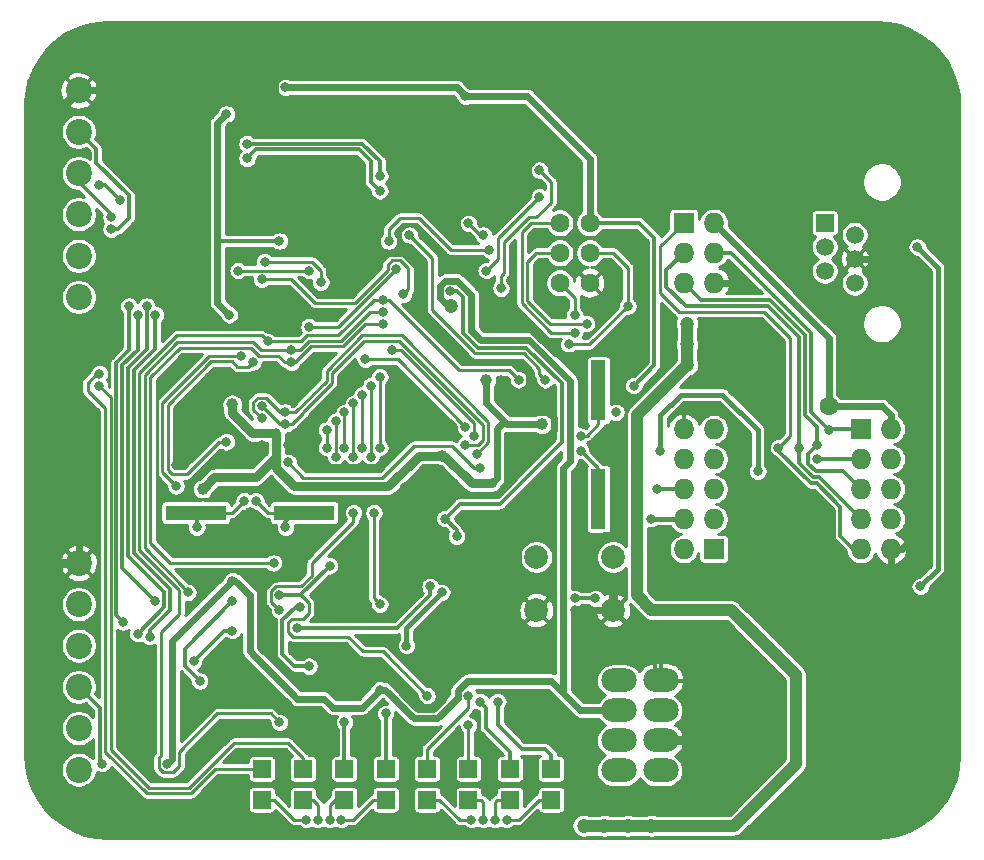
<source format=gbr>
%TF.GenerationSoftware,KiCad,Pcbnew,5.1.8-4.fc33*%
%TF.CreationDate,2020-12-20T17:27:52+03:00*%
%TF.ProjectId,2232,32323332-2e6b-4696-9361-645f70636258,rev?*%
%TF.SameCoordinates,Original*%
%TF.FileFunction,Copper,L1,Top*%
%TF.FilePolarity,Positive*%
%FSLAX46Y46*%
G04 Gerber Fmt 4.6, Leading zero omitted, Abs format (unit mm)*
G04 Created by KiCad (PCBNEW 5.1.8-4.fc33) date 2020-12-20 17:27:52*
%MOMM*%
%LPD*%
G01*
G04 APERTURE LIST*
%TA.AperFunction,ComponentPad*%
%ADD10C,2.000000*%
%TD*%
%TA.AperFunction,ComponentPad*%
%ADD11R,1.727200X1.727200*%
%TD*%
%TA.AperFunction,ComponentPad*%
%ADD12O,1.727200X1.727200*%
%TD*%
%TA.AperFunction,ComponentPad*%
%ADD13C,1.600000*%
%TD*%
%TA.AperFunction,SMDPad,CuDef*%
%ADD14C,1.000000*%
%TD*%
%TA.AperFunction,SMDPad,CuDef*%
%ADD15R,1.300000X5.100000*%
%TD*%
%TA.AperFunction,SMDPad,CuDef*%
%ADD16R,5.100000X1.300000*%
%TD*%
%TA.AperFunction,ComponentPad*%
%ADD17C,2.200000*%
%TD*%
%TA.AperFunction,ComponentPad*%
%ADD18C,1.500000*%
%TD*%
%TA.AperFunction,ComponentPad*%
%ADD19R,1.500000X1.500000*%
%TD*%
%TA.AperFunction,ComponentPad*%
%ADD20O,3.000000X2.000000*%
%TD*%
%TA.AperFunction,SMDPad,CuDef*%
%ADD21R,1.500000X1.500000*%
%TD*%
%TA.AperFunction,ViaPad*%
%ADD22C,0.800000*%
%TD*%
%TA.AperFunction,ViaPad*%
%ADD23C,1.200000*%
%TD*%
%TA.AperFunction,ViaPad*%
%ADD24C,1.000000*%
%TD*%
%TA.AperFunction,ViaPad*%
%ADD25C,1.600000*%
%TD*%
%TA.AperFunction,Conductor*%
%ADD26C,0.250000*%
%TD*%
%TA.AperFunction,Conductor*%
%ADD27C,0.400000*%
%TD*%
%TA.AperFunction,Conductor*%
%ADD28C,0.600000*%
%TD*%
%TA.AperFunction,Conductor*%
%ADD29C,0.800000*%
%TD*%
%TA.AperFunction,Conductor*%
%ADD30C,0.300000*%
%TD*%
%TA.AperFunction,Conductor*%
%ADD31C,1.000000*%
%TD*%
%TA.AperFunction,Conductor*%
%ADD32C,0.100000*%
%TD*%
G04 APERTURE END LIST*
D10*
%TO.P,SW1,2*%
%TO.N,/IDC_RST*%
X110250000Y-110750000D03*
%TO.P,SW1,1*%
%TO.N,GNDD*%
X110250000Y-115250000D03*
%TO.P,SW1,2*%
%TO.N,/IDC_RST*%
X103750000Y-110750000D03*
%TO.P,SW1,1*%
%TO.N,GNDD*%
X103750000Y-115250000D03*
%TD*%
D11*
%TO.P,J5,1*%
%TO.N,/IDC_MOSI*%
X131230000Y-99920000D03*
D12*
%TO.P,J5,2*%
%TO.N,/IDC_VCC*%
X133770000Y-99920000D03*
%TO.P,J5,3*%
%TO.N,/IDC_R*%
X131230000Y-102460000D03*
%TO.P,J5,4*%
%TO.N,/IDC_5V*%
X133770000Y-102460000D03*
%TO.P,J5,5*%
%TO.N,/IDC_RST*%
X131230000Y-105000000D03*
%TO.P,J5,6*%
%TO.N,/IDC_CS*%
X133770000Y-105000000D03*
%TO.P,J5,7*%
%TO.N,/IDC_CLK*%
X131230000Y-107540000D03*
%TO.P,J5,8*%
%TO.N,/IDC_REL*%
X133770000Y-107540000D03*
%TO.P,J5,9*%
%TO.N,/IDC_MISO*%
X131230000Y-110080000D03*
%TO.P,J5,10*%
%TO.N,GNDD*%
X133770000Y-110080000D03*
%TD*%
D13*
%TO.P,J2,6*%
%TO.N,GNDD*%
X108270000Y-87540000D03*
%TO.P,J2,5*%
%TO.N,/MCU_RST*%
X105730000Y-87540000D03*
%TO.P,J2,4*%
%TO.N,/MCU_MOSI*%
X108270000Y-85000000D03*
%TO.P,J2,3*%
%TO.N,/MCU_SCK*%
X105730000Y-85000000D03*
%TO.P,J2,2*%
%TO.N,+5V*%
X108270000Y-82460000D03*
%TO.P,J2,1*%
%TO.N,/MCU_MISO*%
X105730000Y-82460000D03*
%TD*%
D14*
%TO.P,Y2,2*%
%TO.N,GNDD*%
X109000000Y-101250000D03*
D15*
%TO.P,Y2,3*%
%TO.N,Net-(C10-Pad1)*%
X109000000Y-96650000D03*
%TO.P,Y2,1*%
%TO.N,Net-(C9-Pad1)*%
X109000000Y-105850000D03*
%TD*%
D14*
%TO.P,Y1,2*%
%TO.N,GNDD*%
X79500000Y-107000000D03*
D16*
%TO.P,Y1,3*%
%TO.N,Net-(C2-Pad1)*%
X74900000Y-107000000D03*
%TO.P,Y1,1*%
%TO.N,Net-(C1-Pad1)*%
X84100000Y-107000000D03*
%TD*%
D17*
%TO.P,J8,5*%
%TO.N,/RX2_RSR*%
X65000000Y-74750000D03*
%TO.P,J8,6*%
%TO.N,GNDD*%
X65000000Y-71250000D03*
%TO.P,J8,3*%
%TO.N,/RX1_RSR*%
X65000000Y-81750000D03*
%TO.P,J8,4*%
%TO.N,/TX2_RSR*%
X65000000Y-78250000D03*
%TO.P,J8,2*%
%TO.N,/TX1_RSR*%
X65000000Y-85250000D03*
%TO.P,J8,1*%
%TO.N,Net-(D9-Pad2)*%
X65000000Y-88750000D03*
%TD*%
%TO.P,J7,5*%
%TO.N,/RX2_3VR*%
X65000000Y-114750000D03*
%TO.P,J7,6*%
%TO.N,GNDD*%
X65000000Y-111250000D03*
%TO.P,J7,3*%
%TO.N,/RX1_3VR*%
X65000000Y-121750000D03*
%TO.P,J7,4*%
%TO.N,/TX2_3VR*%
X65000000Y-118250000D03*
%TO.P,J7,2*%
%TO.N,/TX1_3VR*%
X65000000Y-125250000D03*
%TO.P,J7,1*%
%TO.N,+3V3*%
X65000000Y-128750000D03*
%TD*%
D18*
%TO.P,J6,2*%
%TO.N,/RX2_RSR*%
X130700000Y-83470000D03*
D19*
%TO.P,J6,1*%
%TO.N,+12V*%
X128160000Y-82450000D03*
D18*
%TO.P,J6,4*%
%TO.N,GNDD*%
X130700000Y-85510000D03*
%TO.P,J6,3*%
%TO.N,/TX2_RSR*%
X128160000Y-84490000D03*
%TO.P,J6,6*%
%TO.N,/RX1_RSR*%
X130700000Y-87550000D03*
%TO.P,J6,5*%
%TO.N,/TX1_RSR*%
X128160000Y-86530000D03*
%TD*%
D11*
%TO.P,J4,1*%
%TO.N,/IDC_MOSI*%
X118770000Y-110080000D03*
D12*
%TO.P,J4,2*%
%TO.N,/IDC_VCC*%
X116230000Y-110080000D03*
%TO.P,J4,3*%
%TO.N,/IDC_R*%
X118770000Y-107540000D03*
%TO.P,J4,4*%
%TO.N,/IDC_5V*%
X116230000Y-107540000D03*
%TO.P,J4,5*%
%TO.N,/IDC_RST*%
X118770000Y-105000000D03*
%TO.P,J4,6*%
%TO.N,/IDC_CS*%
X116230000Y-105000000D03*
%TO.P,J4,7*%
%TO.N,/IDC_CLK*%
X118770000Y-102460000D03*
%TO.P,J4,8*%
%TO.N,/IDC_REL*%
X116230000Y-102460000D03*
%TO.P,J4,9*%
%TO.N,/IDC_MISO*%
X118770000Y-99920000D03*
%TO.P,J4,10*%
%TO.N,GNDD*%
X116230000Y-99920000D03*
%TD*%
D11*
%TO.P,J3,1*%
%TO.N,/IDC_MISO*%
X116230000Y-82460000D03*
D12*
%TO.P,J3,2*%
%TO.N,/IDC_VCC*%
X118770000Y-82460000D03*
%TO.P,J3,3*%
%TO.N,/IDC_CLK*%
X116230000Y-85000000D03*
%TO.P,J3,4*%
%TO.N,/IDC_MOSI*%
X118770000Y-85000000D03*
%TO.P,J3,5*%
%TO.N,/IDC_RST*%
X116230000Y-87540000D03*
%TO.P,J3,6*%
%TO.N,GNDD*%
X118770000Y-87540000D03*
%TD*%
D20*
%TO.P,E1,8*%
%TO.N,GNDD*%
X114270000Y-121190000D03*
%TO.P,E1,4*%
X114270000Y-126270000D03*
%TO.P,E1,2*%
%TO.N,/TX1_3VR*%
X114270000Y-128810000D03*
%TO.P,E1,6*%
%TO.N,N/C*%
X114270000Y-123730000D03*
%TO.P,E1,7*%
%TO.N,/RX1_3VR*%
X110730000Y-121190000D03*
%TO.P,E1,5*%
%TO.N,+3V3*%
X110730000Y-123730000D03*
%TO.P,E1,1*%
X110730000Y-128810000D03*
%TO.P,E1,3*%
%TO.N,N/C*%
X110730000Y-126270000D03*
%TD*%
D21*
%TO.P,D8,1*%
%TO.N,/MCU_LED*%
X105000000Y-128700000D03*
%TO.P,D8,2*%
%TO.N,Net-(D8-Pad2)*%
X105000000Y-131300000D03*
%TD*%
%TO.P,D7,1*%
%TO.N,/MCU_BUFF*%
X101500000Y-128700000D03*
%TO.P,D7,2*%
%TO.N,Net-(D7-Pad2)*%
X101500000Y-131300000D03*
%TD*%
%TO.P,D6,1*%
%TO.N,/FBUFF*%
X98000000Y-128700000D03*
%TO.P,D6,2*%
%TO.N,Net-(D6-Pad2)*%
X98000000Y-131300000D03*
%TD*%
%TO.P,D5,1*%
%TO.N,/EN_UART*%
X94500000Y-128700000D03*
%TO.P,D5,2*%
%TO.N,Net-(D5-Pad2)*%
X94500000Y-131300000D03*
%TD*%
%TO.P,D4,1*%
%TO.N,/LED4_~WR*%
X91000000Y-128700000D03*
%TO.P,D4,2*%
%TO.N,Net-(D4-Pad2)*%
X91000000Y-131300000D03*
%TD*%
%TO.P,D3,1*%
%TO.N,/LED3_~RD*%
X87500000Y-128700000D03*
%TO.P,D3,2*%
%TO.N,Net-(D3-Pad2)*%
X87500000Y-131300000D03*
%TD*%
%TO.P,D2,1*%
%TO.N,/LED2*%
X84000000Y-128700000D03*
%TO.P,D2,2*%
%TO.N,Net-(D2-Pad2)*%
X84000000Y-131300000D03*
%TD*%
%TO.P,D1,1*%
%TO.N,/LED1*%
X80500000Y-128700000D03*
%TO.P,D1,2*%
%TO.N,Net-(D1-Pad2)*%
X80500000Y-131300000D03*
%TD*%
D22*
%TO.N,GNDD*%
X66500000Y-98500000D03*
X78200000Y-102600000D03*
D23*
X77500000Y-109000000D03*
D22*
X77500000Y-99500000D03*
X95500000Y-99500000D03*
X110000000Y-100250000D03*
X104250000Y-100750000D03*
X84250000Y-96500000D03*
X98750000Y-109500000D03*
X96750000Y-104500000D03*
D23*
X92750000Y-105000000D03*
X117500000Y-121250000D03*
D22*
X100750000Y-95750000D03*
D23*
X120750000Y-87500000D03*
D22*
X80500000Y-101250000D03*
X82750000Y-101250000D03*
D23*
X131000000Y-115500000D03*
X120250000Y-129250000D03*
D22*
X87500000Y-95500000D03*
X88250000Y-72250000D03*
X82500000Y-72750000D03*
X83750000Y-67250000D03*
X97750000Y-76500000D03*
X130750000Y-132250000D03*
X103250000Y-126000000D03*
X107750000Y-122250000D03*
X76000000Y-95500000D03*
X73750000Y-98000000D03*
X87250000Y-82750000D03*
X110750000Y-72750000D03*
X112500000Y-86750000D03*
X102000000Y-91250000D03*
X84250000Y-118500000D03*
X90000000Y-119750000D03*
D23*
X127250000Y-113500000D03*
X125500000Y-113500000D03*
X123750000Y-113500000D03*
X130000000Y-129250000D03*
X117500000Y-118250000D03*
X120250000Y-121250000D03*
X120250000Y-123000000D03*
X120250000Y-124750000D03*
X115250000Y-118250000D03*
D22*
X116750000Y-98000000D03*
X73250000Y-103000000D03*
X72500000Y-95500000D03*
X73500000Y-94500000D03*
X87250000Y-122250000D03*
X88500000Y-122250000D03*
X84750000Y-124250000D03*
X74250000Y-125000000D03*
X70750000Y-124000000D03*
X68750000Y-124000000D03*
X70750000Y-126000000D03*
X70750000Y-128250000D03*
X95750000Y-120750000D03*
X85250000Y-94000000D03*
X83750000Y-89750000D03*
X73500000Y-90750000D03*
X74750000Y-90750000D03*
X76000000Y-90750000D03*
X67750000Y-92000000D03*
X67750000Y-90500000D03*
X69250000Y-72250000D03*
X68250000Y-73250000D03*
X71000000Y-76000000D03*
X72000000Y-75000000D03*
X76750000Y-72000000D03*
D23*
X83250000Y-111000000D03*
D22*
X79250000Y-78500000D03*
X90250000Y-72250000D03*
X112500000Y-73750000D03*
X113250000Y-71000000D03*
X110750000Y-71000000D03*
X116500000Y-77750000D03*
X107000000Y-115250000D03*
X117500000Y-123250000D03*
X117500000Y-124750000D03*
X72250000Y-105750000D03*
X69250000Y-84250000D03*
X136500000Y-68750000D03*
X136500000Y-70250000D03*
X92750000Y-132500000D03*
%TO.N,Net-(C1-Pad1)*%
X80000000Y-106000000D03*
X82500000Y-108250000D03*
%TO.N,Net-(C2-Pad1)*%
X79000000Y-106000000D03*
X75000000Y-108250000D03*
D23*
%TO.N,VCC*%
X107750000Y-133500000D03*
X109500000Y-133500000D03*
X111500000Y-133500000D03*
X113500000Y-133500000D03*
X116500000Y-94500000D03*
X116500000Y-92750000D03*
X116500000Y-91000000D03*
D24*
%TO.N,+5V*%
X78000000Y-97832002D03*
X104250000Y-99500000D03*
X99500000Y-95750000D03*
D22*
X100000000Y-104500000D03*
X81750000Y-100250000D03*
D24*
X95750000Y-102167998D03*
D22*
X82500000Y-71000000D03*
X97750000Y-71750000D03*
X77500000Y-73250000D03*
X110500000Y-98500000D03*
D24*
X75500000Y-105000000D03*
D22*
X112000000Y-96250000D03*
X77750000Y-90250000D03*
X82000000Y-84000000D03*
%TO.N,Net-(C9-Pad1)*%
X107500000Y-101750000D03*
%TO.N,Net-(C10-Pad1)*%
X107500000Y-100500000D03*
%TO.N,+3V3*%
X72500000Y-128250000D03*
X78000000Y-112750000D03*
D23*
X96500000Y-89500000D03*
D22*
X92750000Y-118250000D03*
X95750000Y-113750000D03*
X90500000Y-122000000D03*
X136250000Y-113250000D03*
X136000000Y-84500000D03*
%TO.N,/RX1_3VR*%
X67000000Y-128250000D03*
%TO.N,/MCU_MISO*%
X107000000Y-91750000D03*
X99750000Y-84750000D03*
X91250000Y-84000000D03*
%TO.N,/MCU_SCK*%
X108000000Y-91000000D03*
%TO.N,/MCU_MOSI*%
X111500000Y-89500000D03*
X106500000Y-92750000D03*
%TO.N,/MCU_RST*%
X107000000Y-90250000D03*
X85500000Y-87500000D03*
X80750000Y-85750000D03*
%TO.N,/IDC_MISO*%
X124250000Y-101500000D03*
D25*
%TO.N,/IDC_VCC*%
X128500000Y-98000000D03*
D22*
%TO.N,/IDC_CLK*%
X126000000Y-101500000D03*
%TO.N,/IDC_MOSI*%
X128500000Y-100000000D03*
%TO.N,/IDC_RST*%
X127500000Y-101250000D03*
X107000000Y-114250000D03*
X108750000Y-114250000D03*
X114250000Y-101750000D03*
X122500000Y-103500000D03*
%TO.N,/IDC_R*%
X127500000Y-102500000D03*
%TO.N,/IDC_5V*%
X113500000Y-107500000D03*
%TO.N,/IDC_CS*%
X114000000Y-105000000D03*
%TO.N,/RX2_RSR*%
X67750000Y-83000000D03*
%TO.N,/TX2_RSR*%
X67750000Y-82000000D03*
%TO.N,/TX1_RSR*%
X68500010Y-80500000D03*
X66750000Y-79250000D03*
%TO.N,/LED4_~WR*%
X80500000Y-99000000D03*
X98750000Y-102000000D03*
X82487347Y-98487347D03*
X91000000Y-124000000D03*
%TO.N,/LED3_~RD*%
X80512653Y-97987347D03*
X97750000Y-101250000D03*
X82500000Y-99500000D03*
X87500000Y-124750000D03*
%TO.N,/LED2*%
X66750000Y-96250000D03*
%TO.N,/LED1*%
X66750000Y-95250000D03*
%TO.N,/MCU_BUFF*%
X96000000Y-107500000D03*
X96475000Y-88275000D03*
X92500000Y-88500000D03*
X80500000Y-87250000D03*
X99000000Y-122999990D03*
X97000000Y-109000000D03*
%TO.N,/FBUFF*%
X81000000Y-92500000D03*
X102250000Y-95750000D03*
X90750000Y-89000000D03*
X98000000Y-125000000D03*
X82000000Y-124750000D03*
%TO.N,/USB_reset*%
X99000000Y-103250000D03*
X82750000Y-102750000D03*
X77500000Y-101000000D03*
X79750000Y-94250000D03*
%TO.N,/ISP_MISO*%
X78500000Y-86500000D03*
X98000000Y-82500000D03*
X99250000Y-83500000D03*
X84487347Y-86512653D03*
%TO.N,/EEDATA*%
X78750000Y-93750000D03*
X73250000Y-104750000D03*
%TO.N,/TX1_RS_3*%
X70000000Y-90250000D03*
X71500000Y-114500000D03*
%TO.N,/RX1_3V*%
X83750000Y-115000000D03*
X84500000Y-120000000D03*
%TO.N,/TX2_RS_3*%
X70000000Y-117250000D03*
X70750000Y-89500000D03*
X83500000Y-116750000D03*
X94750000Y-113250000D03*
%TO.N,/TX2_3V*%
X74744669Y-119555331D03*
X78000000Y-117000000D03*
%TO.N,/TX1_3V*%
X75250000Y-121250000D03*
X78000000Y-114500000D03*
%TO.N,/ISP_CLK*%
X99500000Y-86500000D03*
X104000000Y-80250000D03*
%TO.N,/ISP_MOSI*%
X104000000Y-78000000D03*
X100750000Y-88000000D03*
%TO.N,/RX2_RS*%
X90500000Y-79750000D03*
X79250000Y-77000000D03*
%TO.N,/TX2_RS*%
X79250000Y-75750000D03*
X90500000Y-78500000D03*
%TO.N,/PAR_0_T2*%
X90500000Y-114750000D03*
X90500000Y-95500000D03*
X90500000Y-101500000D03*
X90000000Y-107000000D03*
%TO.N,/PAR_1_R2*%
X89750000Y-102250000D03*
X89750000Y-96250000D03*
X82000000Y-115250000D03*
X88250000Y-107000000D03*
%TO.N,/PAR_2*%
X89000000Y-101500000D03*
X89000000Y-97000000D03*
%TO.N,/PAR_3*%
X88250000Y-102250000D03*
X88250000Y-97750000D03*
%TO.N,/PAR_4*%
X87500000Y-101500000D03*
X87500000Y-98500000D03*
%TO.N,/PAR_5*%
X86750000Y-102250000D03*
X86750000Y-99250000D03*
%TO.N,/PAR_6*%
X86000000Y-101500000D03*
X86000000Y-100000000D03*
%TO.N,/FSCK_T1*%
X83012653Y-94262653D03*
X90750000Y-91000000D03*
X81505046Y-111263878D03*
%TO.N,/FDO_R1*%
X83000000Y-93250000D03*
X90750000Y-90000000D03*
X74250000Y-113750000D03*
%TO.N,/FDI*%
X84500000Y-91250000D03*
X91875000Y-86375000D03*
%TO.N,/MCU_ROUT*%
X104500000Y-95750000D03*
X93000000Y-83500000D03*
%TO.N,/RX2_RS_3*%
X71500000Y-90250000D03*
X71000000Y-117500000D03*
%TO.N,/RX1_RS_3*%
X69250000Y-89500000D03*
X68750000Y-116250000D03*
%TO.N,Net-(D1-Pad2)*%
X84250000Y-133000000D03*
%TO.N,Net-(D2-Pad2)*%
X85250000Y-133000000D03*
%TO.N,Net-(D3-Pad2)*%
X86250000Y-133000000D03*
%TO.N,Net-(D4-Pad2)*%
X87250000Y-133000000D03*
%TO.N,/EN_UART*%
X82000000Y-114000000D03*
X86250000Y-111500000D03*
X94500000Y-122500000D03*
X98000000Y-122500000D03*
%TO.N,Net-(D5-Pad2)*%
X98250000Y-133000000D03*
%TO.N,Net-(D6-Pad2)*%
X99250000Y-133000000D03*
%TO.N,Net-(D7-Pad2)*%
X100250000Y-133000000D03*
%TO.N,/MCU_LED*%
X100491109Y-122991109D03*
%TO.N,Net-(D8-Pad2)*%
X101250000Y-133000000D03*
%TO.N,/PAR_~RXF*%
X97750000Y-99750000D03*
X89262653Y-94012653D03*
%TO.N,/PAR_~TXE*%
X98500000Y-100500000D03*
X91500000Y-93250000D03*
%TD*%
D26*
%TO.N,GNDD*%
X109000000Y-101250000D02*
X110000000Y-100250000D01*
D27*
X96250000Y-105000000D02*
X96750000Y-104500000D01*
X92750000Y-105000000D02*
X96250000Y-105000000D01*
D28*
X65000000Y-100000000D02*
X66500000Y-98500000D01*
X65000000Y-111250000D02*
X65000000Y-100000000D01*
X100750000Y-95750000D02*
X100750000Y-97750000D01*
X100750000Y-97750000D02*
X101500000Y-98500000D01*
X104730001Y-98499999D02*
X105250001Y-99019999D01*
X104480002Y-100750000D02*
X104250000Y-100750000D01*
X105250001Y-99980001D02*
X104480002Y-100750000D01*
X105250001Y-99019999D02*
X105250001Y-99980001D01*
X97750000Y-105500000D02*
X96750000Y-104500000D01*
X100500000Y-105500000D02*
X97750000Y-105500000D01*
X101825037Y-104174963D02*
X100500000Y-105500000D01*
X101825037Y-101674963D02*
X101825037Y-104174963D01*
X102750000Y-100750000D02*
X101825037Y-101674963D01*
X104250000Y-100750000D02*
X102750000Y-100750000D01*
X133770000Y-112730000D02*
X133770000Y-110080000D01*
X132500000Y-114000000D02*
X133770000Y-112730000D01*
X120710000Y-87540000D02*
X120750000Y-87500000D01*
X118770000Y-87540000D02*
X120710000Y-87540000D01*
D27*
X79250000Y-101250000D02*
X80500000Y-101250000D01*
X77500000Y-99500000D02*
X79250000Y-101250000D01*
X79250000Y-101550000D02*
X79250000Y-101250000D01*
X78200000Y-102600000D02*
X79250000Y-101550000D01*
D29*
X93980002Y-99500000D02*
X95500000Y-99500000D01*
X90230001Y-103250001D02*
X93980002Y-99500000D01*
X84750001Y-103250001D02*
X90230001Y-103250001D01*
X82750000Y-101250000D02*
X84750001Y-103250001D01*
D28*
X133770000Y-110080000D02*
X134670000Y-110080000D01*
X134670000Y-110080000D02*
X135500000Y-109250000D01*
X135500000Y-109250000D02*
X135500000Y-97500000D01*
X135500000Y-97500000D02*
X130000000Y-92000000D01*
X130000000Y-92000000D02*
X130000000Y-90750000D01*
X130000000Y-90750000D02*
X132750000Y-88000000D01*
X132750000Y-88000000D02*
X132750000Y-86250000D01*
X132010000Y-85510000D02*
X130700000Y-85510000D01*
X132750000Y-86250000D02*
X132010000Y-85510000D01*
X131000000Y-114250000D02*
X131250000Y-114000000D01*
X131000000Y-115500000D02*
X131000000Y-114250000D01*
X131250000Y-114000000D02*
X132500000Y-114000000D01*
X125000000Y-114000000D02*
X131250000Y-114000000D01*
D29*
X117270000Y-126270000D02*
X113770000Y-126270000D01*
X120250000Y-129250000D02*
X117270000Y-126270000D01*
X117500000Y-126040000D02*
X117270000Y-126270000D01*
D28*
X87500000Y-96500000D02*
X82750000Y-101250000D01*
X87500000Y-95500000D02*
X87500000Y-96500000D01*
D29*
X65000000Y-71250000D02*
X61750000Y-74500000D01*
X61750000Y-110500000D02*
X62500000Y-111250000D01*
X61750000Y-74500000D02*
X61750000Y-110500000D01*
X65000000Y-111250000D02*
X62500000Y-111250000D01*
X77500000Y-132750000D02*
X78750001Y-134000001D01*
X65500000Y-132750000D02*
X77500000Y-132750000D01*
X61750000Y-129000000D02*
X65500000Y-132750000D01*
X61750000Y-110500000D02*
X61750000Y-129000000D01*
D30*
X113770000Y-121190000D02*
X113770000Y-119770000D01*
X113770000Y-119770000D02*
X113250000Y-119250000D01*
X113250000Y-119250000D02*
X109250000Y-119250000D01*
X107750000Y-120750000D02*
X107750000Y-122250000D01*
X109250000Y-119250000D02*
X107750000Y-120750000D01*
D28*
X77000000Y-96500000D02*
X76000000Y-95500000D01*
X84250000Y-96500000D02*
X77000000Y-96500000D01*
X75500000Y-98000000D02*
X77000000Y-96500000D01*
X73750000Y-98000000D02*
X75500000Y-98000000D01*
X81599999Y-71849999D02*
X82500000Y-72750000D01*
X81599999Y-69400001D02*
X81599999Y-71849999D01*
X83750000Y-67250000D02*
X81599999Y-69400001D01*
X87750000Y-72750000D02*
X88250000Y-72250000D01*
X82500000Y-72750000D02*
X87750000Y-72750000D01*
X93500000Y-72250000D02*
X97750000Y-76500000D01*
X88250000Y-72250000D02*
X93500000Y-72250000D01*
X81000000Y-71250000D02*
X82500000Y-72750000D01*
X65000000Y-71250000D02*
X81000000Y-71250000D01*
X110750000Y-72750000D02*
X113250000Y-72750000D01*
X113250000Y-72750000D02*
X125750000Y-85250000D01*
X128191384Y-90750000D02*
X130000000Y-90750000D01*
X125750000Y-88308616D02*
X128191384Y-90750000D01*
X125750000Y-85250000D02*
X125750000Y-88308616D01*
X79500000Y-107000000D02*
X77500000Y-109000000D01*
D27*
X109449999Y-93550001D02*
X112500000Y-90500000D01*
X103000000Y-91250000D02*
X105300001Y-93550001D01*
X112500000Y-90500000D02*
X112500000Y-86750000D01*
X105300001Y-93550001D02*
X109449999Y-93550001D01*
X102000000Y-91250000D02*
X103000000Y-91250000D01*
D28*
X103150001Y-98150001D02*
X103499999Y-98499999D01*
X102500000Y-94250000D02*
X103150001Y-94900001D01*
X103150001Y-94900001D02*
X103150001Y-98150001D01*
X94000000Y-90250000D02*
X98000000Y-94250000D01*
X94000000Y-86543101D02*
X94000000Y-90250000D01*
X98000000Y-94250000D02*
X102500000Y-94250000D01*
X92456899Y-85000000D02*
X94000000Y-86543101D01*
X89500000Y-85000000D02*
X92456899Y-85000000D01*
X87250000Y-82750000D02*
X89500000Y-85000000D01*
X103499999Y-98499999D02*
X104730001Y-98499999D01*
X101500000Y-98500000D02*
X103499999Y-98499999D01*
X87250000Y-82750000D02*
X89000000Y-81000000D01*
X93250000Y-81000000D02*
X97750000Y-76500000D01*
X89000000Y-81000000D02*
X93250000Y-81000000D01*
D29*
X86500000Y-121250000D02*
X86500000Y-120184315D01*
X86000000Y-121750000D02*
X86500000Y-121250000D01*
X83939326Y-121750000D02*
X86000000Y-121750000D01*
X80549989Y-118360663D02*
X83939326Y-121750000D01*
X80549989Y-113351691D02*
X80549989Y-118360663D01*
X81750000Y-112500000D02*
X81401680Y-112500000D01*
X86500000Y-120184315D02*
X84815685Y-118500000D01*
X83250000Y-111000000D02*
X81750000Y-112500000D01*
X84815685Y-118500000D02*
X84250000Y-118500000D01*
X81401680Y-112500000D02*
X80549989Y-113351691D01*
X81250000Y-109000000D02*
X83250000Y-111000000D01*
X77500000Y-109000000D02*
X81250000Y-109000000D01*
X86934315Y-119750000D02*
X86500000Y-120184315D01*
X90000000Y-119750000D02*
X86934315Y-119750000D01*
X93750001Y-123500001D02*
X90000000Y-119750000D01*
X94999999Y-123500001D02*
X93750001Y-123500001D01*
X94999999Y-123500001D02*
X95750000Y-122750000D01*
X95750000Y-120750000D02*
X98750000Y-117750000D01*
X95750000Y-122750000D02*
X95750000Y-120750000D01*
X98750000Y-109500000D02*
X98750000Y-117750000D01*
D31*
X123750000Y-113500000D02*
X127250000Y-113500000D01*
D29*
X102999999Y-134000001D02*
X104250000Y-132750000D01*
X106130002Y-132750000D02*
X107750000Y-131130002D01*
X104250000Y-132750000D02*
X106130002Y-132750000D01*
X107750000Y-131130002D02*
X107750000Y-126500000D01*
X107250000Y-126000000D02*
X103250000Y-126000000D01*
X107750000Y-126500000D02*
X107250000Y-126000000D01*
X107750000Y-126500000D02*
X107750000Y-129250000D01*
X107750000Y-129250000D02*
X109750000Y-131250000D01*
X115500000Y-131250000D02*
X117270000Y-129480000D01*
X109750000Y-131250000D02*
X115500000Y-131250000D01*
X117270000Y-129480000D02*
X117270000Y-126270000D01*
D30*
X130000000Y-131500000D02*
X130750000Y-132250000D01*
X130000000Y-129250000D02*
X130000000Y-131500000D01*
X117500000Y-121250000D02*
X117500000Y-118250000D01*
X117500000Y-121250000D02*
X120250000Y-121250000D01*
X120250000Y-121250000D02*
X120250000Y-123000000D01*
X120250000Y-123000000D02*
X120250000Y-124750000D01*
X114250000Y-118250000D02*
X113250000Y-119250000D01*
X115250000Y-118250000D02*
X114250000Y-118250000D01*
D26*
X78200000Y-102600000D02*
X76400000Y-102600000D01*
X76400000Y-102600000D02*
X74250000Y-104750000D01*
X74825001Y-105825001D02*
X76674999Y-105825001D01*
X74250000Y-105250000D02*
X74825001Y-105825001D01*
X76674999Y-105825001D02*
X77500000Y-105000000D01*
X77500000Y-105000000D02*
X81000000Y-105000000D01*
X81000000Y-105000000D02*
X81750000Y-105750000D01*
X92000000Y-105750000D02*
X92750000Y-105000000D01*
X81750000Y-105750000D02*
X92000000Y-105750000D01*
D28*
X73750000Y-98000000D02*
X73750000Y-102500000D01*
X74500000Y-102500000D02*
X77500000Y-99500000D01*
X73750000Y-102500000D02*
X74500000Y-102500000D01*
X73250000Y-103000000D02*
X73750000Y-102500000D01*
D26*
X77500000Y-109000000D02*
X76000000Y-109000000D01*
X76000000Y-109000000D02*
X75500000Y-109500000D01*
X75500000Y-109500000D02*
X73000000Y-109500000D01*
X73000000Y-109500000D02*
X71750000Y-108250000D01*
X71750000Y-108250000D02*
X71750000Y-106250000D01*
X71750000Y-106250000D02*
X72250000Y-105750000D01*
X72250000Y-105750000D02*
X73500000Y-105750000D01*
X73500000Y-105750000D02*
X74250000Y-105000000D01*
X74250000Y-105000000D02*
X74250000Y-105250000D01*
X74250000Y-104750000D02*
X74250000Y-105000000D01*
X71750000Y-106250000D02*
X71750000Y-104200000D01*
X71624979Y-104074979D02*
X71624979Y-96375021D01*
X71750000Y-104200000D02*
X71624979Y-104074979D01*
X71624979Y-96375021D02*
X72500000Y-95500000D01*
D28*
X86750000Y-121750000D02*
X87250000Y-122250000D01*
X86000000Y-121750000D02*
X86750000Y-121750000D01*
X87250000Y-122250000D02*
X88500000Y-122250000D01*
X70750000Y-124000000D02*
X68750000Y-124000000D01*
X70750000Y-124000000D02*
X70750000Y-126000000D01*
X70750000Y-126000000D02*
X70750000Y-128250000D01*
D26*
X73500000Y-90750000D02*
X74750000Y-90750000D01*
X67750000Y-92000000D02*
X67750000Y-90500000D01*
X68250000Y-71250000D02*
X69250000Y-72250000D01*
X65000000Y-71250000D02*
X68250000Y-71250000D01*
X68250000Y-73250000D02*
X71000000Y-76000000D01*
X75000000Y-72000000D02*
X76750000Y-72000000D01*
X72000000Y-75000000D02*
X75000000Y-72000000D01*
X111500000Y-72750000D02*
X112500000Y-73750000D01*
X110750000Y-72750000D02*
X111500000Y-72750000D01*
X113250000Y-71000000D02*
X110750000Y-71000000D01*
X112500000Y-73750000D02*
X116500000Y-77750000D01*
D28*
X74250000Y-125000000D02*
X76500000Y-122750000D01*
X76500000Y-122750000D02*
X81750000Y-122750000D01*
X83250000Y-124250000D02*
X84750000Y-124250000D01*
X81750000Y-122750000D02*
X83250000Y-124250000D01*
D29*
X110000000Y-100250000D02*
X110000000Y-102250000D01*
X110000000Y-102250000D02*
X110500000Y-102750000D01*
X110500000Y-108750000D02*
X110250000Y-109000000D01*
X110500000Y-102750000D02*
X110500000Y-108750000D01*
X110250000Y-109000000D02*
X109500000Y-109000000D01*
X109500000Y-109000000D02*
X108500000Y-110000000D01*
X108500000Y-110000000D02*
X108500000Y-111500000D01*
X110250000Y-113250000D02*
X110250000Y-115250000D01*
X108500000Y-111500000D02*
X110250000Y-113250000D01*
D28*
X107000000Y-115250000D02*
X110250000Y-115250000D01*
D27*
X113250000Y-118250000D02*
X115250000Y-118250000D01*
X110250000Y-115250000D02*
X113250000Y-118250000D01*
X119250000Y-98000000D02*
X116750000Y-98000000D01*
X120875000Y-99625000D02*
X119250000Y-98000000D01*
X120875000Y-104625000D02*
X120875000Y-99625000D01*
X123000000Y-106750000D02*
X120875000Y-104625000D01*
X123000000Y-112750000D02*
X123000000Y-106750000D01*
X123750000Y-113500000D02*
X123000000Y-112750000D01*
D26*
X117500000Y-121250000D02*
X117500000Y-123250000D01*
D29*
X117500000Y-123250000D02*
X117500000Y-126040000D01*
D27*
X71000000Y-82500000D02*
X69250000Y-84250000D01*
X71000000Y-76000000D02*
X71000000Y-82500000D01*
D30*
X136500000Y-68750000D02*
X136500000Y-70250000D01*
X92000001Y-133249999D02*
X92750000Y-132500000D01*
X92000001Y-134000001D02*
X92000001Y-133249999D01*
D29*
X78750001Y-134000001D02*
X92000001Y-134000001D01*
X92000001Y-134000001D02*
X102999999Y-134000001D01*
D26*
%TO.N,Net-(C1-Pad1)*%
X81000000Y-107000000D02*
X80000000Y-106000000D01*
X84100000Y-107000000D02*
X81000000Y-107000000D01*
D30*
X82500000Y-108250000D02*
X82500000Y-107750000D01*
X83250000Y-107000000D02*
X84100000Y-107000000D01*
X82500000Y-107750000D02*
X83250000Y-107000000D01*
D26*
%TO.N,Net-(C2-Pad1)*%
X78000000Y-107000000D02*
X79000000Y-106000000D01*
X74900000Y-107000000D02*
X78000000Y-107000000D01*
D30*
X75000000Y-107100000D02*
X74900000Y-107000000D01*
X75000000Y-108250000D02*
X75000000Y-107100000D01*
D31*
%TO.N,VCC*%
X109500000Y-133500000D02*
X111500000Y-133500000D01*
X113500000Y-133500000D02*
X111500000Y-133500000D01*
X107750000Y-133500000D02*
X109500000Y-133500000D01*
X116500000Y-94500000D02*
X116500000Y-91000000D01*
X112250000Y-98750000D02*
X116500000Y-94500000D01*
X120250000Y-115250000D02*
X113500000Y-115250000D01*
X125750000Y-120750000D02*
X120250000Y-115250000D01*
X125750000Y-128250000D02*
X125750000Y-120750000D01*
X113500000Y-115250000D02*
X112250000Y-114000000D01*
X120500000Y-133500000D02*
X125750000Y-128250000D01*
X112250000Y-114000000D02*
X112250000Y-98750000D01*
X113500000Y-133500000D02*
X120500000Y-133500000D01*
D28*
%TO.N,+5V*%
X101250000Y-99500000D02*
X101025027Y-99275027D01*
X104250000Y-99500000D02*
X101250000Y-99500000D01*
D29*
X81750000Y-102250000D02*
X81750000Y-100250000D01*
X98269998Y-104500000D02*
X100000000Y-104500000D01*
X95937996Y-102167998D02*
X98269998Y-104500000D01*
X95750000Y-102167998D02*
X95937996Y-102167998D01*
X80000000Y-104000000D02*
X81750000Y-102250000D01*
D28*
X99500000Y-97750000D02*
X101025027Y-99275027D01*
X99500000Y-95750000D02*
X99500000Y-97750000D01*
D29*
X78000000Y-98539108D02*
X78000000Y-97832002D01*
X79710892Y-100250000D02*
X78000000Y-98539108D01*
X81750000Y-100250000D02*
X79710892Y-100250000D01*
D28*
X97000000Y-71000000D02*
X97750000Y-71750000D01*
X82500000Y-71000000D02*
X97000000Y-71000000D01*
X97750000Y-71750000D02*
X103000000Y-71750000D01*
X108270000Y-77020000D02*
X108270000Y-82460000D01*
X103000000Y-71750000D02*
X108270000Y-77020000D01*
X77500000Y-73250000D02*
X76750000Y-74000000D01*
D30*
X113750000Y-83750000D02*
X112460000Y-82460000D01*
X112460000Y-82460000D02*
X108270000Y-82460000D01*
X113750000Y-94500000D02*
X113750000Y-83750000D01*
D29*
X76500000Y-104000000D02*
X80000000Y-104000000D01*
X75500000Y-105000000D02*
X76500000Y-104000000D01*
D30*
X113750000Y-94500000D02*
X112000000Y-96250000D01*
D28*
X76750000Y-89250000D02*
X76750000Y-83750000D01*
X77750000Y-90250000D02*
X76750000Y-89250000D01*
D30*
X77000000Y-84000000D02*
X76750000Y-83750000D01*
X82000000Y-84000000D02*
X77000000Y-84000000D01*
D28*
X76750000Y-74000000D02*
X76750000Y-83750000D01*
D29*
X81750000Y-103250000D02*
X81750000Y-102250000D01*
X83250000Y-104750000D02*
X81750000Y-103250000D01*
X91223998Y-104750000D02*
X83250000Y-104750000D01*
X93806000Y-102167998D02*
X91223998Y-104750000D01*
X95750000Y-102167998D02*
X93806000Y-102167998D01*
D28*
X100399999Y-99900055D02*
X101025027Y-99275027D01*
X100399999Y-104100001D02*
X100399999Y-99900055D01*
X100000000Y-104500000D02*
X100399999Y-104100001D01*
D26*
%TO.N,Net-(C9-Pad1)*%
X109000000Y-103250000D02*
X107500000Y-101750000D01*
X109000000Y-105850000D02*
X109000000Y-103250000D01*
%TO.N,Net-(C10-Pad1)*%
X109000000Y-96650000D02*
X109000000Y-99500000D01*
X108000000Y-100500000D02*
X107500000Y-100500000D01*
X109000000Y-99500000D02*
X108000000Y-100500000D01*
D28*
%TO.N,+3V3*%
X107480000Y-123730000D02*
X111230000Y-123730000D01*
X106050011Y-122300011D02*
X107480000Y-123730000D01*
X95574999Y-87842999D02*
X96042999Y-87374999D01*
X99044232Y-92374980D02*
X103135018Y-92374980D01*
X96500000Y-89500000D02*
X96250000Y-89500000D01*
X95574999Y-88824999D02*
X95574999Y-87842999D01*
X96042999Y-87374999D02*
X97059936Y-87374999D01*
X106599999Y-102650001D02*
X106050011Y-103199989D01*
X96250000Y-89500000D02*
X95574999Y-88824999D01*
X106599999Y-95839961D02*
X106599999Y-102650001D01*
X97059936Y-87374999D02*
X98250000Y-88565063D01*
X98250000Y-88565063D02*
X98250000Y-91580748D01*
X106050011Y-103199989D02*
X106050011Y-122300011D01*
X98250000Y-91580748D02*
X99044232Y-92374980D01*
X103135018Y-92374980D02*
X106599999Y-95839961D01*
X72899999Y-117850001D02*
X78000000Y-112750000D01*
X72899999Y-127850001D02*
X72899999Y-117850001D01*
X72500000Y-128250000D02*
X72899999Y-127850001D01*
X78250000Y-112750000D02*
X78000000Y-112750000D01*
X79500000Y-118750000D02*
X79500000Y-114000000D01*
X83500000Y-122750000D02*
X79500000Y-118750000D01*
X79500000Y-114000000D02*
X78250000Y-112750000D01*
X83500000Y-122750000D02*
X85750000Y-122750000D01*
X85750000Y-122750000D02*
X86500000Y-123500000D01*
X89000000Y-123500000D02*
X90500000Y-122000000D01*
X86500000Y-123500000D02*
X89000000Y-123500000D01*
X93377205Y-124400011D02*
X90977194Y-122000000D01*
X95372795Y-124400011D02*
X93377205Y-124400011D01*
X90977194Y-122000000D02*
X90500000Y-122000000D01*
X97099999Y-122672807D02*
X95372795Y-124400011D01*
X97099999Y-122067999D02*
X97099999Y-122672807D01*
X97917998Y-121250000D02*
X97099999Y-122067999D01*
X105000000Y-121250000D02*
X97917998Y-121250000D01*
X106050011Y-122300011D02*
X105000000Y-121250000D01*
D27*
X137750000Y-86250000D02*
X136000000Y-84500000D01*
X137750000Y-111750000D02*
X137750000Y-86250000D01*
X136250000Y-113250000D02*
X137750000Y-111750000D01*
X92750000Y-116750000D02*
X95750000Y-113750000D01*
X92750000Y-118250000D02*
X92750000Y-116750000D01*
D30*
%TO.N,/RX1_3VR*%
X65000000Y-121750000D02*
X66774990Y-123524990D01*
X66774990Y-128024990D02*
X67000000Y-128250000D01*
X66774990Y-123524990D02*
X66774990Y-128024990D01*
D26*
%TO.N,/MCU_MISO*%
X107000000Y-91750000D02*
X105000000Y-91750000D01*
X105000000Y-91750000D02*
X102500000Y-89250000D01*
X102500000Y-89250000D02*
X102500000Y-83250000D01*
X103290000Y-82460000D02*
X105730000Y-82460000D01*
X102500000Y-83250000D02*
X103290000Y-82460000D01*
X96500000Y-84750000D02*
X99750000Y-84750000D01*
X92225001Y-82024999D02*
X93774999Y-82024999D01*
X91250000Y-83000000D02*
X92225001Y-82024999D01*
X91250000Y-84000000D02*
X91250000Y-83000000D01*
X93774999Y-82024999D02*
X96500000Y-84750000D01*
%TO.N,/MCU_SCK*%
X103750000Y-85000000D02*
X105730000Y-85000000D01*
X103000000Y-85750000D02*
X103750000Y-85000000D01*
X103000000Y-89113590D02*
X103000000Y-85750000D01*
X104886410Y-91000000D02*
X103000000Y-89113590D01*
X108000000Y-91000000D02*
X104886410Y-91000000D01*
%TO.N,/MCU_MOSI*%
X111500000Y-89500000D02*
X111500000Y-86250000D01*
X110250000Y-85000000D02*
X108270000Y-85000000D01*
X111500000Y-86250000D02*
X110250000Y-85000000D01*
X108250000Y-92750000D02*
X111500000Y-89500000D01*
X106500000Y-92750000D02*
X108250000Y-92750000D01*
%TO.N,/MCU_RST*%
X107000000Y-88810000D02*
X105730000Y-87540000D01*
X107000000Y-90250000D02*
X107000000Y-88810000D01*
X80750000Y-85750000D02*
X84750000Y-85750000D01*
X85500000Y-86500000D02*
X85500000Y-87500000D01*
X84750000Y-85750000D02*
X85500000Y-86500000D01*
%TO.N,/IDC_MISO*%
X116230000Y-82460000D02*
X114250000Y-84440000D01*
X114250000Y-84440000D02*
X114250000Y-88386410D01*
X114250000Y-88386410D02*
X115863590Y-90000000D01*
X115863590Y-90000000D02*
X123000000Y-90000000D01*
X123000000Y-90000000D02*
X125250000Y-92250000D01*
X125250000Y-99749980D02*
X125249980Y-99750000D01*
X125250000Y-92250000D02*
X125250000Y-99749980D01*
D30*
X124250000Y-101774242D02*
X124250000Y-101500000D01*
X127482900Y-104500020D02*
X126975778Y-104500020D01*
X129500000Y-106517120D02*
X127482900Y-104500020D01*
X126975778Y-104500020D02*
X124250000Y-101774242D01*
X129500000Y-109000000D02*
X129500000Y-106517120D01*
X130580000Y-110080000D02*
X129500000Y-109000000D01*
X131230000Y-110080000D02*
X130580000Y-110080000D01*
D26*
X125249980Y-100500020D02*
X124250000Y-101500000D01*
X125249980Y-99750000D02*
X125249980Y-100500020D01*
D28*
%TO.N,/IDC_VCC*%
X128500000Y-92190000D02*
X118770000Y-82460000D01*
X128500000Y-98000000D02*
X128500000Y-92190000D01*
X128500000Y-98000000D02*
X133000000Y-98000000D01*
X133770000Y-98770000D02*
X133000000Y-98000000D01*
X133770000Y-99920000D02*
X133770000Y-98770000D01*
D30*
%TO.N,/IDC_CLK*%
X126000000Y-102817122D02*
X127182888Y-104000010D01*
X127690010Y-104000010D02*
X131230000Y-107540000D01*
X127182888Y-104000010D02*
X127690010Y-104000010D01*
X125999980Y-101499980D02*
X125999980Y-92164220D01*
X125999980Y-92164220D02*
X123335770Y-89500010D01*
X116393880Y-89500010D02*
X123335770Y-89500010D01*
X114750000Y-87856130D02*
X116393880Y-89500010D01*
X114750000Y-86480000D02*
X114750000Y-87856130D01*
X114750000Y-86480000D02*
X116230000Y-85000000D01*
X126000000Y-101500000D02*
X126000000Y-102817122D01*
X125999980Y-101499980D02*
X126000000Y-101500000D01*
%TO.N,/IDC_MOSI*%
X120250000Y-85000000D02*
X127000000Y-91750000D01*
X118770000Y-85000000D02*
X120250000Y-85000000D01*
X128580000Y-99920000D02*
X128500000Y-100000000D01*
X131230000Y-99920000D02*
X128580000Y-99920000D01*
X127000000Y-98500000D02*
X128500000Y-100000000D01*
X127000000Y-91750000D02*
X127000000Y-98500000D01*
%TO.N,/IDC_RST*%
X126749999Y-102860001D02*
X127389998Y-103500000D01*
X126749999Y-102000001D02*
X126749999Y-102860001D01*
X127500000Y-101250000D02*
X126749999Y-102000001D01*
X129730000Y-103500000D02*
X131230000Y-105000000D01*
X127389998Y-103500000D02*
X129730000Y-103500000D01*
X117690000Y-89000000D02*
X116230000Y-87540000D01*
X123542880Y-89000000D02*
X117690000Y-89000000D01*
X126499990Y-91957110D02*
X123542880Y-89000000D01*
X126499990Y-98707110D02*
X126499990Y-91957110D01*
X127500000Y-99707120D02*
X126499990Y-98707110D01*
X127500000Y-101250000D02*
X127500000Y-99707120D01*
X118770000Y-105000000D02*
X118770000Y-104980000D01*
X107000000Y-114250000D02*
X108750000Y-114250000D01*
D27*
X114250000Y-101750000D02*
X114250000Y-98750000D01*
X114250000Y-98750000D02*
X116000000Y-97000000D01*
X116000000Y-97000000D02*
X119500000Y-97000000D01*
X122500000Y-100000000D02*
X122500000Y-103500000D01*
X119500000Y-97000000D02*
X122500000Y-100000000D01*
D30*
%TO.N,/IDC_R*%
X127540000Y-102460000D02*
X127500000Y-102500000D01*
X131230000Y-102460000D02*
X127540000Y-102460000D01*
D27*
%TO.N,/IDC_5V*%
X116190000Y-107500000D02*
X116230000Y-107540000D01*
X113500000Y-107500000D02*
X116190000Y-107500000D01*
D30*
%TO.N,/IDC_CS*%
X114000000Y-105000000D02*
X116230000Y-105000000D01*
%TO.N,/RX2_RSR*%
X68315685Y-83000000D02*
X69250011Y-82065674D01*
X67750000Y-83000000D02*
X68315685Y-83000000D01*
X69250011Y-80139999D02*
X66500000Y-77389988D01*
X69250011Y-82065674D02*
X69250011Y-80139999D01*
X66500000Y-76250000D02*
X65000000Y-74750000D01*
X66500000Y-77389988D02*
X66500000Y-76250000D01*
%TO.N,/TX2_RSR*%
X65000000Y-78250000D02*
X65000000Y-79000000D01*
X67750000Y-81750000D02*
X67750000Y-82000000D01*
X65000000Y-79000000D02*
X67750000Y-81750000D01*
%TO.N,/TX1_RSR*%
X67250010Y-79250000D02*
X68500010Y-80500000D01*
X66750000Y-79250000D02*
X67250010Y-79250000D01*
D26*
%TO.N,/LED4_~WR*%
X79787652Y-97639346D02*
X80164652Y-97262346D01*
X79787652Y-98287652D02*
X79787652Y-97639346D01*
X80500000Y-99000000D02*
X79787652Y-98287652D01*
X82085655Y-98487347D02*
X82487347Y-98487347D01*
X80860654Y-97262346D02*
X82085655Y-98487347D01*
X80164652Y-97262346D02*
X80860654Y-97262346D01*
D30*
X91000000Y-124000000D02*
X91000000Y-128700000D01*
D26*
X99700010Y-101049990D02*
X98750000Y-102000000D01*
X99700010Y-99354188D02*
X99700010Y-101049990D01*
X92345822Y-92000000D02*
X99700010Y-99354188D01*
X86000000Y-95000000D02*
X89000000Y-92000000D01*
X86000000Y-95823002D02*
X86000000Y-95000000D01*
X83335655Y-98487347D02*
X86000000Y-95823002D01*
X89000000Y-92000000D02*
X92345822Y-92000000D01*
X82487347Y-98487347D02*
X83335655Y-98487347D01*
%TO.N,/LED3_~RD*%
X80512653Y-97987347D02*
X82025306Y-99500000D01*
X82025306Y-99500000D02*
X82500000Y-99500000D01*
D30*
X87500000Y-124750000D02*
X87500000Y-128700000D01*
D26*
X98823002Y-101250000D02*
X97750000Y-101250000D01*
X99250000Y-99540588D02*
X99250000Y-100823002D01*
X92159422Y-92450010D02*
X99250000Y-99540588D01*
X99250000Y-100823002D02*
X98823002Y-101250000D01*
X89186400Y-92450010D02*
X92159422Y-92450010D01*
X86450010Y-95186400D02*
X89186400Y-92450010D01*
X86450010Y-96009402D02*
X86450010Y-95186400D01*
X84000000Y-98459412D02*
X86450010Y-96009402D01*
X84000000Y-98565685D02*
X84000000Y-98459412D01*
X83065685Y-99500000D02*
X84000000Y-98565685D01*
X82500000Y-99500000D02*
X83065685Y-99500000D01*
%TO.N,/LED2*%
X82750000Y-126500000D02*
X84000000Y-127750000D01*
X78113590Y-126500000D02*
X82750000Y-126500000D01*
X84000000Y-127750000D02*
X84000000Y-128700000D01*
X70936400Y-130299990D02*
X74313600Y-130299990D01*
X74313600Y-130299990D02*
X78113590Y-126500000D01*
X67700010Y-97200010D02*
X67700010Y-127063600D01*
X67700010Y-127063600D02*
X70936400Y-130299990D01*
X66750000Y-96250000D02*
X67700010Y-97200010D01*
%TO.N,/LED1*%
X70750000Y-130750000D02*
X67250000Y-127250000D01*
X74500000Y-130750000D02*
X70750000Y-130750000D01*
X76550000Y-128700000D02*
X74500000Y-130750000D01*
X80500000Y-128700000D02*
X76550000Y-128700000D01*
X67250000Y-98176998D02*
X65750000Y-96676998D01*
X67250000Y-127250000D02*
X67250000Y-98176998D01*
X65750000Y-96676998D02*
X65750000Y-96000000D01*
X66500000Y-95250000D02*
X66750000Y-95250000D01*
X65750000Y-96000000D02*
X66500000Y-95250000D01*
D30*
%TO.N,/MCU_BUFF*%
X97250000Y-106250000D02*
X96000000Y-107500000D01*
X100669252Y-106250000D02*
X97250000Y-106250000D01*
X105900011Y-101019241D02*
X100669252Y-106250000D01*
X105900011Y-96059225D02*
X105900011Y-101019241D01*
X102865776Y-93024990D02*
X105900011Y-96059225D01*
X98774990Y-93024990D02*
X102865776Y-93024990D01*
X97500000Y-88734315D02*
X97500000Y-91750000D01*
X97500000Y-91750000D02*
X98774990Y-93024990D01*
X97040685Y-88275000D02*
X97500000Y-88734315D01*
X96475000Y-88275000D02*
X97040685Y-88275000D01*
X101500000Y-127250000D02*
X99500000Y-125250000D01*
X101500000Y-128700000D02*
X101500000Y-127250000D01*
X99500000Y-123499990D02*
X99000000Y-122999990D01*
X99500000Y-125250000D02*
X99500000Y-123499990D01*
X97000000Y-108500000D02*
X96000000Y-107500000D01*
X97000000Y-109000000D02*
X97000000Y-108500000D01*
D26*
X91526999Y-85649999D02*
X92223001Y-85649999D01*
X91149999Y-86026999D02*
X91526999Y-85649999D01*
X92899999Y-86326997D02*
X92899999Y-88100001D01*
X91149999Y-86463591D02*
X91149999Y-86026999D01*
X92899999Y-88100001D02*
X92500000Y-88500000D01*
X88363590Y-89250000D02*
X91149999Y-86463591D01*
X85000000Y-89250000D02*
X88363590Y-89250000D01*
X92223001Y-85649999D02*
X92899999Y-86326997D01*
X83000000Y-87250000D02*
X85000000Y-89250000D01*
X80500000Y-87250000D02*
X83000000Y-87250000D01*
%TO.N,/FBUFF*%
X101424999Y-94924999D02*
X102250000Y-95750000D01*
X97240684Y-94924999D02*
X101424999Y-94924999D01*
X91315685Y-89000000D02*
X97240684Y-94924999D01*
X90750000Y-89000000D02*
X91315685Y-89000000D01*
X98000000Y-125000000D02*
X98000000Y-128700000D01*
X90000000Y-89000000D02*
X90750000Y-89000000D01*
X87000000Y-92000000D02*
X90000000Y-89000000D01*
X84313600Y-92000000D02*
X87000000Y-92000000D01*
X83813600Y-92500000D02*
X84313600Y-92000000D01*
X81000000Y-92500000D02*
X83813600Y-92500000D01*
X80500000Y-92000000D02*
X81000000Y-92500000D01*
X70150060Y-95143064D02*
X73293124Y-92000000D01*
X82000000Y-124750000D02*
X81250000Y-124000000D01*
X76750000Y-124000000D02*
X73525009Y-127224991D01*
X70150061Y-110186401D02*
X70150060Y-95143064D01*
X81250000Y-124000000D02*
X76750000Y-124000000D01*
X72151999Y-128975001D02*
X71774999Y-128598001D01*
X71774999Y-128598001D02*
X71774999Y-127774999D01*
X72000000Y-127549998D02*
X72000000Y-117078236D01*
X73293124Y-92000000D02*
X80500000Y-92000000D01*
X73525009Y-127224991D02*
X73525009Y-128424993D01*
X73525009Y-128424993D02*
X72975001Y-128975001D01*
X72975001Y-128975001D02*
X72151999Y-128975001D01*
X72000000Y-117078236D02*
X73500000Y-115578236D01*
X73500000Y-115578236D02*
X73500000Y-113536340D01*
X71774999Y-127774999D02*
X72000000Y-127549998D01*
X73500000Y-113536340D02*
X70150061Y-110186401D01*
%TO.N,/USB_reset*%
X99000000Y-103250000D02*
X98500000Y-103250000D01*
X98500000Y-103250000D02*
X96592997Y-101342997D01*
X96592997Y-101342997D02*
X93407003Y-101342997D01*
X93407003Y-101342997D02*
X90725010Y-104024990D01*
X84024990Y-104024990D02*
X82750000Y-102750000D01*
X90725010Y-104024990D02*
X84024990Y-104024990D01*
X79350001Y-94649999D02*
X79750000Y-94250000D01*
X78399999Y-94649999D02*
X79350001Y-94649999D01*
X77950010Y-94200010D02*
X78399999Y-94649999D01*
X76226988Y-94200010D02*
X77950010Y-94200010D01*
X72524999Y-103348001D02*
X72524999Y-97901999D01*
X72926998Y-103750000D02*
X72524999Y-103348001D01*
X74133896Y-103750000D02*
X72926998Y-103750000D01*
X72524999Y-97901999D02*
X76226988Y-94200010D01*
X76883896Y-101000000D02*
X74133896Y-103750000D01*
X77500000Y-101000000D02*
X76883896Y-101000000D01*
%TO.N,/ISP_MISO*%
X99000000Y-83500000D02*
X98000000Y-82500000D01*
X99250000Y-83500000D02*
X99000000Y-83500000D01*
X84474694Y-86500000D02*
X84487347Y-86512653D01*
X78500000Y-86500000D02*
X84474694Y-86500000D01*
%TO.N,/EEDATA*%
X76040588Y-93750000D02*
X78750000Y-93750000D01*
X72074989Y-103534401D02*
X72074989Y-97715599D01*
X72250000Y-103709412D02*
X72074989Y-103534401D01*
X72074989Y-97715599D02*
X76040588Y-93750000D01*
X72250000Y-103750000D02*
X73250000Y-104750000D01*
X72250000Y-103709412D02*
X72250000Y-103750000D01*
D30*
%TO.N,/TX1_RS_3*%
X68675030Y-111675030D02*
X71500000Y-114500000D01*
X68675030Y-94532090D02*
X68675030Y-111675030D01*
X70000000Y-93207120D02*
X68675030Y-94532090D01*
X70000000Y-90250000D02*
X70000000Y-93207120D01*
%TO.N,/RX1_3V*%
X83360002Y-115000000D02*
X83750000Y-115000000D01*
X82250000Y-116110002D02*
X83360002Y-115000000D01*
X82250000Y-119000000D02*
X82250000Y-116110002D01*
X83250000Y-120000000D02*
X82250000Y-119000000D01*
X84500000Y-120000000D02*
X83250000Y-120000000D01*
%TO.N,/TX2_RS_3*%
X69175040Y-110632160D02*
X69175040Y-94739200D01*
X72250001Y-113707121D02*
X69175040Y-110632160D01*
X70750000Y-93164240D02*
X70750000Y-89500000D01*
X69175040Y-94739200D02*
X70750000Y-93164240D01*
X72250001Y-114999999D02*
X72250001Y-113707121D01*
X70000000Y-117250000D02*
X72250001Y-114999999D01*
X94750000Y-113972170D02*
X94750000Y-113250000D01*
X91972170Y-116750000D02*
X94750000Y-113972170D01*
X83500000Y-116750000D02*
X91972170Y-116750000D01*
%TO.N,/TX2_3V*%
X77300000Y-117000000D02*
X78000000Y-117000000D01*
X74744669Y-119555331D02*
X77300000Y-117000000D01*
%TO.N,/TX1_3V*%
X73994668Y-119994668D02*
X73994668Y-118505332D01*
X75250000Y-121250000D02*
X73994668Y-119994668D01*
X73994668Y-118505332D02*
X78000000Y-114500000D01*
D26*
%TO.N,/ISP_CLK*%
X100500000Y-83750000D02*
X100500000Y-85500000D01*
X100500000Y-85500000D02*
X99500000Y-86500000D01*
X104000000Y-80250000D02*
X100500000Y-83750000D01*
%TO.N,/ISP_MOSI*%
X104000000Y-78000000D02*
X105000000Y-79000000D01*
X105000000Y-79000000D02*
X105000000Y-80750000D01*
X101000000Y-84113590D02*
X101000000Y-86750000D01*
X103103599Y-82009991D02*
X101000000Y-84113590D01*
X103740010Y-82009990D02*
X103103599Y-82009991D01*
X105000000Y-80750000D02*
X103740010Y-82009990D01*
X100750000Y-87000000D02*
X101000000Y-86750000D01*
X100750000Y-88000000D02*
X100750000Y-87000000D01*
D30*
%TO.N,/RX2_RS*%
X90500000Y-79750000D02*
X89749999Y-78999999D01*
X89749999Y-78999999D02*
X89749999Y-77249999D01*
X89749999Y-77249999D02*
X88750010Y-76250010D01*
X79999990Y-76250010D02*
X79250000Y-77000000D01*
X88750010Y-76250010D02*
X79999990Y-76250010D01*
%TO.N,/TX2_RS*%
X79250000Y-75750000D02*
X89000000Y-75750000D01*
X90500000Y-77250000D02*
X90500000Y-78500000D01*
X89000000Y-75750000D02*
X90500000Y-77250000D01*
D26*
%TO.N,/PAR_0_T2*%
X90500000Y-114750000D02*
X90000000Y-114250000D01*
X90000000Y-107000000D02*
X90000000Y-114250000D01*
X90500000Y-101500000D02*
X90500000Y-95500000D01*
%TO.N,/PAR_1_R2*%
X89750000Y-102250000D02*
X89750000Y-96250000D01*
X81274999Y-114524999D02*
X82000000Y-115250000D01*
X81274999Y-113651999D02*
X81274999Y-114524999D01*
X81676998Y-113250000D02*
X81274999Y-113651999D01*
X84750000Y-112323002D02*
X83823002Y-113250000D01*
X83823002Y-113250000D02*
X81676998Y-113250000D01*
X84750000Y-111250000D02*
X84750000Y-112323002D01*
X88250000Y-107750000D02*
X84750000Y-111250000D01*
X88250000Y-107000000D02*
X88250000Y-107750000D01*
%TO.N,/PAR_2*%
X89000000Y-101500000D02*
X89000000Y-97000000D01*
%TO.N,/PAR_3*%
X88250000Y-102250000D02*
X88250000Y-97750000D01*
%TO.N,/PAR_4*%
X87500000Y-101500000D02*
X87500000Y-98500000D01*
%TO.N,/PAR_5*%
X86750000Y-102250000D02*
X86750000Y-99250000D01*
%TO.N,/PAR_6*%
X86000000Y-101500000D02*
X86000000Y-100000000D01*
%TO.N,/FSCK_T1*%
X83012653Y-94262653D02*
X83323767Y-94262653D01*
X83323767Y-94262653D02*
X84686402Y-92900018D01*
X84686402Y-92900018D02*
X87372802Y-92900018D01*
X89272820Y-91000000D02*
X90750000Y-91000000D01*
X87372802Y-92900018D02*
X89272820Y-91000000D01*
X81491168Y-111250000D02*
X81505046Y-111263878D01*
X72750000Y-111250000D02*
X81491168Y-111250000D01*
X71050080Y-109550080D02*
X72750000Y-111250000D01*
X71050080Y-95515864D02*
X71050080Y-109550080D01*
X73540945Y-93024999D02*
X71050080Y-95515864D01*
X81884325Y-93700010D02*
X80273011Y-93700009D01*
X82446968Y-94262653D02*
X81884325Y-93700010D01*
X79598001Y-93024999D02*
X73540945Y-93024999D01*
X80273011Y-93700009D02*
X79598001Y-93024999D01*
X83012653Y-94262653D02*
X82446968Y-94262653D01*
%TO.N,/FDO_R1*%
X83700010Y-93250000D02*
X83000000Y-93250000D01*
X87186401Y-92450009D02*
X84500000Y-92450010D01*
X84500000Y-92450010D02*
X83700010Y-93250000D01*
X89636410Y-90000000D02*
X87186401Y-92450009D01*
X90750000Y-90000000D02*
X89636410Y-90000000D01*
X73950010Y-113450010D02*
X74250000Y-113750000D01*
X70600070Y-95329464D02*
X70600070Y-110000000D01*
X73354545Y-92574989D02*
X70600070Y-95329464D01*
X73950010Y-113349940D02*
X73950010Y-113450010D01*
X79784401Y-92574989D02*
X73354545Y-92574989D01*
X70600070Y-110000000D02*
X73950010Y-113349940D01*
X80459412Y-93250000D02*
X79784401Y-92574989D01*
X83000000Y-93250000D02*
X80459412Y-93250000D01*
%TO.N,/FDI*%
X87000000Y-91250000D02*
X84500000Y-91250000D01*
X91875000Y-86375000D02*
X87000000Y-91250000D01*
%TO.N,/MCU_ROUT*%
X98500000Y-93421764D02*
X98500000Y-93500000D01*
X94949989Y-89871753D02*
X98500000Y-93421764D01*
X102669022Y-93500000D02*
X104000000Y-94830978D01*
X98500000Y-93500000D02*
X102669022Y-93500000D01*
X104000000Y-95250000D02*
X104500000Y-95750000D01*
X104000000Y-94830978D02*
X104000000Y-95250000D01*
X94949989Y-85449989D02*
X94949989Y-89871753D01*
X93000000Y-83500000D02*
X94949989Y-85449989D01*
D30*
%TO.N,/RX2_RS_3*%
X72750011Y-115207109D02*
X71000000Y-116957120D01*
X72750011Y-113500011D02*
X72750011Y-115207109D01*
X69675050Y-110425050D02*
X72750011Y-113500011D01*
X69675050Y-94946310D02*
X69675050Y-110425050D01*
X71500000Y-93121360D02*
X69675050Y-94946310D01*
X71000000Y-116957120D02*
X71000000Y-117500000D01*
X71500000Y-90250000D02*
X71500000Y-93121360D01*
%TO.N,/RX1_RS_3*%
X68175020Y-115675020D02*
X68750000Y-116250000D01*
X68175020Y-94324980D02*
X68175020Y-115675020D01*
X69250000Y-93250000D02*
X68175020Y-94324980D01*
X69250000Y-89500000D02*
X69250000Y-93250000D01*
D26*
%TO.N,Net-(D1-Pad2)*%
X84250000Y-133000000D02*
X83250000Y-133000000D01*
X81550000Y-131300000D02*
X80500000Y-131300000D01*
X83250000Y-133000000D02*
X81550000Y-131300000D01*
%TO.N,Net-(D2-Pad2)*%
X85250000Y-133000000D02*
X85250000Y-131750000D01*
X84800000Y-131300000D02*
X84000000Y-131300000D01*
X85250000Y-131750000D02*
X84800000Y-131300000D01*
%TO.N,Net-(D3-Pad2)*%
X86250000Y-133000000D02*
X86250000Y-131750000D01*
X86700000Y-131300000D02*
X87500000Y-131300000D01*
X86250000Y-131750000D02*
X86700000Y-131300000D01*
%TO.N,Net-(D4-Pad2)*%
X87250000Y-133000000D02*
X88250000Y-133000000D01*
X89950000Y-131300000D02*
X91000000Y-131300000D01*
X88250000Y-133000000D02*
X89950000Y-131300000D01*
%TO.N,/EN_UART*%
X84475001Y-114651999D02*
X84475001Y-115524999D01*
X83031767Y-116000000D02*
X82750000Y-116281767D01*
X84000000Y-116000000D02*
X83031767Y-116000000D01*
X84475001Y-115524999D02*
X84000000Y-116000000D01*
X82750000Y-117073002D02*
X83176998Y-117500000D01*
X82750000Y-116281767D02*
X82750000Y-117073002D01*
X87828236Y-117500000D02*
X89078236Y-118750000D01*
X83176998Y-117500000D02*
X87828236Y-117500000D01*
X89078236Y-118750000D02*
X90750000Y-118750000D01*
X90750000Y-118750000D02*
X94500000Y-122500000D01*
X98000000Y-122500000D02*
X98000000Y-123500000D01*
X98000000Y-123500000D02*
X94500000Y-127000000D01*
X94500000Y-127000000D02*
X94500000Y-128700000D01*
D30*
X86244766Y-111500000D02*
X86250000Y-111500000D01*
X83744767Y-114000000D02*
X86244766Y-111500000D01*
X82000000Y-114000000D02*
X83744767Y-114000000D01*
D26*
X83823002Y-114000000D02*
X84475001Y-114651999D01*
X82000000Y-114000000D02*
X83823002Y-114000000D01*
%TO.N,Net-(D5-Pad2)*%
X98250000Y-133000000D02*
X97250000Y-133000000D01*
X95550000Y-131300000D02*
X94500000Y-131300000D01*
X97250000Y-133000000D02*
X95550000Y-131300000D01*
%TO.N,Net-(D6-Pad2)*%
X99250000Y-133000000D02*
X99250000Y-131500000D01*
X99050000Y-131300000D02*
X98000000Y-131300000D01*
X99250000Y-131500000D02*
X99050000Y-131300000D01*
%TO.N,Net-(D7-Pad2)*%
X100450000Y-131300000D02*
X101500000Y-131300000D01*
X100250000Y-131500000D02*
X100450000Y-131300000D01*
X100250000Y-133000000D02*
X100250000Y-131500000D01*
D30*
%TO.N,/MCU_LED*%
X100491109Y-122991109D02*
X100491109Y-124991109D01*
X100491109Y-124991109D02*
X102500000Y-127000000D01*
X102500000Y-127000000D02*
X104500000Y-127000000D01*
X105000000Y-127500000D02*
X105000000Y-128700000D01*
X104500000Y-127000000D02*
X105000000Y-127500000D01*
D26*
%TO.N,Net-(D8-Pad2)*%
X101250000Y-133000000D02*
X102250000Y-133000000D01*
X103950000Y-131300000D02*
X105000000Y-131300000D01*
X102250000Y-133000000D02*
X103950000Y-131300000D01*
%TO.N,/PAR_~RXF*%
X92012653Y-94012653D02*
X97750000Y-99750000D01*
X89262653Y-94012653D02*
X92012653Y-94012653D01*
%TO.N,/PAR_~TXE*%
X98500000Y-99426998D02*
X98500000Y-100500000D01*
X92323002Y-93250000D02*
X91500000Y-93250000D01*
X98500000Y-99426998D02*
X92323002Y-93250000D01*
%TD*%
%TO.N,GNDD*%
X133517541Y-65525014D02*
X134513765Y-65744960D01*
X135467807Y-66106414D01*
X136359672Y-66601801D01*
X137170688Y-67220749D01*
X137883857Y-67950285D01*
X138484246Y-68775135D01*
X138959274Y-69678015D01*
X139298990Y-70640010D01*
X139496772Y-71643479D01*
X139550001Y-72513771D01*
X139550000Y-127483698D01*
X139474986Y-128517541D01*
X139255041Y-129513764D01*
X138893586Y-130467807D01*
X138398199Y-131359672D01*
X137779254Y-132170684D01*
X137049715Y-132883857D01*
X136224865Y-133484246D01*
X135321983Y-133959275D01*
X134359997Y-134298988D01*
X133356521Y-134496772D01*
X132486245Y-134550000D01*
X67516302Y-134550000D01*
X66482459Y-134474986D01*
X65486236Y-134255041D01*
X64532193Y-133893586D01*
X63640328Y-133398199D01*
X62829316Y-132779254D01*
X62116143Y-132049715D01*
X61515754Y-131224865D01*
X61040725Y-130321983D01*
X60701012Y-129359997D01*
X60503228Y-128356521D01*
X60450000Y-127486245D01*
X60450000Y-121599801D01*
X63475000Y-121599801D01*
X63475000Y-121900199D01*
X63533605Y-122194826D01*
X63648562Y-122472358D01*
X63815455Y-122722131D01*
X64027869Y-122934545D01*
X64277642Y-123101438D01*
X64555174Y-123216395D01*
X64849801Y-123275000D01*
X65150199Y-123275000D01*
X65444826Y-123216395D01*
X65592185Y-123155357D01*
X66199990Y-123763163D01*
X66199990Y-124300984D01*
X66184545Y-124277869D01*
X65972131Y-124065455D01*
X65722358Y-123898562D01*
X65444826Y-123783605D01*
X65150199Y-123725000D01*
X64849801Y-123725000D01*
X64555174Y-123783605D01*
X64277642Y-123898562D01*
X64027869Y-124065455D01*
X63815455Y-124277869D01*
X63648562Y-124527642D01*
X63533605Y-124805174D01*
X63475000Y-125099801D01*
X63475000Y-125400199D01*
X63533605Y-125694826D01*
X63648562Y-125972358D01*
X63815455Y-126222131D01*
X64027869Y-126434545D01*
X64277642Y-126601438D01*
X64555174Y-126716395D01*
X64849801Y-126775000D01*
X65150199Y-126775000D01*
X65444826Y-126716395D01*
X65722358Y-126601438D01*
X65972131Y-126434545D01*
X66184545Y-126222131D01*
X66199991Y-126199015D01*
X66199991Y-127800985D01*
X66184545Y-127777869D01*
X65972131Y-127565455D01*
X65722358Y-127398562D01*
X65444826Y-127283605D01*
X65150199Y-127225000D01*
X64849801Y-127225000D01*
X64555174Y-127283605D01*
X64277642Y-127398562D01*
X64027869Y-127565455D01*
X63815455Y-127777869D01*
X63648562Y-128027642D01*
X63533605Y-128305174D01*
X63475000Y-128599801D01*
X63475000Y-128900199D01*
X63533605Y-129194826D01*
X63648562Y-129472358D01*
X63815455Y-129722131D01*
X64027869Y-129934545D01*
X64277642Y-130101438D01*
X64555174Y-130216395D01*
X64849801Y-130275000D01*
X65150199Y-130275000D01*
X65444826Y-130216395D01*
X65722358Y-130101438D01*
X65972131Y-129934545D01*
X66184545Y-129722131D01*
X66351438Y-129472358D01*
X66466395Y-129194826D01*
X66520675Y-128921944D01*
X66609216Y-128981106D01*
X66759356Y-129043296D01*
X66918745Y-129075000D01*
X67081255Y-129075000D01*
X67240644Y-129043296D01*
X67390784Y-128981106D01*
X67525907Y-128890819D01*
X67640819Y-128775907D01*
X67731106Y-128640784D01*
X67769727Y-128547544D01*
X70341992Y-131119810D01*
X70359210Y-131140790D01*
X70380190Y-131158008D01*
X70380195Y-131158013D01*
X70422776Y-131192958D01*
X70442958Y-131209521D01*
X70538506Y-131260592D01*
X70642181Y-131292042D01*
X70722982Y-131300000D01*
X70722991Y-131300000D01*
X70749999Y-131302660D01*
X70777007Y-131300000D01*
X74472992Y-131300000D01*
X74500000Y-131302660D01*
X74527008Y-131300000D01*
X74527018Y-131300000D01*
X74607819Y-131292042D01*
X74711494Y-131260592D01*
X74807042Y-131209521D01*
X74808310Y-131208480D01*
X74869804Y-131158013D01*
X74890790Y-131140790D01*
X74908013Y-131119804D01*
X75477817Y-130550000D01*
X79322944Y-130550000D01*
X79322944Y-132050000D01*
X79331150Y-132133314D01*
X79355452Y-132213427D01*
X79394916Y-132287260D01*
X79448026Y-132351974D01*
X79512740Y-132405084D01*
X79586573Y-132444548D01*
X79666686Y-132468850D01*
X79750000Y-132477056D01*
X81250000Y-132477056D01*
X81333314Y-132468850D01*
X81413427Y-132444548D01*
X81487260Y-132405084D01*
X81551974Y-132351974D01*
X81605084Y-132287260D01*
X81644548Y-132213427D01*
X81654105Y-132181922D01*
X82841992Y-133369810D01*
X82859210Y-133390790D01*
X82880190Y-133408008D01*
X82880195Y-133408013D01*
X82942957Y-133459521D01*
X82971717Y-133474893D01*
X83038506Y-133510592D01*
X83142181Y-133542042D01*
X83222982Y-133550000D01*
X83222991Y-133550000D01*
X83249999Y-133552660D01*
X83277007Y-133550000D01*
X83633274Y-133550000D01*
X83724093Y-133640819D01*
X83859216Y-133731106D01*
X84009356Y-133793296D01*
X84168745Y-133825000D01*
X84331255Y-133825000D01*
X84490644Y-133793296D01*
X84640784Y-133731106D01*
X84750000Y-133658130D01*
X84859216Y-133731106D01*
X85009356Y-133793296D01*
X85168745Y-133825000D01*
X85331255Y-133825000D01*
X85490644Y-133793296D01*
X85640784Y-133731106D01*
X85750000Y-133658130D01*
X85859216Y-133731106D01*
X86009356Y-133793296D01*
X86168745Y-133825000D01*
X86331255Y-133825000D01*
X86490644Y-133793296D01*
X86640784Y-133731106D01*
X86750000Y-133658130D01*
X86859216Y-133731106D01*
X87009356Y-133793296D01*
X87168745Y-133825000D01*
X87331255Y-133825000D01*
X87490644Y-133793296D01*
X87640784Y-133731106D01*
X87775907Y-133640819D01*
X87866726Y-133550000D01*
X88222992Y-133550000D01*
X88250000Y-133552660D01*
X88277008Y-133550000D01*
X88277018Y-133550000D01*
X88357819Y-133542042D01*
X88461494Y-133510592D01*
X88557042Y-133459521D01*
X88640790Y-133390790D01*
X88658013Y-133369804D01*
X89845895Y-132181922D01*
X89855452Y-132213427D01*
X89894916Y-132287260D01*
X89948026Y-132351974D01*
X90012740Y-132405084D01*
X90086573Y-132444548D01*
X90166686Y-132468850D01*
X90250000Y-132477056D01*
X91750000Y-132477056D01*
X91833314Y-132468850D01*
X91913427Y-132444548D01*
X91987260Y-132405084D01*
X92051974Y-132351974D01*
X92105084Y-132287260D01*
X92144548Y-132213427D01*
X92168850Y-132133314D01*
X92177056Y-132050000D01*
X92177056Y-130550000D01*
X93322944Y-130550000D01*
X93322944Y-132050000D01*
X93331150Y-132133314D01*
X93355452Y-132213427D01*
X93394916Y-132287260D01*
X93448026Y-132351974D01*
X93512740Y-132405084D01*
X93586573Y-132444548D01*
X93666686Y-132468850D01*
X93750000Y-132477056D01*
X95250000Y-132477056D01*
X95333314Y-132468850D01*
X95413427Y-132444548D01*
X95487260Y-132405084D01*
X95551974Y-132351974D01*
X95605084Y-132287260D01*
X95644548Y-132213427D01*
X95654105Y-132181922D01*
X96841992Y-133369810D01*
X96859210Y-133390790D01*
X96880190Y-133408008D01*
X96880195Y-133408013D01*
X96942957Y-133459521D01*
X96971717Y-133474893D01*
X97038506Y-133510592D01*
X97142181Y-133542042D01*
X97222982Y-133550000D01*
X97222991Y-133550000D01*
X97249999Y-133552660D01*
X97277007Y-133550000D01*
X97633274Y-133550000D01*
X97724093Y-133640819D01*
X97859216Y-133731106D01*
X98009356Y-133793296D01*
X98168745Y-133825000D01*
X98331255Y-133825000D01*
X98490644Y-133793296D01*
X98640784Y-133731106D01*
X98750000Y-133658130D01*
X98859216Y-133731106D01*
X99009356Y-133793296D01*
X99168745Y-133825000D01*
X99331255Y-133825000D01*
X99490644Y-133793296D01*
X99640784Y-133731106D01*
X99750000Y-133658130D01*
X99859216Y-133731106D01*
X100009356Y-133793296D01*
X100168745Y-133825000D01*
X100331255Y-133825000D01*
X100490644Y-133793296D01*
X100640784Y-133731106D01*
X100750000Y-133658130D01*
X100859216Y-133731106D01*
X101009356Y-133793296D01*
X101168745Y-133825000D01*
X101331255Y-133825000D01*
X101490644Y-133793296D01*
X101640784Y-133731106D01*
X101775907Y-133640819D01*
X101866726Y-133550000D01*
X102222992Y-133550000D01*
X102250000Y-133552660D01*
X102277008Y-133550000D01*
X102277018Y-133550000D01*
X102357819Y-133542042D01*
X102461494Y-133510592D01*
X102557042Y-133459521D01*
X102640790Y-133390790D01*
X102658013Y-133369804D01*
X103845895Y-132181922D01*
X103855452Y-132213427D01*
X103894916Y-132287260D01*
X103948026Y-132351974D01*
X104012740Y-132405084D01*
X104086573Y-132444548D01*
X104166686Y-132468850D01*
X104250000Y-132477056D01*
X105750000Y-132477056D01*
X105833314Y-132468850D01*
X105913427Y-132444548D01*
X105987260Y-132405084D01*
X106051974Y-132351974D01*
X106105084Y-132287260D01*
X106144548Y-132213427D01*
X106168850Y-132133314D01*
X106177056Y-132050000D01*
X106177056Y-130550000D01*
X106168850Y-130466686D01*
X106144548Y-130386573D01*
X106105084Y-130312740D01*
X106051974Y-130248026D01*
X105987260Y-130194916D01*
X105913427Y-130155452D01*
X105833314Y-130131150D01*
X105750000Y-130122944D01*
X104250000Y-130122944D01*
X104166686Y-130131150D01*
X104086573Y-130155452D01*
X104012740Y-130194916D01*
X103948026Y-130248026D01*
X103894916Y-130312740D01*
X103855452Y-130386573D01*
X103831150Y-130466686D01*
X103822944Y-130550000D01*
X103822944Y-130763794D01*
X103738506Y-130789408D01*
X103698894Y-130810581D01*
X103642957Y-130840479D01*
X103580195Y-130891987D01*
X103580190Y-130891992D01*
X103559210Y-130909210D01*
X103541992Y-130930190D01*
X102677056Y-131795127D01*
X102677056Y-130550000D01*
X102668850Y-130466686D01*
X102644548Y-130386573D01*
X102605084Y-130312740D01*
X102551974Y-130248026D01*
X102487260Y-130194916D01*
X102413427Y-130155452D01*
X102333314Y-130131150D01*
X102250000Y-130122944D01*
X100750000Y-130122944D01*
X100666686Y-130131150D01*
X100586573Y-130155452D01*
X100512740Y-130194916D01*
X100448026Y-130248026D01*
X100394916Y-130312740D01*
X100355452Y-130386573D01*
X100331150Y-130466686D01*
X100322944Y-130550000D01*
X100322944Y-130763794D01*
X100238506Y-130789408D01*
X100142958Y-130840479D01*
X100059210Y-130909210D01*
X100041983Y-130930200D01*
X99880192Y-131091991D01*
X99859211Y-131109210D01*
X99841993Y-131130190D01*
X99841987Y-131130196D01*
X99790479Y-131192958D01*
X99754329Y-131260592D01*
X99750000Y-131268691D01*
X99709521Y-131192958D01*
X99640790Y-131109210D01*
X99619800Y-131091983D01*
X99458014Y-130930197D01*
X99440790Y-130909210D01*
X99400662Y-130876277D01*
X99357042Y-130840479D01*
X99261494Y-130789408D01*
X99177056Y-130763794D01*
X99177056Y-130550000D01*
X99168850Y-130466686D01*
X99144548Y-130386573D01*
X99105084Y-130312740D01*
X99051974Y-130248026D01*
X98987260Y-130194916D01*
X98913427Y-130155452D01*
X98833314Y-130131150D01*
X98750000Y-130122944D01*
X97250000Y-130122944D01*
X97166686Y-130131150D01*
X97086573Y-130155452D01*
X97012740Y-130194916D01*
X96948026Y-130248026D01*
X96894916Y-130312740D01*
X96855452Y-130386573D01*
X96831150Y-130466686D01*
X96822944Y-130550000D01*
X96822944Y-131795126D01*
X95958013Y-130930196D01*
X95940790Y-130909210D01*
X95900662Y-130876277D01*
X95857042Y-130840479D01*
X95761494Y-130789408D01*
X95677056Y-130763794D01*
X95677056Y-130550000D01*
X95668850Y-130466686D01*
X95644548Y-130386573D01*
X95605084Y-130312740D01*
X95551974Y-130248026D01*
X95487260Y-130194916D01*
X95413427Y-130155452D01*
X95333314Y-130131150D01*
X95250000Y-130122944D01*
X93750000Y-130122944D01*
X93666686Y-130131150D01*
X93586573Y-130155452D01*
X93512740Y-130194916D01*
X93448026Y-130248026D01*
X93394916Y-130312740D01*
X93355452Y-130386573D01*
X93331150Y-130466686D01*
X93322944Y-130550000D01*
X92177056Y-130550000D01*
X92168850Y-130466686D01*
X92144548Y-130386573D01*
X92105084Y-130312740D01*
X92051974Y-130248026D01*
X91987260Y-130194916D01*
X91913427Y-130155452D01*
X91833314Y-130131150D01*
X91750000Y-130122944D01*
X90250000Y-130122944D01*
X90166686Y-130131150D01*
X90086573Y-130155452D01*
X90012740Y-130194916D01*
X89948026Y-130248026D01*
X89894916Y-130312740D01*
X89855452Y-130386573D01*
X89831150Y-130466686D01*
X89822944Y-130550000D01*
X89822944Y-130763794D01*
X89738506Y-130789408D01*
X89698894Y-130810581D01*
X89642957Y-130840479D01*
X89580195Y-130891987D01*
X89580190Y-130891992D01*
X89559210Y-130909210D01*
X89541992Y-130930190D01*
X88677056Y-131795127D01*
X88677056Y-130550000D01*
X88668850Y-130466686D01*
X88644548Y-130386573D01*
X88605084Y-130312740D01*
X88551974Y-130248026D01*
X88487260Y-130194916D01*
X88413427Y-130155452D01*
X88333314Y-130131150D01*
X88250000Y-130122944D01*
X86750000Y-130122944D01*
X86666686Y-130131150D01*
X86586573Y-130155452D01*
X86512740Y-130194916D01*
X86448026Y-130248026D01*
X86394916Y-130312740D01*
X86355452Y-130386573D01*
X86331150Y-130466686D01*
X86322944Y-130550000D01*
X86322944Y-130897939D01*
X86309210Y-130909210D01*
X86291991Y-130930191D01*
X85880191Y-131341992D01*
X85859211Y-131359210D01*
X85841993Y-131380190D01*
X85841987Y-131380196D01*
X85790479Y-131442958D01*
X85750000Y-131518690D01*
X85725569Y-131472982D01*
X85709521Y-131442957D01*
X85658013Y-131380195D01*
X85658008Y-131380190D01*
X85640790Y-131359210D01*
X85619809Y-131341991D01*
X85208012Y-130930195D01*
X85190790Y-130909210D01*
X85177056Y-130897939D01*
X85177056Y-130550000D01*
X85168850Y-130466686D01*
X85144548Y-130386573D01*
X85105084Y-130312740D01*
X85051974Y-130248026D01*
X84987260Y-130194916D01*
X84913427Y-130155452D01*
X84833314Y-130131150D01*
X84750000Y-130122944D01*
X83250000Y-130122944D01*
X83166686Y-130131150D01*
X83086573Y-130155452D01*
X83012740Y-130194916D01*
X82948026Y-130248026D01*
X82894916Y-130312740D01*
X82855452Y-130386573D01*
X82831150Y-130466686D01*
X82822944Y-130550000D01*
X82822944Y-131795126D01*
X81958013Y-130930196D01*
X81940790Y-130909210D01*
X81900662Y-130876277D01*
X81857042Y-130840479D01*
X81761494Y-130789408D01*
X81677056Y-130763794D01*
X81677056Y-130550000D01*
X81668850Y-130466686D01*
X81644548Y-130386573D01*
X81605084Y-130312740D01*
X81551974Y-130248026D01*
X81487260Y-130194916D01*
X81413427Y-130155452D01*
X81333314Y-130131150D01*
X81250000Y-130122944D01*
X79750000Y-130122944D01*
X79666686Y-130131150D01*
X79586573Y-130155452D01*
X79512740Y-130194916D01*
X79448026Y-130248026D01*
X79394916Y-130312740D01*
X79355452Y-130386573D01*
X79331150Y-130466686D01*
X79322944Y-130550000D01*
X75477817Y-130550000D01*
X76777817Y-129250000D01*
X79322944Y-129250000D01*
X79322944Y-129450000D01*
X79331150Y-129533314D01*
X79355452Y-129613427D01*
X79394916Y-129687260D01*
X79448026Y-129751974D01*
X79512740Y-129805084D01*
X79586573Y-129844548D01*
X79666686Y-129868850D01*
X79750000Y-129877056D01*
X81250000Y-129877056D01*
X81333314Y-129868850D01*
X81413427Y-129844548D01*
X81487260Y-129805084D01*
X81551974Y-129751974D01*
X81605084Y-129687260D01*
X81644548Y-129613427D01*
X81668850Y-129533314D01*
X81677056Y-129450000D01*
X81677056Y-127950000D01*
X81668850Y-127866686D01*
X81644548Y-127786573D01*
X81605084Y-127712740D01*
X81551974Y-127648026D01*
X81487260Y-127594916D01*
X81413427Y-127555452D01*
X81333314Y-127531150D01*
X81250000Y-127522944D01*
X79750000Y-127522944D01*
X79666686Y-127531150D01*
X79586573Y-127555452D01*
X79512740Y-127594916D01*
X79448026Y-127648026D01*
X79394916Y-127712740D01*
X79355452Y-127786573D01*
X79331150Y-127866686D01*
X79322944Y-127950000D01*
X79322944Y-128150000D01*
X77241408Y-128150000D01*
X78341408Y-127050000D01*
X82522183Y-127050000D01*
X83048164Y-127575982D01*
X83012740Y-127594916D01*
X82948026Y-127648026D01*
X82894916Y-127712740D01*
X82855452Y-127786573D01*
X82831150Y-127866686D01*
X82822944Y-127950000D01*
X82822944Y-129450000D01*
X82831150Y-129533314D01*
X82855452Y-129613427D01*
X82894916Y-129687260D01*
X82948026Y-129751974D01*
X83012740Y-129805084D01*
X83086573Y-129844548D01*
X83166686Y-129868850D01*
X83250000Y-129877056D01*
X84750000Y-129877056D01*
X84833314Y-129868850D01*
X84913427Y-129844548D01*
X84987260Y-129805084D01*
X85051974Y-129751974D01*
X85105084Y-129687260D01*
X85144548Y-129613427D01*
X85168850Y-129533314D01*
X85177056Y-129450000D01*
X85177056Y-127950000D01*
X85168850Y-127866686D01*
X85144548Y-127786573D01*
X85105084Y-127712740D01*
X85051974Y-127648026D01*
X84987260Y-127594916D01*
X84913427Y-127555452D01*
X84833314Y-127531150D01*
X84750000Y-127522944D01*
X84502274Y-127522944D01*
X84459521Y-127442958D01*
X84444783Y-127425000D01*
X84408013Y-127380195D01*
X84408008Y-127380190D01*
X84390790Y-127359210D01*
X84369810Y-127341992D01*
X83158013Y-126130196D01*
X83140790Y-126109210D01*
X83057042Y-126040479D01*
X82961494Y-125989408D01*
X82857819Y-125957958D01*
X82777018Y-125950000D01*
X82777008Y-125950000D01*
X82750000Y-125947340D01*
X82722992Y-125950000D01*
X78140597Y-125950000D01*
X78113589Y-125947340D01*
X78086581Y-125950000D01*
X78086572Y-125950000D01*
X78005771Y-125957958D01*
X77902096Y-125989408D01*
X77806548Y-126040479D01*
X77806546Y-126040480D01*
X77806547Y-126040480D01*
X77743785Y-126091987D01*
X77743780Y-126091992D01*
X77722800Y-126109210D01*
X77705582Y-126130190D01*
X74085783Y-129749990D01*
X71164217Y-129749990D01*
X68250010Y-126835783D01*
X68250010Y-116908136D01*
X68359216Y-116981106D01*
X68509356Y-117043296D01*
X68668745Y-117075000D01*
X68831255Y-117075000D01*
X68990644Y-117043296D01*
X69140784Y-116981106D01*
X69248110Y-116909392D01*
X69206704Y-117009356D01*
X69175000Y-117168745D01*
X69175000Y-117331255D01*
X69206704Y-117490644D01*
X69268894Y-117640784D01*
X69359181Y-117775907D01*
X69474093Y-117890819D01*
X69609216Y-117981106D01*
X69759356Y-118043296D01*
X69918745Y-118075000D01*
X70081255Y-118075000D01*
X70240644Y-118043296D01*
X70342586Y-118001070D01*
X70359181Y-118025907D01*
X70474093Y-118140819D01*
X70609216Y-118231106D01*
X70759356Y-118293296D01*
X70918745Y-118325000D01*
X71081255Y-118325000D01*
X71240644Y-118293296D01*
X71390784Y-118231106D01*
X71450001Y-118191538D01*
X71450000Y-127322181D01*
X71405190Y-127366991D01*
X71384210Y-127384209D01*
X71366992Y-127405189D01*
X71366986Y-127405195D01*
X71315478Y-127467957D01*
X71264408Y-127563505D01*
X71232957Y-127667180D01*
X71224999Y-127747981D01*
X71224999Y-127747991D01*
X71222339Y-127774999D01*
X71224999Y-127802007D01*
X71224999Y-128570993D01*
X71222339Y-128598001D01*
X71224999Y-128625009D01*
X71224999Y-128625018D01*
X71232957Y-128705819D01*
X71264407Y-128809494D01*
X71315478Y-128905043D01*
X71384209Y-128988791D01*
X71405195Y-129006014D01*
X71743986Y-129344805D01*
X71761209Y-129365791D01*
X71782195Y-129383014D01*
X71832325Y-129424155D01*
X71844957Y-129434522D01*
X71940505Y-129485593D01*
X72044180Y-129517043D01*
X72124981Y-129525001D01*
X72124988Y-129525001D01*
X72151999Y-129527661D01*
X72179010Y-129525001D01*
X72947993Y-129525001D01*
X72975001Y-129527661D01*
X73002009Y-129525001D01*
X73002019Y-129525001D01*
X73082820Y-129517043D01*
X73186495Y-129485593D01*
X73282043Y-129434522D01*
X73294675Y-129424155D01*
X73344805Y-129383014D01*
X73365791Y-129365791D01*
X73383014Y-129344805D01*
X73894813Y-128833006D01*
X73915799Y-128815783D01*
X73984530Y-128732035D01*
X74010766Y-128682951D01*
X74035601Y-128636488D01*
X74067051Y-128532812D01*
X74071249Y-128490183D01*
X74075009Y-128452011D01*
X74075009Y-128452004D01*
X74077669Y-128424993D01*
X74075009Y-128397982D01*
X74075009Y-127452808D01*
X76977818Y-124550000D01*
X81022183Y-124550000D01*
X81175000Y-124702817D01*
X81175000Y-124831255D01*
X81206704Y-124990644D01*
X81268894Y-125140784D01*
X81359181Y-125275907D01*
X81474093Y-125390819D01*
X81609216Y-125481106D01*
X81759356Y-125543296D01*
X81918745Y-125575000D01*
X82081255Y-125575000D01*
X82240644Y-125543296D01*
X82390784Y-125481106D01*
X82525907Y-125390819D01*
X82640819Y-125275907D01*
X82731106Y-125140784D01*
X82793296Y-124990644D01*
X82825000Y-124831255D01*
X82825000Y-124668745D01*
X82793296Y-124509356D01*
X82731106Y-124359216D01*
X82640819Y-124224093D01*
X82525907Y-124109181D01*
X82390784Y-124018894D01*
X82240644Y-123956704D01*
X82081255Y-123925000D01*
X81952817Y-123925000D01*
X81658013Y-123630196D01*
X81640790Y-123609210D01*
X81557042Y-123540479D01*
X81461494Y-123489408D01*
X81357819Y-123457958D01*
X81277018Y-123450000D01*
X81277008Y-123450000D01*
X81250000Y-123447340D01*
X81222992Y-123450000D01*
X76777007Y-123450000D01*
X76749999Y-123447340D01*
X76722991Y-123450000D01*
X76722982Y-123450000D01*
X76642181Y-123457958D01*
X76538506Y-123489408D01*
X76518690Y-123500000D01*
X76442957Y-123540479D01*
X76380195Y-123591987D01*
X76380190Y-123591992D01*
X76359210Y-123609210D01*
X76341992Y-123630190D01*
X73624999Y-126347184D01*
X73624999Y-120438171D01*
X74425000Y-121238173D01*
X74425000Y-121331255D01*
X74456704Y-121490644D01*
X74518894Y-121640784D01*
X74609181Y-121775907D01*
X74724093Y-121890819D01*
X74859216Y-121981106D01*
X75009356Y-122043296D01*
X75168745Y-122075000D01*
X75331255Y-122075000D01*
X75490644Y-122043296D01*
X75640784Y-121981106D01*
X75775907Y-121890819D01*
X75890819Y-121775907D01*
X75981106Y-121640784D01*
X76043296Y-121490644D01*
X76075000Y-121331255D01*
X76075000Y-121168745D01*
X76043296Y-121009356D01*
X75981106Y-120859216D01*
X75890819Y-120724093D01*
X75775907Y-120609181D01*
X75640784Y-120518894D01*
X75490644Y-120456704D01*
X75331255Y-120425000D01*
X75238173Y-120425000D01*
X75110108Y-120296935D01*
X75135453Y-120286437D01*
X75270576Y-120196150D01*
X75385488Y-120081238D01*
X75475775Y-119946115D01*
X75537965Y-119795975D01*
X75569669Y-119636586D01*
X75569669Y-119543503D01*
X77473223Y-117639949D01*
X77474093Y-117640819D01*
X77609216Y-117731106D01*
X77759356Y-117793296D01*
X77918745Y-117825000D01*
X78081255Y-117825000D01*
X78240644Y-117793296D01*
X78390784Y-117731106D01*
X78525907Y-117640819D01*
X78640819Y-117525907D01*
X78731106Y-117390784D01*
X78775000Y-117284814D01*
X78775000Y-118714403D01*
X78771494Y-118750000D01*
X78775000Y-118785597D01*
X78775000Y-118785606D01*
X78785491Y-118892124D01*
X78813889Y-118985740D01*
X78826947Y-119028787D01*
X78894269Y-119154736D01*
X78959593Y-119234333D01*
X78984868Y-119265131D01*
X79012524Y-119287828D01*
X82962172Y-123237477D01*
X82984868Y-123265132D01*
X83012523Y-123287828D01*
X83012525Y-123287830D01*
X83083235Y-123345860D01*
X83095263Y-123355731D01*
X83221212Y-123423053D01*
X83357875Y-123464509D01*
X83464393Y-123475000D01*
X83464402Y-123475000D01*
X83499999Y-123478506D01*
X83535596Y-123475000D01*
X85449696Y-123475000D01*
X85962172Y-123987477D01*
X85984868Y-124015132D01*
X86012523Y-124037828D01*
X86012525Y-124037830D01*
X86047666Y-124066669D01*
X86095263Y-124105731D01*
X86221212Y-124173053D01*
X86357875Y-124214509D01*
X86464393Y-124225000D01*
X86464402Y-124225000D01*
X86499999Y-124228506D01*
X86535596Y-124225000D01*
X86858575Y-124225000D01*
X86768894Y-124359216D01*
X86706704Y-124509356D01*
X86675000Y-124668745D01*
X86675000Y-124831255D01*
X86706704Y-124990644D01*
X86768894Y-125140784D01*
X86859181Y-125275907D01*
X86925000Y-125341726D01*
X86925001Y-127522944D01*
X86750000Y-127522944D01*
X86666686Y-127531150D01*
X86586573Y-127555452D01*
X86512740Y-127594916D01*
X86448026Y-127648026D01*
X86394916Y-127712740D01*
X86355452Y-127786573D01*
X86331150Y-127866686D01*
X86322944Y-127950000D01*
X86322944Y-129450000D01*
X86331150Y-129533314D01*
X86355452Y-129613427D01*
X86394916Y-129687260D01*
X86448026Y-129751974D01*
X86512740Y-129805084D01*
X86586573Y-129844548D01*
X86666686Y-129868850D01*
X86750000Y-129877056D01*
X88250000Y-129877056D01*
X88333314Y-129868850D01*
X88413427Y-129844548D01*
X88487260Y-129805084D01*
X88551974Y-129751974D01*
X88605084Y-129687260D01*
X88644548Y-129613427D01*
X88668850Y-129533314D01*
X88677056Y-129450000D01*
X88677056Y-127950000D01*
X88668850Y-127866686D01*
X88644548Y-127786573D01*
X88605084Y-127712740D01*
X88551974Y-127648026D01*
X88487260Y-127594916D01*
X88413427Y-127555452D01*
X88333314Y-127531150D01*
X88250000Y-127522944D01*
X88075000Y-127522944D01*
X88075000Y-125341726D01*
X88140819Y-125275907D01*
X88231106Y-125140784D01*
X88293296Y-124990644D01*
X88325000Y-124831255D01*
X88325000Y-124668745D01*
X88293296Y-124509356D01*
X88231106Y-124359216D01*
X88141425Y-124225000D01*
X88964403Y-124225000D01*
X89000000Y-124228506D01*
X89035597Y-124225000D01*
X89035607Y-124225000D01*
X89142125Y-124214509D01*
X89278788Y-124173053D01*
X89404737Y-124105731D01*
X89515132Y-124015132D01*
X89537832Y-123987472D01*
X90729865Y-122795440D01*
X90740644Y-122793296D01*
X90743856Y-122791966D01*
X91138221Y-123186331D01*
X91081255Y-123175000D01*
X90918745Y-123175000D01*
X90759356Y-123206704D01*
X90609216Y-123268894D01*
X90474093Y-123359181D01*
X90359181Y-123474093D01*
X90268894Y-123609216D01*
X90206704Y-123759356D01*
X90175000Y-123918745D01*
X90175000Y-124081255D01*
X90206704Y-124240644D01*
X90268894Y-124390784D01*
X90359181Y-124525907D01*
X90425000Y-124591726D01*
X90425001Y-127522944D01*
X90250000Y-127522944D01*
X90166686Y-127531150D01*
X90086573Y-127555452D01*
X90012740Y-127594916D01*
X89948026Y-127648026D01*
X89894916Y-127712740D01*
X89855452Y-127786573D01*
X89831150Y-127866686D01*
X89822944Y-127950000D01*
X89822944Y-129450000D01*
X89831150Y-129533314D01*
X89855452Y-129613427D01*
X89894916Y-129687260D01*
X89948026Y-129751974D01*
X90012740Y-129805084D01*
X90086573Y-129844548D01*
X90166686Y-129868850D01*
X90250000Y-129877056D01*
X91750000Y-129877056D01*
X91833314Y-129868850D01*
X91913427Y-129844548D01*
X91987260Y-129805084D01*
X92051974Y-129751974D01*
X92105084Y-129687260D01*
X92144548Y-129613427D01*
X92168850Y-129533314D01*
X92177056Y-129450000D01*
X92177056Y-127950000D01*
X92168850Y-127866686D01*
X92144548Y-127786573D01*
X92105084Y-127712740D01*
X92051974Y-127648026D01*
X91987260Y-127594916D01*
X91913427Y-127555452D01*
X91833314Y-127531150D01*
X91750000Y-127522944D01*
X91575000Y-127522944D01*
X91575000Y-124591726D01*
X91640819Y-124525907D01*
X91731106Y-124390784D01*
X91793296Y-124240644D01*
X91825000Y-124081255D01*
X91825000Y-123918745D01*
X91813669Y-123861780D01*
X92839377Y-124887488D01*
X92862073Y-124915143D01*
X92889728Y-124937839D01*
X92889730Y-124937841D01*
X92932550Y-124972982D01*
X92972468Y-125005742D01*
X93098417Y-125073064D01*
X93235080Y-125114520D01*
X93341598Y-125125011D01*
X93341607Y-125125011D01*
X93377204Y-125128517D01*
X93412801Y-125125011D01*
X95337198Y-125125011D01*
X95372795Y-125128517D01*
X95408392Y-125125011D01*
X95408402Y-125125011D01*
X95514920Y-125114520D01*
X95648045Y-125074137D01*
X94130196Y-126591987D01*
X94109210Y-126609210D01*
X94040479Y-126692958D01*
X93989408Y-126788507D01*
X93957958Y-126892182D01*
X93950000Y-126972983D01*
X93950000Y-126972992D01*
X93947340Y-127000000D01*
X93950000Y-127027008D01*
X93950000Y-127522944D01*
X93750000Y-127522944D01*
X93666686Y-127531150D01*
X93586573Y-127555452D01*
X93512740Y-127594916D01*
X93448026Y-127648026D01*
X93394916Y-127712740D01*
X93355452Y-127786573D01*
X93331150Y-127866686D01*
X93322944Y-127950000D01*
X93322944Y-129450000D01*
X93331150Y-129533314D01*
X93355452Y-129613427D01*
X93394916Y-129687260D01*
X93448026Y-129751974D01*
X93512740Y-129805084D01*
X93586573Y-129844548D01*
X93666686Y-129868850D01*
X93750000Y-129877056D01*
X95250000Y-129877056D01*
X95333314Y-129868850D01*
X95413427Y-129844548D01*
X95487260Y-129805084D01*
X95551974Y-129751974D01*
X95605084Y-129687260D01*
X95644548Y-129613427D01*
X95668850Y-129533314D01*
X95677056Y-129450000D01*
X95677056Y-127950000D01*
X95668850Y-127866686D01*
X95644548Y-127786573D01*
X95605084Y-127712740D01*
X95551974Y-127648026D01*
X95487260Y-127594916D01*
X95413427Y-127555452D01*
X95333314Y-127531150D01*
X95250000Y-127522944D01*
X95050000Y-127522944D01*
X95050000Y-127227817D01*
X97178577Y-125099240D01*
X97206704Y-125240644D01*
X97268894Y-125390784D01*
X97359181Y-125525907D01*
X97450000Y-125616726D01*
X97450001Y-127522944D01*
X97250000Y-127522944D01*
X97166686Y-127531150D01*
X97086573Y-127555452D01*
X97012740Y-127594916D01*
X96948026Y-127648026D01*
X96894916Y-127712740D01*
X96855452Y-127786573D01*
X96831150Y-127866686D01*
X96822944Y-127950000D01*
X96822944Y-129450000D01*
X96831150Y-129533314D01*
X96855452Y-129613427D01*
X96894916Y-129687260D01*
X96948026Y-129751974D01*
X97012740Y-129805084D01*
X97086573Y-129844548D01*
X97166686Y-129868850D01*
X97250000Y-129877056D01*
X98750000Y-129877056D01*
X98833314Y-129868850D01*
X98913427Y-129844548D01*
X98987260Y-129805084D01*
X99051974Y-129751974D01*
X99105084Y-129687260D01*
X99144548Y-129613427D01*
X99168850Y-129533314D01*
X99177056Y-129450000D01*
X99177056Y-127950000D01*
X99168850Y-127866686D01*
X99144548Y-127786573D01*
X99105084Y-127712740D01*
X99051974Y-127648026D01*
X98987260Y-127594916D01*
X98913427Y-127555452D01*
X98833314Y-127531150D01*
X98750000Y-127522944D01*
X98550000Y-127522944D01*
X98550000Y-125616726D01*
X98640819Y-125525907D01*
X98731106Y-125390784D01*
X98793296Y-125240644D01*
X98825000Y-125081255D01*
X98825000Y-124918745D01*
X98793296Y-124759356D01*
X98731106Y-124609216D01*
X98640819Y-124474093D01*
X98525907Y-124359181D01*
X98390784Y-124268894D01*
X98240644Y-124206704D01*
X98099240Y-124178577D01*
X98369810Y-123908008D01*
X98390790Y-123890790D01*
X98408008Y-123869810D01*
X98408013Y-123869805D01*
X98459520Y-123807043D01*
X98466342Y-123794280D01*
X98510592Y-123711494D01*
X98522269Y-123673000D01*
X98609216Y-123731096D01*
X98759356Y-123793286D01*
X98918745Y-123824990D01*
X98925001Y-123824990D01*
X98925000Y-125221756D01*
X98922218Y-125250000D01*
X98925000Y-125278243D01*
X98925000Y-125278245D01*
X98933320Y-125362719D01*
X98966199Y-125471107D01*
X99019592Y-125570998D01*
X99044287Y-125601089D01*
X99091446Y-125658554D01*
X99113393Y-125676565D01*
X100925001Y-127488174D01*
X100925001Y-127522944D01*
X100750000Y-127522944D01*
X100666686Y-127531150D01*
X100586573Y-127555452D01*
X100512740Y-127594916D01*
X100448026Y-127648026D01*
X100394916Y-127712740D01*
X100355452Y-127786573D01*
X100331150Y-127866686D01*
X100322944Y-127950000D01*
X100322944Y-129450000D01*
X100331150Y-129533314D01*
X100355452Y-129613427D01*
X100394916Y-129687260D01*
X100448026Y-129751974D01*
X100512740Y-129805084D01*
X100586573Y-129844548D01*
X100666686Y-129868850D01*
X100750000Y-129877056D01*
X102250000Y-129877056D01*
X102333314Y-129868850D01*
X102413427Y-129844548D01*
X102487260Y-129805084D01*
X102551974Y-129751974D01*
X102605084Y-129687260D01*
X102644548Y-129613427D01*
X102668850Y-129533314D01*
X102677056Y-129450000D01*
X102677056Y-127950000D01*
X102668850Y-127866686D01*
X102644548Y-127786573D01*
X102605084Y-127712740D01*
X102551974Y-127648026D01*
X102487260Y-127594916D01*
X102445085Y-127572373D01*
X102471754Y-127575000D01*
X102471757Y-127575000D01*
X102500000Y-127577782D01*
X102528243Y-127575000D01*
X104050001Y-127575000D01*
X104012740Y-127594916D01*
X103948026Y-127648026D01*
X103894916Y-127712740D01*
X103855452Y-127786573D01*
X103831150Y-127866686D01*
X103822944Y-127950000D01*
X103822944Y-129450000D01*
X103831150Y-129533314D01*
X103855452Y-129613427D01*
X103894916Y-129687260D01*
X103948026Y-129751974D01*
X104012740Y-129805084D01*
X104086573Y-129844548D01*
X104166686Y-129868850D01*
X104250000Y-129877056D01*
X105750000Y-129877056D01*
X105833314Y-129868850D01*
X105913427Y-129844548D01*
X105987260Y-129805084D01*
X106051974Y-129751974D01*
X106105084Y-129687260D01*
X106144548Y-129613427D01*
X106168850Y-129533314D01*
X106177056Y-129450000D01*
X106177056Y-127950000D01*
X106168850Y-127866686D01*
X106144548Y-127786573D01*
X106105084Y-127712740D01*
X106051974Y-127648026D01*
X105987260Y-127594916D01*
X105913427Y-127555452D01*
X105833314Y-127531150D01*
X105750000Y-127522944D01*
X105575522Y-127522944D01*
X105577782Y-127500000D01*
X105574626Y-127467957D01*
X105566680Y-127387280D01*
X105533801Y-127278892D01*
X105503260Y-127221754D01*
X105480408Y-127179001D01*
X105426559Y-127113386D01*
X105408554Y-127091446D01*
X105386613Y-127073440D01*
X104926565Y-126613393D01*
X104908554Y-126591446D01*
X104820998Y-126519592D01*
X104721108Y-126466199D01*
X104612720Y-126433320D01*
X104528246Y-126425000D01*
X104528243Y-126425000D01*
X104500000Y-126422218D01*
X104471757Y-126425000D01*
X102738173Y-126425000D01*
X101066109Y-124752937D01*
X101066109Y-123582835D01*
X101131928Y-123517016D01*
X101222215Y-123381893D01*
X101284405Y-123231753D01*
X101316109Y-123072364D01*
X101316109Y-122909854D01*
X101284405Y-122750465D01*
X101222215Y-122600325D01*
X101131928Y-122465202D01*
X101017016Y-122350290D01*
X100881893Y-122260003D01*
X100731753Y-122197813D01*
X100572364Y-122166109D01*
X100409854Y-122166109D01*
X100250465Y-122197813D01*
X100100325Y-122260003D01*
X99965202Y-122350290D01*
X99850290Y-122465202D01*
X99760003Y-122600325D01*
X99743715Y-122639647D01*
X99731106Y-122609206D01*
X99640819Y-122474083D01*
X99525907Y-122359171D01*
X99390784Y-122268884D01*
X99240644Y-122206694D01*
X99081255Y-122174990D01*
X98918745Y-122174990D01*
X98770560Y-122204465D01*
X98731106Y-122109216D01*
X98641425Y-121975000D01*
X104699696Y-121975000D01*
X105512189Y-122787494D01*
X105534880Y-122815143D01*
X105562529Y-122837834D01*
X105562536Y-122837841D01*
X105562541Y-122837845D01*
X106942172Y-124217477D01*
X106964868Y-124245132D01*
X106992523Y-124267828D01*
X106992525Y-124267830D01*
X107075263Y-124335731D01*
X107201212Y-124403053D01*
X107337875Y-124444509D01*
X107444393Y-124455000D01*
X107444403Y-124455000D01*
X107480000Y-124458506D01*
X107515597Y-124455000D01*
X109001731Y-124455000D01*
X109039424Y-124525518D01*
X109217498Y-124742502D01*
X109434482Y-124920576D01*
X109583073Y-125000000D01*
X109434482Y-125079424D01*
X109217498Y-125257498D01*
X109039424Y-125474482D01*
X108907102Y-125722038D01*
X108825619Y-125990651D01*
X108798106Y-126270000D01*
X108825619Y-126549349D01*
X108907102Y-126817962D01*
X109039424Y-127065518D01*
X109217498Y-127282502D01*
X109434482Y-127460576D01*
X109583073Y-127540000D01*
X109434482Y-127619424D01*
X109217498Y-127797498D01*
X109039424Y-128014482D01*
X108907102Y-128262038D01*
X108825619Y-128530651D01*
X108798106Y-128810000D01*
X108825619Y-129089349D01*
X108907102Y-129357962D01*
X109039424Y-129605518D01*
X109217498Y-129822502D01*
X109434482Y-130000576D01*
X109682038Y-130132898D01*
X109950651Y-130214381D01*
X110160003Y-130235000D01*
X111299997Y-130235000D01*
X111509349Y-130214381D01*
X111777962Y-130132898D01*
X112025518Y-130000576D01*
X112242502Y-129822502D01*
X112420576Y-129605518D01*
X112500000Y-129456927D01*
X112579424Y-129605518D01*
X112757498Y-129822502D01*
X112974482Y-130000576D01*
X113222038Y-130132898D01*
X113490651Y-130214381D01*
X113700003Y-130235000D01*
X114839997Y-130235000D01*
X115049349Y-130214381D01*
X115317962Y-130132898D01*
X115565518Y-130000576D01*
X115782502Y-129822502D01*
X115960576Y-129605518D01*
X116092898Y-129357962D01*
X116174381Y-129089349D01*
X116201894Y-128810000D01*
X116174381Y-128530651D01*
X116092898Y-128262038D01*
X115960576Y-128014482D01*
X115782502Y-127797498D01*
X115565518Y-127619424D01*
X115515053Y-127592450D01*
X115638031Y-127524102D01*
X115866015Y-127330660D01*
X116051880Y-127096458D01*
X116188483Y-126830495D01*
X116270574Y-126542993D01*
X116272111Y-126533223D01*
X116163526Y-126295000D01*
X114295000Y-126295000D01*
X114295000Y-126315000D01*
X114245000Y-126315000D01*
X114245000Y-126295000D01*
X114225000Y-126295000D01*
X114225000Y-126245000D01*
X114245000Y-126245000D01*
X114245000Y-126225000D01*
X114295000Y-126225000D01*
X114295000Y-126245000D01*
X116163526Y-126245000D01*
X116272111Y-126006777D01*
X116270574Y-125997007D01*
X116188483Y-125709505D01*
X116051880Y-125443542D01*
X115866015Y-125209340D01*
X115638031Y-125015898D01*
X115515053Y-124947550D01*
X115565518Y-124920576D01*
X115782502Y-124742502D01*
X115960576Y-124525518D01*
X116092898Y-124277962D01*
X116174381Y-124009349D01*
X116201894Y-123730000D01*
X116174381Y-123450651D01*
X116092898Y-123182038D01*
X115960576Y-122934482D01*
X115782502Y-122717498D01*
X115565518Y-122539424D01*
X115515053Y-122512450D01*
X115638031Y-122444102D01*
X115866015Y-122250660D01*
X116051880Y-122016458D01*
X116188483Y-121750495D01*
X116270574Y-121462993D01*
X116272111Y-121453223D01*
X116163526Y-121215000D01*
X114295000Y-121215000D01*
X114295000Y-121235000D01*
X114245000Y-121235000D01*
X114245000Y-121215000D01*
X114225000Y-121215000D01*
X114225000Y-121165000D01*
X114245000Y-121165000D01*
X114245000Y-119665000D01*
X114295000Y-119665000D01*
X114295000Y-121165000D01*
X116163526Y-121165000D01*
X116272111Y-120926777D01*
X116270574Y-120917007D01*
X116188483Y-120629505D01*
X116051880Y-120363542D01*
X115866015Y-120129340D01*
X115638031Y-119935898D01*
X115376689Y-119790651D01*
X115092032Y-119699180D01*
X114795000Y-119665000D01*
X114295000Y-119665000D01*
X114245000Y-119665000D01*
X113745000Y-119665000D01*
X113447968Y-119699180D01*
X113163311Y-119790651D01*
X112901969Y-119935898D01*
X112673985Y-120129340D01*
X112488120Y-120363542D01*
X112446917Y-120443763D01*
X112420576Y-120394482D01*
X112242502Y-120177498D01*
X112025518Y-119999424D01*
X111777962Y-119867102D01*
X111509349Y-119785619D01*
X111299997Y-119765000D01*
X110160003Y-119765000D01*
X109950651Y-119785619D01*
X109682038Y-119867102D01*
X109434482Y-119999424D01*
X109217498Y-120177498D01*
X109039424Y-120394482D01*
X108907102Y-120642038D01*
X108825619Y-120910651D01*
X108798106Y-121190000D01*
X108825619Y-121469349D01*
X108907102Y-121737962D01*
X109039424Y-121985518D01*
X109217498Y-122202502D01*
X109434482Y-122380576D01*
X109583073Y-122460000D01*
X109434482Y-122539424D01*
X109217498Y-122717498D01*
X109039424Y-122934482D01*
X109001731Y-123005000D01*
X107780305Y-123005000D01*
X106775011Y-121999707D01*
X106775011Y-116258268D01*
X109277088Y-116258268D01*
X109369635Y-116504250D01*
X109631243Y-116651901D01*
X109916630Y-116745678D01*
X110214828Y-116781976D01*
X110514377Y-116759401D01*
X110803767Y-116678822D01*
X111071876Y-116543332D01*
X111130365Y-116504250D01*
X111222912Y-116258268D01*
X110250000Y-115285355D01*
X109277088Y-116258268D01*
X106775011Y-116258268D01*
X106775011Y-115046410D01*
X106918745Y-115075000D01*
X107081255Y-115075000D01*
X107240644Y-115043296D01*
X107390784Y-114981106D01*
X107525907Y-114890819D01*
X107591726Y-114825000D01*
X108158274Y-114825000D01*
X108224093Y-114890819D01*
X108359216Y-114981106D01*
X108509356Y-115043296D01*
X108668745Y-115075000D01*
X108735044Y-115075000D01*
X108718024Y-115214828D01*
X108740599Y-115514377D01*
X108821178Y-115803767D01*
X108956668Y-116071876D01*
X108995750Y-116130365D01*
X109241732Y-116222912D01*
X110214645Y-115250000D01*
X110200502Y-115235858D01*
X110235858Y-115200502D01*
X110250000Y-115214645D01*
X111222912Y-114241732D01*
X111130365Y-113995750D01*
X110868757Y-113848099D01*
X110583370Y-113754322D01*
X110285172Y-113718024D01*
X109985623Y-113740599D01*
X109696233Y-113821178D01*
X109505314Y-113917660D01*
X109481106Y-113859216D01*
X109390819Y-113724093D01*
X109275907Y-113609181D01*
X109140784Y-113518894D01*
X108990644Y-113456704D01*
X108831255Y-113425000D01*
X108668745Y-113425000D01*
X108509356Y-113456704D01*
X108359216Y-113518894D01*
X108224093Y-113609181D01*
X108158274Y-113675000D01*
X107591726Y-113675000D01*
X107525907Y-113609181D01*
X107390784Y-113518894D01*
X107240644Y-113456704D01*
X107081255Y-113425000D01*
X106918745Y-113425000D01*
X106775011Y-113453590D01*
X106775011Y-103500293D01*
X107087476Y-103187829D01*
X107115131Y-103165133D01*
X107146929Y-103126388D01*
X107205730Y-103054738D01*
X107216921Y-103033801D01*
X107273052Y-102928789D01*
X107314508Y-102792126D01*
X107324999Y-102685608D01*
X107324999Y-102685599D01*
X107328505Y-102650002D01*
X107324999Y-102614405D01*
X107324999Y-102556353D01*
X107418745Y-102575000D01*
X107547183Y-102575000D01*
X108012949Y-103040767D01*
X107994916Y-103062740D01*
X107955452Y-103136573D01*
X107931150Y-103216686D01*
X107922944Y-103300000D01*
X107922944Y-108400000D01*
X107931150Y-108483314D01*
X107955452Y-108563427D01*
X107994916Y-108637260D01*
X108048026Y-108701974D01*
X108112740Y-108755084D01*
X108186573Y-108794548D01*
X108266686Y-108818850D01*
X108350000Y-108827056D01*
X109650000Y-108827056D01*
X109733314Y-108818850D01*
X109813427Y-108794548D01*
X109887260Y-108755084D01*
X109951974Y-108701974D01*
X110005084Y-108637260D01*
X110044548Y-108563427D01*
X110068850Y-108483314D01*
X110077056Y-108400000D01*
X110077056Y-103300000D01*
X110068850Y-103216686D01*
X110044548Y-103136573D01*
X110005084Y-103062740D01*
X109951974Y-102998026D01*
X109887260Y-102944916D01*
X109813427Y-102905452D01*
X109733314Y-102881150D01*
X109650000Y-102872944D01*
X109402061Y-102872944D01*
X109390790Y-102859210D01*
X109369810Y-102841992D01*
X108325000Y-101797183D01*
X108325000Y-101668745D01*
X108293296Y-101509356D01*
X108231106Y-101359216D01*
X108140819Y-101224093D01*
X108041726Y-101125000D01*
X108132028Y-101034698D01*
X108211494Y-101010592D01*
X108307042Y-100959521D01*
X108344229Y-100929002D01*
X108369804Y-100908013D01*
X108390790Y-100890790D01*
X108408013Y-100869804D01*
X109369804Y-99908013D01*
X109390790Y-99890790D01*
X109459521Y-99807042D01*
X109510592Y-99711494D01*
X109536206Y-99627056D01*
X109650000Y-99627056D01*
X109733314Y-99618850D01*
X109813427Y-99594548D01*
X109887260Y-99555084D01*
X109951974Y-99501974D01*
X110005084Y-99437260D01*
X110044548Y-99363427D01*
X110068850Y-99283314D01*
X110076167Y-99209023D01*
X110109216Y-99231106D01*
X110259356Y-99293296D01*
X110418745Y-99325000D01*
X110581255Y-99325000D01*
X110740644Y-99293296D01*
X110890784Y-99231106D01*
X111025907Y-99140819D01*
X111140819Y-99025907D01*
X111231106Y-98890784D01*
X111293296Y-98740644D01*
X111325000Y-98581255D01*
X111325000Y-98418745D01*
X111293296Y-98259356D01*
X111231106Y-98109216D01*
X111140819Y-97974093D01*
X111025907Y-97859181D01*
X110890784Y-97768894D01*
X110740644Y-97706704D01*
X110581255Y-97675000D01*
X110418745Y-97675000D01*
X110259356Y-97706704D01*
X110109216Y-97768894D01*
X110077056Y-97790383D01*
X110077056Y-94100000D01*
X110068850Y-94016686D01*
X110044548Y-93936573D01*
X110005084Y-93862740D01*
X109951974Y-93798026D01*
X109887260Y-93744916D01*
X109813427Y-93705452D01*
X109733314Y-93681150D01*
X109650000Y-93672944D01*
X108350000Y-93672944D01*
X108266686Y-93681150D01*
X108186573Y-93705452D01*
X108112740Y-93744916D01*
X108048026Y-93798026D01*
X107994916Y-93862740D01*
X107955452Y-93936573D01*
X107931150Y-94016686D01*
X107922944Y-94100000D01*
X107922944Y-99200000D01*
X107931150Y-99283314D01*
X107955452Y-99363427D01*
X107994916Y-99437260D01*
X108048026Y-99501974D01*
X108112740Y-99555084D01*
X108148164Y-99574019D01*
X107928253Y-99793930D01*
X107890784Y-99768894D01*
X107740644Y-99706704D01*
X107581255Y-99675000D01*
X107418745Y-99675000D01*
X107324999Y-99693647D01*
X107324999Y-95875557D01*
X107328505Y-95839960D01*
X107324999Y-95804363D01*
X107324999Y-95804354D01*
X107314508Y-95697836D01*
X107273052Y-95561173D01*
X107205730Y-95435224D01*
X107192206Y-95418745D01*
X107137829Y-95352486D01*
X107137822Y-95352479D01*
X107115130Y-95324829D01*
X107087481Y-95302138D01*
X103672850Y-91887508D01*
X103650150Y-91859848D01*
X103539755Y-91769249D01*
X103413806Y-91701927D01*
X103277143Y-91660471D01*
X103170625Y-91649980D01*
X103170615Y-91649980D01*
X103135018Y-91646474D01*
X103099421Y-91649980D01*
X99344537Y-91649980D01*
X98975000Y-91280444D01*
X98975000Y-88600663D01*
X98978506Y-88565063D01*
X98975000Y-88529463D01*
X98975000Y-88529456D01*
X98964509Y-88422938D01*
X98923053Y-88286275D01*
X98855731Y-88160326D01*
X98831004Y-88130196D01*
X98787830Y-88077588D01*
X98787823Y-88077581D01*
X98765131Y-88049931D01*
X98737482Y-88027240D01*
X97597768Y-86887527D01*
X97575068Y-86859867D01*
X97464673Y-86769268D01*
X97338724Y-86701946D01*
X97202061Y-86660490D01*
X97095543Y-86649999D01*
X97095533Y-86649999D01*
X97059936Y-86646493D01*
X97024339Y-86649999D01*
X96078596Y-86649999D01*
X96042999Y-86646493D01*
X96007402Y-86649999D01*
X96007392Y-86649999D01*
X95900874Y-86660490D01*
X95764211Y-86701946D01*
X95638262Y-86769268D01*
X95527867Y-86859867D01*
X95505167Y-86887527D01*
X95499989Y-86892705D01*
X95499989Y-85476997D01*
X95502649Y-85449989D01*
X95499989Y-85422981D01*
X95499989Y-85422971D01*
X95492031Y-85342170D01*
X95460581Y-85238495D01*
X95409510Y-85142947D01*
X95384703Y-85112720D01*
X95358002Y-85080184D01*
X95357997Y-85080179D01*
X95340779Y-85059199D01*
X95319799Y-85041981D01*
X93825000Y-83547183D01*
X93825000Y-83418745D01*
X93793296Y-83259356D01*
X93731106Y-83109216D01*
X93640819Y-82974093D01*
X93525907Y-82859181D01*
X93390784Y-82768894D01*
X93240644Y-82706704D01*
X93081255Y-82675000D01*
X92918745Y-82675000D01*
X92759356Y-82706704D01*
X92609216Y-82768894D01*
X92474093Y-82859181D01*
X92359181Y-82974093D01*
X92268894Y-83109216D01*
X92206704Y-83259356D01*
X92175000Y-83418745D01*
X92175000Y-83581255D01*
X92206704Y-83740644D01*
X92268894Y-83890784D01*
X92359181Y-84025907D01*
X92474093Y-84140819D01*
X92609216Y-84231106D01*
X92759356Y-84293296D01*
X92918745Y-84325000D01*
X93047183Y-84325000D01*
X94399989Y-85677807D01*
X94399990Y-89844735D01*
X94397329Y-89871753D01*
X94399990Y-89898771D01*
X94407948Y-89979572D01*
X94430120Y-90052661D01*
X94439398Y-90083247D01*
X94490468Y-90178795D01*
X94541976Y-90241557D01*
X94541982Y-90241563D01*
X94559200Y-90262543D01*
X94580180Y-90279761D01*
X97979608Y-93679189D01*
X97989408Y-93711494D01*
X98040479Y-93807042D01*
X98109210Y-93890790D01*
X98192958Y-93959521D01*
X98288506Y-94010592D01*
X98392181Y-94042042D01*
X98472982Y-94050000D01*
X98500000Y-94052661D01*
X98527018Y-94050000D01*
X102441205Y-94050000D01*
X103450000Y-95058796D01*
X103450000Y-95222992D01*
X103447340Y-95250000D01*
X103450000Y-95277008D01*
X103450000Y-95277018D01*
X103457958Y-95357819D01*
X103479696Y-95429475D01*
X103489409Y-95461494D01*
X103540479Y-95557042D01*
X103591987Y-95619804D01*
X103591993Y-95619810D01*
X103609211Y-95640790D01*
X103630191Y-95658008D01*
X103675000Y-95702817D01*
X103675000Y-95831255D01*
X103706704Y-95990644D01*
X103768894Y-96140784D01*
X103859181Y-96275907D01*
X103974093Y-96390819D01*
X104109216Y-96481106D01*
X104259356Y-96543296D01*
X104418745Y-96575000D01*
X104581255Y-96575000D01*
X104740644Y-96543296D01*
X104890784Y-96481106D01*
X105025907Y-96390819D01*
X105140819Y-96275907D01*
X105205988Y-96178375D01*
X105325011Y-96297398D01*
X105325012Y-100781067D01*
X100431080Y-105675000D01*
X97278243Y-105675000D01*
X97250000Y-105672218D01*
X97221757Y-105675000D01*
X97221754Y-105675000D01*
X97137280Y-105683320D01*
X97028892Y-105716199D01*
X96929001Y-105769592D01*
X96900118Y-105793296D01*
X96841446Y-105841446D01*
X96823440Y-105863387D01*
X96011828Y-106675000D01*
X95918745Y-106675000D01*
X95759356Y-106706704D01*
X95609216Y-106768894D01*
X95474093Y-106859181D01*
X95359181Y-106974093D01*
X95268894Y-107109216D01*
X95206704Y-107259356D01*
X95175000Y-107418745D01*
X95175000Y-107581255D01*
X95206704Y-107740644D01*
X95268894Y-107890784D01*
X95359181Y-108025907D01*
X95474093Y-108140819D01*
X95609216Y-108231106D01*
X95759356Y-108293296D01*
X95918745Y-108325000D01*
X96011828Y-108325000D01*
X96279769Y-108592941D01*
X96268894Y-108609216D01*
X96206704Y-108759356D01*
X96175000Y-108918745D01*
X96175000Y-109081255D01*
X96206704Y-109240644D01*
X96268894Y-109390784D01*
X96359181Y-109525907D01*
X96474093Y-109640819D01*
X96609216Y-109731106D01*
X96759356Y-109793296D01*
X96918745Y-109825000D01*
X97081255Y-109825000D01*
X97240644Y-109793296D01*
X97390784Y-109731106D01*
X97525907Y-109640819D01*
X97640819Y-109525907D01*
X97731106Y-109390784D01*
X97793296Y-109240644D01*
X97825000Y-109081255D01*
X97825000Y-108918745D01*
X97793296Y-108759356D01*
X97731106Y-108609216D01*
X97640819Y-108474093D01*
X97568065Y-108401339D01*
X97566680Y-108387280D01*
X97533801Y-108278892D01*
X97480408Y-108179002D01*
X97408554Y-108091446D01*
X97386612Y-108073439D01*
X96825000Y-107511828D01*
X96825000Y-107488172D01*
X97488173Y-106825000D01*
X100641009Y-106825000D01*
X100669252Y-106827782D01*
X100697495Y-106825000D01*
X100697498Y-106825000D01*
X100781972Y-106816680D01*
X100890360Y-106783801D01*
X100990250Y-106730408D01*
X101077806Y-106658554D01*
X101095818Y-106636606D01*
X105875000Y-101857425D01*
X105875000Y-102349695D01*
X105562534Y-102662161D01*
X105534879Y-102684858D01*
X105512183Y-102712513D01*
X105512181Y-102712515D01*
X105465912Y-102768894D01*
X105444280Y-102795253D01*
X105376958Y-102921202D01*
X105335502Y-103057865D01*
X105325011Y-103164383D01*
X105325011Y-103164392D01*
X105321505Y-103199989D01*
X105325011Y-103235586D01*
X105325012Y-120601655D01*
X105278788Y-120576947D01*
X105142125Y-120535491D01*
X105035607Y-120525000D01*
X105035597Y-120525000D01*
X105000000Y-120521494D01*
X104964403Y-120525000D01*
X97953594Y-120525000D01*
X97917997Y-120521494D01*
X97882400Y-120525000D01*
X97882391Y-120525000D01*
X97775873Y-120535491D01*
X97639210Y-120576947D01*
X97513261Y-120644269D01*
X97430523Y-120712170D01*
X97430521Y-120712172D01*
X97402866Y-120734868D01*
X97380170Y-120762523D01*
X96612523Y-121530171D01*
X96584867Y-121552868D01*
X96494268Y-121663263D01*
X96426946Y-121789212D01*
X96385490Y-121925875D01*
X96374999Y-122032393D01*
X96374999Y-122032402D01*
X96371493Y-122067999D01*
X96374999Y-122103596D01*
X96374999Y-122372502D01*
X95072491Y-123675011D01*
X93677510Y-123675011D01*
X91515026Y-121512528D01*
X91492326Y-121484868D01*
X91381931Y-121394269D01*
X91255982Y-121326947D01*
X91119319Y-121285491D01*
X91012801Y-121275000D01*
X91012791Y-121275000D01*
X90977194Y-121271494D01*
X90941597Y-121275000D01*
X90899922Y-121275000D01*
X90890784Y-121268894D01*
X90740644Y-121206704D01*
X90581255Y-121175000D01*
X90418745Y-121175000D01*
X90259356Y-121206704D01*
X90109216Y-121268894D01*
X89974093Y-121359181D01*
X89859181Y-121474093D01*
X89768894Y-121609216D01*
X89706704Y-121759356D01*
X89704560Y-121770135D01*
X88699696Y-122775000D01*
X86800305Y-122775000D01*
X86287832Y-122262528D01*
X86265132Y-122234868D01*
X86154737Y-122144269D01*
X86028788Y-122076947D01*
X85892125Y-122035491D01*
X85785607Y-122025000D01*
X85785597Y-122025000D01*
X85750000Y-122021494D01*
X85714403Y-122025000D01*
X83800305Y-122025000D01*
X80225000Y-118449696D01*
X80225000Y-114035597D01*
X80228506Y-114000000D01*
X80225000Y-113964403D01*
X80225000Y-113964393D01*
X80214509Y-113857875D01*
X80173053Y-113721212D01*
X80136058Y-113651999D01*
X80722339Y-113651999D01*
X80724999Y-113679002D01*
X80724999Y-114497991D01*
X80722339Y-114524999D01*
X80724999Y-114552007D01*
X80724999Y-114552017D01*
X80732958Y-114632818D01*
X80745241Y-114673308D01*
X80764408Y-114736493D01*
X80815478Y-114832041D01*
X80866986Y-114894803D01*
X80866992Y-114894809D01*
X80884210Y-114915789D01*
X80905190Y-114933007D01*
X81175000Y-115202817D01*
X81175000Y-115331255D01*
X81206704Y-115490644D01*
X81268894Y-115640784D01*
X81359181Y-115775907D01*
X81474093Y-115890819D01*
X81609216Y-115981106D01*
X81681947Y-116011232D01*
X81672218Y-116110002D01*
X81675001Y-116138255D01*
X81675000Y-118971757D01*
X81672218Y-119000000D01*
X81675000Y-119028243D01*
X81675000Y-119028245D01*
X81683320Y-119112719D01*
X81716199Y-119221107D01*
X81769592Y-119320998D01*
X81794287Y-119351089D01*
X81841446Y-119408554D01*
X81863393Y-119426565D01*
X82823439Y-120386612D01*
X82841446Y-120408554D01*
X82929002Y-120480408D01*
X83028892Y-120533801D01*
X83137280Y-120566680D01*
X83221754Y-120575000D01*
X83221757Y-120575000D01*
X83250000Y-120577782D01*
X83278243Y-120575000D01*
X83908274Y-120575000D01*
X83974093Y-120640819D01*
X84109216Y-120731106D01*
X84259356Y-120793296D01*
X84418745Y-120825000D01*
X84581255Y-120825000D01*
X84740644Y-120793296D01*
X84890784Y-120731106D01*
X85025907Y-120640819D01*
X85140819Y-120525907D01*
X85231106Y-120390784D01*
X85293296Y-120240644D01*
X85325000Y-120081255D01*
X85325000Y-119918745D01*
X85293296Y-119759356D01*
X85231106Y-119609216D01*
X85140819Y-119474093D01*
X85025907Y-119359181D01*
X84890784Y-119268894D01*
X84740644Y-119206704D01*
X84581255Y-119175000D01*
X84418745Y-119175000D01*
X84259356Y-119206704D01*
X84109216Y-119268894D01*
X83974093Y-119359181D01*
X83908274Y-119425000D01*
X83488173Y-119425000D01*
X82825000Y-118761828D01*
X82825000Y-117922627D01*
X82844527Y-117938652D01*
X82869956Y-117959521D01*
X82965504Y-118010592D01*
X83069179Y-118042042D01*
X83149980Y-118050000D01*
X83149989Y-118050000D01*
X83176997Y-118052660D01*
X83204005Y-118050000D01*
X87600419Y-118050000D01*
X88670228Y-119119810D01*
X88687446Y-119140790D01*
X88708426Y-119158008D01*
X88708431Y-119158013D01*
X88771194Y-119209521D01*
X88866742Y-119260592D01*
X88970417Y-119292042D01*
X89051218Y-119300000D01*
X89051228Y-119300000D01*
X89078236Y-119302660D01*
X89105244Y-119300000D01*
X90522183Y-119300000D01*
X93675000Y-122452818D01*
X93675000Y-122581255D01*
X93706704Y-122740644D01*
X93768894Y-122890784D01*
X93859181Y-123025907D01*
X93974093Y-123140819D01*
X94109216Y-123231106D01*
X94259356Y-123293296D01*
X94418745Y-123325000D01*
X94581255Y-123325000D01*
X94740644Y-123293296D01*
X94890784Y-123231106D01*
X95025907Y-123140819D01*
X95140819Y-123025907D01*
X95231106Y-122890784D01*
X95293296Y-122740644D01*
X95325000Y-122581255D01*
X95325000Y-122418745D01*
X95293296Y-122259356D01*
X95231106Y-122109216D01*
X95140819Y-121974093D01*
X95025907Y-121859181D01*
X94890784Y-121768894D01*
X94740644Y-121706704D01*
X94581255Y-121675000D01*
X94452818Y-121675000D01*
X91158012Y-118380195D01*
X91140790Y-118359210D01*
X91099106Y-118325000D01*
X91057042Y-118290479D01*
X91045341Y-118284225D01*
X90961494Y-118239408D01*
X90857819Y-118207958D01*
X90777018Y-118200000D01*
X90777008Y-118200000D01*
X90750000Y-118197340D01*
X90722992Y-118200000D01*
X89306054Y-118200000D01*
X88431053Y-117325000D01*
X91943927Y-117325000D01*
X91972170Y-117327782D01*
X92000413Y-117325000D01*
X92000416Y-117325000D01*
X92084890Y-117316680D01*
X92125001Y-117304513D01*
X92125000Y-117708274D01*
X92109181Y-117724093D01*
X92018894Y-117859216D01*
X91956704Y-118009356D01*
X91925000Y-118168745D01*
X91925000Y-118331255D01*
X91956704Y-118490644D01*
X92018894Y-118640784D01*
X92109181Y-118775907D01*
X92224093Y-118890819D01*
X92359216Y-118981106D01*
X92509356Y-119043296D01*
X92668745Y-119075000D01*
X92831255Y-119075000D01*
X92990644Y-119043296D01*
X93140784Y-118981106D01*
X93275907Y-118890819D01*
X93390819Y-118775907D01*
X93481106Y-118640784D01*
X93543296Y-118490644D01*
X93575000Y-118331255D01*
X93575000Y-118168745D01*
X93543296Y-118009356D01*
X93481106Y-117859216D01*
X93390819Y-117724093D01*
X93375000Y-117708274D01*
X93375000Y-117008882D01*
X94125614Y-116258268D01*
X102777088Y-116258268D01*
X102869635Y-116504250D01*
X103131243Y-116651901D01*
X103416630Y-116745678D01*
X103714828Y-116781976D01*
X104014377Y-116759401D01*
X104303767Y-116678822D01*
X104571876Y-116543332D01*
X104630365Y-116504250D01*
X104722912Y-116258268D01*
X103750000Y-115285355D01*
X102777088Y-116258268D01*
X94125614Y-116258268D01*
X95169054Y-115214828D01*
X102218024Y-115214828D01*
X102240599Y-115514377D01*
X102321178Y-115803767D01*
X102456668Y-116071876D01*
X102495750Y-116130365D01*
X102741732Y-116222912D01*
X103714645Y-115250000D01*
X103785355Y-115250000D01*
X104758268Y-116222912D01*
X105004250Y-116130365D01*
X105151901Y-115868757D01*
X105245678Y-115583370D01*
X105281976Y-115285172D01*
X105259401Y-114985623D01*
X105178822Y-114696233D01*
X105043332Y-114428124D01*
X105004250Y-114369635D01*
X104758268Y-114277088D01*
X103785355Y-115250000D01*
X103714645Y-115250000D01*
X102741732Y-114277088D01*
X102495750Y-114369635D01*
X102348099Y-114631243D01*
X102254322Y-114916630D01*
X102218024Y-115214828D01*
X95169054Y-115214828D01*
X95808883Y-114575000D01*
X95831255Y-114575000D01*
X95990644Y-114543296D01*
X96140784Y-114481106D01*
X96275907Y-114390819D01*
X96390819Y-114275907D01*
X96413654Y-114241732D01*
X102777088Y-114241732D01*
X103750000Y-115214645D01*
X104722912Y-114241732D01*
X104630365Y-113995750D01*
X104368757Y-113848099D01*
X104083370Y-113754322D01*
X103785172Y-113718024D01*
X103485623Y-113740599D01*
X103196233Y-113821178D01*
X102928124Y-113956668D01*
X102869635Y-113995750D01*
X102777088Y-114241732D01*
X96413654Y-114241732D01*
X96481106Y-114140784D01*
X96543296Y-113990644D01*
X96575000Y-113831255D01*
X96575000Y-113668745D01*
X96543296Y-113509356D01*
X96481106Y-113359216D01*
X96390819Y-113224093D01*
X96275907Y-113109181D01*
X96140784Y-113018894D01*
X95990644Y-112956704D01*
X95831255Y-112925000D01*
X95668745Y-112925000D01*
X95520563Y-112954475D01*
X95481106Y-112859216D01*
X95390819Y-112724093D01*
X95275907Y-112609181D01*
X95140784Y-112518894D01*
X94990644Y-112456704D01*
X94831255Y-112425000D01*
X94668745Y-112425000D01*
X94509356Y-112456704D01*
X94359216Y-112518894D01*
X94224093Y-112609181D01*
X94109181Y-112724093D01*
X94018894Y-112859216D01*
X93956704Y-113009356D01*
X93925000Y-113168745D01*
X93925000Y-113331255D01*
X93956704Y-113490644D01*
X94018894Y-113640784D01*
X94109181Y-113775907D01*
X94121136Y-113787862D01*
X91733998Y-116175000D01*
X84602817Y-116175000D01*
X84844810Y-115933008D01*
X84865791Y-115915789D01*
X84883009Y-115894809D01*
X84883014Y-115894804D01*
X84934522Y-115832041D01*
X84985593Y-115736494D01*
X85000893Y-115686055D01*
X85017043Y-115632818D01*
X85025001Y-115552017D01*
X85025001Y-115552007D01*
X85027661Y-115524999D01*
X85025001Y-115497991D01*
X85025001Y-114679010D01*
X85027661Y-114651999D01*
X85025001Y-114624988D01*
X85025001Y-114624981D01*
X85017043Y-114544180D01*
X85009584Y-114519591D01*
X84985593Y-114440504D01*
X84934522Y-114344957D01*
X84883014Y-114282195D01*
X84865791Y-114261209D01*
X84844805Y-114243986D01*
X84579379Y-113978560D01*
X86232939Y-112325000D01*
X86331255Y-112325000D01*
X86490644Y-112293296D01*
X86640784Y-112231106D01*
X86775907Y-112140819D01*
X86890819Y-112025907D01*
X86981106Y-111890784D01*
X87043296Y-111740644D01*
X87075000Y-111581255D01*
X87075000Y-111418745D01*
X87043296Y-111259356D01*
X86981106Y-111109216D01*
X86890819Y-110974093D01*
X86775907Y-110859181D01*
X86640784Y-110768894D01*
X86490644Y-110706704D01*
X86331255Y-110675000D01*
X86168745Y-110675000D01*
X86086448Y-110691370D01*
X88619810Y-108158008D01*
X88640790Y-108140790D01*
X88658008Y-108119810D01*
X88658013Y-108119805D01*
X88709520Y-108057043D01*
X88721943Y-108033801D01*
X88760592Y-107961494D01*
X88792042Y-107857819D01*
X88800000Y-107777018D01*
X88800000Y-107777009D01*
X88802660Y-107750001D01*
X88800000Y-107722993D01*
X88800000Y-107616726D01*
X88890819Y-107525907D01*
X88981106Y-107390784D01*
X89043296Y-107240644D01*
X89075000Y-107081255D01*
X89075000Y-106918745D01*
X89175000Y-106918745D01*
X89175000Y-107081255D01*
X89206704Y-107240644D01*
X89268894Y-107390784D01*
X89359181Y-107525907D01*
X89450000Y-107616726D01*
X89450001Y-114222982D01*
X89447340Y-114250000D01*
X89450001Y-114277018D01*
X89457959Y-114357819D01*
X89479286Y-114428124D01*
X89489409Y-114461494D01*
X89540479Y-114557042D01*
X89591987Y-114619804D01*
X89591993Y-114619810D01*
X89609211Y-114640790D01*
X89630191Y-114658008D01*
X89675000Y-114702817D01*
X89675000Y-114831255D01*
X89706704Y-114990644D01*
X89768894Y-115140784D01*
X89859181Y-115275907D01*
X89974093Y-115390819D01*
X90109216Y-115481106D01*
X90259356Y-115543296D01*
X90418745Y-115575000D01*
X90581255Y-115575000D01*
X90740644Y-115543296D01*
X90890784Y-115481106D01*
X91025907Y-115390819D01*
X91140819Y-115275907D01*
X91231106Y-115140784D01*
X91293296Y-114990644D01*
X91325000Y-114831255D01*
X91325000Y-114668745D01*
X91293296Y-114509356D01*
X91231106Y-114359216D01*
X91140819Y-114224093D01*
X91025907Y-114109181D01*
X90890784Y-114018894D01*
X90740644Y-113956704D01*
X90581255Y-113925000D01*
X90550000Y-113925000D01*
X90550000Y-110609650D01*
X102325000Y-110609650D01*
X102325000Y-110890350D01*
X102379762Y-111165657D01*
X102487181Y-111424991D01*
X102643130Y-111658385D01*
X102841615Y-111856870D01*
X103075009Y-112012819D01*
X103334343Y-112120238D01*
X103609650Y-112175000D01*
X103890350Y-112175000D01*
X104165657Y-112120238D01*
X104424991Y-112012819D01*
X104658385Y-111856870D01*
X104856870Y-111658385D01*
X105012819Y-111424991D01*
X105120238Y-111165657D01*
X105175000Y-110890350D01*
X105175000Y-110609650D01*
X105120238Y-110334343D01*
X105012819Y-110075009D01*
X104856870Y-109841615D01*
X104658385Y-109643130D01*
X104424991Y-109487181D01*
X104165657Y-109379762D01*
X103890350Y-109325000D01*
X103609650Y-109325000D01*
X103334343Y-109379762D01*
X103075009Y-109487181D01*
X102841615Y-109643130D01*
X102643130Y-109841615D01*
X102487181Y-110075009D01*
X102379762Y-110334343D01*
X102325000Y-110609650D01*
X90550000Y-110609650D01*
X90550000Y-107616726D01*
X90640819Y-107525907D01*
X90731106Y-107390784D01*
X90793296Y-107240644D01*
X90825000Y-107081255D01*
X90825000Y-106918745D01*
X90793296Y-106759356D01*
X90731106Y-106609216D01*
X90640819Y-106474093D01*
X90525907Y-106359181D01*
X90390784Y-106268894D01*
X90240644Y-106206704D01*
X90081255Y-106175000D01*
X89918745Y-106175000D01*
X89759356Y-106206704D01*
X89609216Y-106268894D01*
X89474093Y-106359181D01*
X89359181Y-106474093D01*
X89268894Y-106609216D01*
X89206704Y-106759356D01*
X89175000Y-106918745D01*
X89075000Y-106918745D01*
X89043296Y-106759356D01*
X88981106Y-106609216D01*
X88890819Y-106474093D01*
X88775907Y-106359181D01*
X88640784Y-106268894D01*
X88490644Y-106206704D01*
X88331255Y-106175000D01*
X88168745Y-106175000D01*
X88009356Y-106206704D01*
X87859216Y-106268894D01*
X87724093Y-106359181D01*
X87609181Y-106474093D01*
X87518894Y-106609216D01*
X87456704Y-106759356D01*
X87425000Y-106918745D01*
X87425000Y-107081255D01*
X87456704Y-107240644D01*
X87518894Y-107390784D01*
X87609181Y-107525907D01*
X87652728Y-107569454D01*
X84380196Y-110841987D01*
X84359210Y-110859210D01*
X84341988Y-110880195D01*
X84341987Y-110880196D01*
X84324556Y-110901435D01*
X84290479Y-110942958D01*
X84239408Y-111038507D01*
X84207958Y-111142182D01*
X84200000Y-111222983D01*
X84200000Y-111222992D01*
X84197340Y-111250000D01*
X84200000Y-111277008D01*
X84200001Y-112095183D01*
X83595185Y-112700000D01*
X81704005Y-112700000D01*
X81676997Y-112697340D01*
X81649989Y-112700000D01*
X81649980Y-112700000D01*
X81569179Y-112707958D01*
X81465504Y-112739408D01*
X81369956Y-112790479D01*
X81369954Y-112790480D01*
X81369955Y-112790480D01*
X81307193Y-112841987D01*
X81307188Y-112841992D01*
X81286208Y-112859210D01*
X81268989Y-112880191D01*
X80905194Y-113243987D01*
X80884209Y-113261209D01*
X80815478Y-113344957D01*
X80764407Y-113440506D01*
X80732957Y-113544181D01*
X80724999Y-113624982D01*
X80724999Y-113624991D01*
X80722339Y-113651999D01*
X80136058Y-113651999D01*
X80105731Y-113595263D01*
X80059151Y-113538505D01*
X80037830Y-113512525D01*
X80037828Y-113512523D01*
X80015132Y-113484868D01*
X79987477Y-113462172D01*
X78787832Y-112262528D01*
X78765132Y-112234868D01*
X78654737Y-112144269D01*
X78528788Y-112076947D01*
X78435160Y-112048546D01*
X78390784Y-112018894D01*
X78240644Y-111956704D01*
X78081255Y-111925000D01*
X77918745Y-111925000D01*
X77759356Y-111956704D01*
X77609216Y-112018894D01*
X77474093Y-112109181D01*
X77359181Y-112224093D01*
X77268894Y-112359216D01*
X77206704Y-112509356D01*
X77204560Y-112520135D01*
X74042414Y-115682282D01*
X74050000Y-115605254D01*
X74050000Y-115605245D01*
X74052660Y-115578237D01*
X74050000Y-115551229D01*
X74050000Y-114551380D01*
X74168745Y-114575000D01*
X74331255Y-114575000D01*
X74490644Y-114543296D01*
X74640784Y-114481106D01*
X74775907Y-114390819D01*
X74890819Y-114275907D01*
X74981106Y-114140784D01*
X75043296Y-113990644D01*
X75075000Y-113831255D01*
X75075000Y-113668745D01*
X75043296Y-113509356D01*
X74981106Y-113359216D01*
X74890819Y-113224093D01*
X74775907Y-113109181D01*
X74640784Y-113018894D01*
X74490644Y-112956704D01*
X74331255Y-112925000D01*
X74302887Y-112925000D01*
X73177887Y-111800000D01*
X80874442Y-111800000D01*
X80979139Y-111904697D01*
X81114262Y-111994984D01*
X81264402Y-112057174D01*
X81423791Y-112088878D01*
X81586301Y-112088878D01*
X81745690Y-112057174D01*
X81895830Y-111994984D01*
X82030953Y-111904697D01*
X82145865Y-111789785D01*
X82236152Y-111654662D01*
X82298342Y-111504522D01*
X82330046Y-111345133D01*
X82330046Y-111182623D01*
X82298342Y-111023234D01*
X82236152Y-110873094D01*
X82145865Y-110737971D01*
X82030953Y-110623059D01*
X81895830Y-110532772D01*
X81745690Y-110470582D01*
X81586301Y-110438878D01*
X81423791Y-110438878D01*
X81264402Y-110470582D01*
X81114262Y-110532772D01*
X80979139Y-110623059D01*
X80902198Y-110700000D01*
X72977818Y-110700000D01*
X71600080Y-109322263D01*
X71600080Y-103812654D01*
X71615468Y-103841443D01*
X71684199Y-103925191D01*
X71705185Y-103942414D01*
X71756796Y-103994025D01*
X71790479Y-104057042D01*
X71859210Y-104140790D01*
X71880195Y-104158012D01*
X72425000Y-104702817D01*
X72425000Y-104831255D01*
X72456704Y-104990644D01*
X72518894Y-105140784D01*
X72609181Y-105275907D01*
X72724093Y-105390819D01*
X72859216Y-105481106D01*
X73009356Y-105543296D01*
X73168745Y-105575000D01*
X73331255Y-105575000D01*
X73490644Y-105543296D01*
X73640784Y-105481106D01*
X73775907Y-105390819D01*
X73890819Y-105275907D01*
X73981106Y-105140784D01*
X74043296Y-104990644D01*
X74075000Y-104831255D01*
X74075000Y-104668745D01*
X74043296Y-104509356D01*
X73981106Y-104359216D01*
X73941539Y-104300000D01*
X74106888Y-104300000D01*
X74133896Y-104302660D01*
X74160904Y-104300000D01*
X74160914Y-104300000D01*
X74241715Y-104292042D01*
X74345390Y-104260592D01*
X74440938Y-104209521D01*
X74478658Y-104178565D01*
X74503700Y-104158013D01*
X74524686Y-104140790D01*
X74541909Y-104119804D01*
X77002149Y-101659565D01*
X77109216Y-101731106D01*
X77259356Y-101793296D01*
X77418745Y-101825000D01*
X77581255Y-101825000D01*
X77740644Y-101793296D01*
X77890784Y-101731106D01*
X78025907Y-101640819D01*
X78140819Y-101525907D01*
X78231106Y-101390784D01*
X78293296Y-101240644D01*
X78325000Y-101081255D01*
X78325000Y-100918745D01*
X78293296Y-100759356D01*
X78231106Y-100609216D01*
X78140819Y-100474093D01*
X78025907Y-100359181D01*
X77890784Y-100268894D01*
X77740644Y-100206704D01*
X77581255Y-100175000D01*
X77418745Y-100175000D01*
X77259356Y-100206704D01*
X77109216Y-100268894D01*
X76974093Y-100359181D01*
X76885751Y-100447523D01*
X76883895Y-100447340D01*
X76856887Y-100450000D01*
X76856878Y-100450000D01*
X76776077Y-100457958D01*
X76672402Y-100489408D01*
X76576854Y-100540479D01*
X76576852Y-100540480D01*
X76576853Y-100540480D01*
X76514091Y-100591987D01*
X76514086Y-100591992D01*
X76493106Y-100609210D01*
X76475888Y-100630190D01*
X73906079Y-103200000D01*
X73154816Y-103200000D01*
X73074999Y-103120184D01*
X73074999Y-98129816D01*
X76454806Y-94750010D01*
X77722193Y-94750010D01*
X77991986Y-95019803D01*
X78009209Y-95040789D01*
X78030195Y-95058012D01*
X78040757Y-95066680D01*
X78092957Y-95109520D01*
X78188505Y-95160591D01*
X78292180Y-95192041D01*
X78372981Y-95199999D01*
X78372988Y-95199999D01*
X78399999Y-95202659D01*
X78427010Y-95199999D01*
X79322993Y-95199999D01*
X79350001Y-95202659D01*
X79377009Y-95199999D01*
X79377019Y-95199999D01*
X79457820Y-95192041D01*
X79561495Y-95160591D01*
X79657043Y-95109520D01*
X79699105Y-95075000D01*
X79831255Y-95075000D01*
X79990644Y-95043296D01*
X80140784Y-94981106D01*
X80275907Y-94890819D01*
X80390819Y-94775907D01*
X80481106Y-94640784D01*
X80543296Y-94490644D01*
X80575000Y-94331255D01*
X80575000Y-94250008D01*
X81656507Y-94250010D01*
X82038959Y-94632462D01*
X82056178Y-94653443D01*
X82077158Y-94670661D01*
X82077163Y-94670666D01*
X82129065Y-94713260D01*
X82139926Y-94722174D01*
X82235474Y-94773245D01*
X82339149Y-94804695D01*
X82393303Y-94810029D01*
X82486746Y-94903472D01*
X82621869Y-94993759D01*
X82772009Y-95055949D01*
X82931398Y-95087653D01*
X83093908Y-95087653D01*
X83253297Y-95055949D01*
X83403437Y-94993759D01*
X83538560Y-94903472D01*
X83653472Y-94788560D01*
X83743759Y-94653437D01*
X83767064Y-94597173D01*
X84914220Y-93450018D01*
X86772165Y-93450018D01*
X85630191Y-94591992D01*
X85609211Y-94609210D01*
X85591993Y-94630190D01*
X85591987Y-94630196D01*
X85540479Y-94692958D01*
X85497566Y-94773245D01*
X85489409Y-94788506D01*
X85457958Y-94892181D01*
X85450000Y-94972982D01*
X85450000Y-94972992D01*
X85447340Y-95000000D01*
X85450000Y-95027008D01*
X85450000Y-95595184D01*
X83107838Y-97937347D01*
X83104073Y-97937347D01*
X83013254Y-97846528D01*
X82878131Y-97756241D01*
X82727991Y-97694051D01*
X82568602Y-97662347D01*
X82406092Y-97662347D01*
X82246703Y-97694051D01*
X82121880Y-97745754D01*
X81268667Y-96892542D01*
X81251444Y-96871556D01*
X81167696Y-96802825D01*
X81072148Y-96751754D01*
X80968473Y-96720304D01*
X80887672Y-96712346D01*
X80887662Y-96712346D01*
X80860654Y-96709686D01*
X80833646Y-96712346D01*
X80191663Y-96712346D01*
X80164652Y-96709686D01*
X80137641Y-96712346D01*
X80137634Y-96712346D01*
X80056833Y-96720304D01*
X79953158Y-96751754D01*
X79857610Y-96802825D01*
X79773862Y-96871556D01*
X79756639Y-96892542D01*
X79417843Y-97231338D01*
X79396863Y-97248556D01*
X79379645Y-97269536D01*
X79379639Y-97269542D01*
X79328131Y-97332304D01*
X79307214Y-97371439D01*
X79277061Y-97427852D01*
X79245610Y-97531527D01*
X79237652Y-97612328D01*
X79237652Y-97612338D01*
X79234992Y-97639346D01*
X79237652Y-97666354D01*
X79237652Y-98260644D01*
X79234992Y-98287652D01*
X79237652Y-98314660D01*
X79237652Y-98314669D01*
X79245610Y-98395470D01*
X79277060Y-98499145D01*
X79328131Y-98594694D01*
X79396862Y-98678442D01*
X79417848Y-98695665D01*
X79675000Y-98952817D01*
X79675000Y-99047382D01*
X78842584Y-98214967D01*
X78889453Y-98101815D01*
X78925000Y-97923107D01*
X78925000Y-97740897D01*
X78889453Y-97562189D01*
X78819725Y-97393850D01*
X78718495Y-97242349D01*
X78589653Y-97113507D01*
X78438152Y-97012277D01*
X78269813Y-96942549D01*
X78091105Y-96907002D01*
X77908895Y-96907002D01*
X77730187Y-96942549D01*
X77561848Y-97012277D01*
X77410347Y-97113507D01*
X77281505Y-97242349D01*
X77180275Y-97393850D01*
X77110547Y-97562189D01*
X77075000Y-97740897D01*
X77075000Y-97923107D01*
X77110547Y-98101815D01*
X77175000Y-98257419D01*
X77175000Y-98498595D01*
X77171010Y-98539108D01*
X77175000Y-98579621D01*
X77175000Y-98579628D01*
X77184732Y-98678442D01*
X77186938Y-98700836D01*
X77195332Y-98728507D01*
X77234112Y-98856348D01*
X77310719Y-98999670D01*
X77413815Y-99125293D01*
X77445295Y-99151128D01*
X79098880Y-100804715D01*
X79124707Y-100836185D01*
X79156177Y-100862012D01*
X79156181Y-100862016D01*
X79191243Y-100890790D01*
X79250329Y-100939281D01*
X79343728Y-100989203D01*
X79393650Y-101015888D01*
X79549164Y-101063062D01*
X79710892Y-101078991D01*
X79751413Y-101075000D01*
X80925001Y-101075000D01*
X80925000Y-101908274D01*
X79658275Y-103175000D01*
X76540521Y-103175000D01*
X76500000Y-103171009D01*
X76338272Y-103186938D01*
X76182758Y-103234112D01*
X76142311Y-103255732D01*
X76039437Y-103310719D01*
X76004236Y-103339608D01*
X75945289Y-103387984D01*
X75945285Y-103387988D01*
X75913815Y-103413815D01*
X75887988Y-103445285D01*
X75217453Y-104115822D01*
X75061848Y-104180275D01*
X74910347Y-104281505D01*
X74781505Y-104410347D01*
X74680275Y-104561848D01*
X74610547Y-104730187D01*
X74575000Y-104908895D01*
X74575000Y-105091105D01*
X74610547Y-105269813D01*
X74680275Y-105438152D01*
X74781505Y-105589653D01*
X74910347Y-105718495D01*
X75061848Y-105819725D01*
X75230187Y-105889453D01*
X75398559Y-105922944D01*
X72350000Y-105922944D01*
X72266686Y-105931150D01*
X72186573Y-105955452D01*
X72112740Y-105994916D01*
X72048026Y-106048026D01*
X71994916Y-106112740D01*
X71955452Y-106186573D01*
X71931150Y-106266686D01*
X71922944Y-106350000D01*
X71922944Y-107650000D01*
X71931150Y-107733314D01*
X71955452Y-107813427D01*
X71994916Y-107887260D01*
X72048026Y-107951974D01*
X72112740Y-108005084D01*
X72186573Y-108044548D01*
X72266686Y-108068850D01*
X72350000Y-108077056D01*
X74193238Y-108077056D01*
X74175000Y-108168745D01*
X74175000Y-108331255D01*
X74206704Y-108490644D01*
X74268894Y-108640784D01*
X74359181Y-108775907D01*
X74474093Y-108890819D01*
X74609216Y-108981106D01*
X74759356Y-109043296D01*
X74918745Y-109075000D01*
X75081255Y-109075000D01*
X75240644Y-109043296D01*
X75390784Y-108981106D01*
X75525907Y-108890819D01*
X75640819Y-108775907D01*
X75731106Y-108640784D01*
X75793296Y-108490644D01*
X75825000Y-108331255D01*
X75825000Y-108168745D01*
X75806762Y-108077056D01*
X77450000Y-108077056D01*
X77533314Y-108068850D01*
X77613427Y-108044548D01*
X77687260Y-108005084D01*
X77751974Y-107951974D01*
X77805084Y-107887260D01*
X77844548Y-107813427D01*
X77868850Y-107733314D01*
X77877056Y-107650000D01*
X77877056Y-107550000D01*
X77972992Y-107550000D01*
X78000000Y-107552660D01*
X78027008Y-107550000D01*
X78027018Y-107550000D01*
X78107819Y-107542042D01*
X78211494Y-107510592D01*
X78307042Y-107459521D01*
X78346327Y-107427280D01*
X78369804Y-107408013D01*
X78390790Y-107390790D01*
X78408013Y-107369804D01*
X78952817Y-106825000D01*
X79081255Y-106825000D01*
X79240644Y-106793296D01*
X79390784Y-106731106D01*
X79500000Y-106658130D01*
X79609216Y-106731106D01*
X79759356Y-106793296D01*
X79918745Y-106825000D01*
X80047183Y-106825000D01*
X80591987Y-107369804D01*
X80609210Y-107390790D01*
X80630196Y-107408013D01*
X80653673Y-107427280D01*
X80692958Y-107459521D01*
X80788506Y-107510592D01*
X80892181Y-107542042D01*
X80972982Y-107550000D01*
X80972989Y-107550000D01*
X81000000Y-107552660D01*
X81027011Y-107550000D01*
X81122944Y-107550000D01*
X81122944Y-107650000D01*
X81131150Y-107733314D01*
X81155452Y-107813427D01*
X81194916Y-107887260D01*
X81248026Y-107951974D01*
X81312740Y-108005084D01*
X81386573Y-108044548D01*
X81466686Y-108068850D01*
X81550000Y-108077056D01*
X81693238Y-108077056D01*
X81675000Y-108168745D01*
X81675000Y-108331255D01*
X81706704Y-108490644D01*
X81768894Y-108640784D01*
X81859181Y-108775907D01*
X81974093Y-108890819D01*
X82109216Y-108981106D01*
X82259356Y-109043296D01*
X82418745Y-109075000D01*
X82581255Y-109075000D01*
X82740644Y-109043296D01*
X82890784Y-108981106D01*
X83025907Y-108890819D01*
X83140819Y-108775907D01*
X83231106Y-108640784D01*
X83293296Y-108490644D01*
X83325000Y-108331255D01*
X83325000Y-108168745D01*
X83306762Y-108077056D01*
X86650000Y-108077056D01*
X86733314Y-108068850D01*
X86813427Y-108044548D01*
X86887260Y-108005084D01*
X86951974Y-107951974D01*
X87005084Y-107887260D01*
X87044548Y-107813427D01*
X87068850Y-107733314D01*
X87077056Y-107650000D01*
X87077056Y-106350000D01*
X87068850Y-106266686D01*
X87044548Y-106186573D01*
X87005084Y-106112740D01*
X86951974Y-106048026D01*
X86887260Y-105994916D01*
X86813427Y-105955452D01*
X86733314Y-105931150D01*
X86650000Y-105922944D01*
X81550000Y-105922944D01*
X81466686Y-105931150D01*
X81386573Y-105955452D01*
X81312740Y-105994916D01*
X81248026Y-106048026D01*
X81194916Y-106112740D01*
X81155452Y-106186573D01*
X81131150Y-106266686D01*
X81123381Y-106345564D01*
X80825000Y-106047183D01*
X80825000Y-105918745D01*
X80793296Y-105759356D01*
X80731106Y-105609216D01*
X80640819Y-105474093D01*
X80525907Y-105359181D01*
X80390784Y-105268894D01*
X80240644Y-105206704D01*
X80081255Y-105175000D01*
X79918745Y-105175000D01*
X79759356Y-105206704D01*
X79609216Y-105268894D01*
X79500000Y-105341870D01*
X79390784Y-105268894D01*
X79240644Y-105206704D01*
X79081255Y-105175000D01*
X78918745Y-105175000D01*
X78759356Y-105206704D01*
X78609216Y-105268894D01*
X78474093Y-105359181D01*
X78359181Y-105474093D01*
X78268894Y-105609216D01*
X78206704Y-105759356D01*
X78175000Y-105918745D01*
X78175000Y-106047183D01*
X77876619Y-106345564D01*
X77868850Y-106266686D01*
X77844548Y-106186573D01*
X77805084Y-106112740D01*
X77751974Y-106048026D01*
X77687260Y-105994916D01*
X77613427Y-105955452D01*
X77533314Y-105931150D01*
X77450000Y-105922944D01*
X75601441Y-105922944D01*
X75769813Y-105889453D01*
X75938152Y-105819725D01*
X76089653Y-105718495D01*
X76218495Y-105589653D01*
X76319725Y-105438152D01*
X76384178Y-105282547D01*
X76841726Y-104825000D01*
X79959487Y-104825000D01*
X80000000Y-104828990D01*
X80040513Y-104825000D01*
X80040521Y-104825000D01*
X80161728Y-104813062D01*
X80317241Y-104765888D01*
X80460563Y-104689281D01*
X80586185Y-104586185D01*
X80612021Y-104554704D01*
X81250000Y-103916725D01*
X82637984Y-105304710D01*
X82663815Y-105336185D01*
X82789437Y-105439281D01*
X82932759Y-105515888D01*
X83023112Y-105543296D01*
X83088271Y-105563062D01*
X83103870Y-105564598D01*
X83209479Y-105575000D01*
X83209486Y-105575000D01*
X83249999Y-105578990D01*
X83290512Y-105575000D01*
X91183485Y-105575000D01*
X91223998Y-105578990D01*
X91264511Y-105575000D01*
X91264519Y-105575000D01*
X91385726Y-105563062D01*
X91541239Y-105515888D01*
X91684561Y-105439281D01*
X91810183Y-105336185D01*
X91836019Y-105304704D01*
X94147726Y-102992998D01*
X95324583Y-102992998D01*
X95480187Y-103057451D01*
X95658895Y-103092998D01*
X95696271Y-103092998D01*
X97657982Y-105054710D01*
X97683813Y-105086185D01*
X97809435Y-105189281D01*
X97952757Y-105265888D01*
X98108270Y-105313062D01*
X98229477Y-105325000D01*
X98229485Y-105325000D01*
X98269998Y-105328990D01*
X98310511Y-105325000D01*
X100081255Y-105325000D01*
X100121208Y-105317053D01*
X100161728Y-105313062D01*
X100200689Y-105301243D01*
X100240644Y-105293296D01*
X100278281Y-105277706D01*
X100317241Y-105265888D01*
X100353148Y-105246695D01*
X100390784Y-105231106D01*
X100424653Y-105208475D01*
X100460563Y-105189281D01*
X100492040Y-105163449D01*
X100525907Y-105140819D01*
X100554711Y-105112015D01*
X100586185Y-105086185D01*
X100612016Y-105054710D01*
X100640819Y-105025907D01*
X100663449Y-104992040D01*
X100689281Y-104960563D01*
X100708475Y-104924653D01*
X100731106Y-104890784D01*
X100746695Y-104853148D01*
X100765888Y-104817241D01*
X100777706Y-104778281D01*
X100793296Y-104740644D01*
X100795440Y-104729864D01*
X100887475Y-104637829D01*
X100915130Y-104615133D01*
X100938888Y-104586185D01*
X100978017Y-104538506D01*
X101005730Y-104504738D01*
X101073052Y-104378789D01*
X101114508Y-104242126D01*
X101124999Y-104135608D01*
X101124999Y-104135599D01*
X101128505Y-104100002D01*
X101124999Y-104064405D01*
X101124999Y-100216196D01*
X101214393Y-100225000D01*
X101214403Y-100225000D01*
X101250000Y-100228506D01*
X101285597Y-100225000D01*
X103670082Y-100225000D01*
X103811848Y-100319725D01*
X103980187Y-100389453D01*
X104158895Y-100425000D01*
X104341105Y-100425000D01*
X104519813Y-100389453D01*
X104688152Y-100319725D01*
X104839653Y-100218495D01*
X104968495Y-100089653D01*
X105069725Y-99938152D01*
X105139453Y-99769813D01*
X105175000Y-99591105D01*
X105175000Y-99408895D01*
X105139453Y-99230187D01*
X105069725Y-99061848D01*
X104968495Y-98910347D01*
X104839653Y-98781505D01*
X104688152Y-98680275D01*
X104519813Y-98610547D01*
X104341105Y-98575000D01*
X104158895Y-98575000D01*
X103980187Y-98610547D01*
X103811848Y-98680275D01*
X103670082Y-98775000D01*
X101552555Y-98775000D01*
X101540159Y-98759895D01*
X101512505Y-98737200D01*
X100225000Y-97449696D01*
X100225000Y-96329918D01*
X100319725Y-96188152D01*
X100389453Y-96019813D01*
X100425000Y-95841105D01*
X100425000Y-95658895D01*
X100389453Y-95480187D01*
X100387304Y-95474999D01*
X101197182Y-95474999D01*
X101425000Y-95702817D01*
X101425000Y-95831255D01*
X101456704Y-95990644D01*
X101518894Y-96140784D01*
X101609181Y-96275907D01*
X101724093Y-96390819D01*
X101859216Y-96481106D01*
X102009356Y-96543296D01*
X102168745Y-96575000D01*
X102331255Y-96575000D01*
X102490644Y-96543296D01*
X102640784Y-96481106D01*
X102775907Y-96390819D01*
X102890819Y-96275907D01*
X102981106Y-96140784D01*
X103043296Y-95990644D01*
X103075000Y-95831255D01*
X103075000Y-95668745D01*
X103043296Y-95509356D01*
X102981106Y-95359216D01*
X102890819Y-95224093D01*
X102775907Y-95109181D01*
X102640784Y-95018894D01*
X102490644Y-94956704D01*
X102331255Y-94925000D01*
X102202817Y-94925000D01*
X101833011Y-94555194D01*
X101815789Y-94534209D01*
X101782699Y-94507052D01*
X101732041Y-94465478D01*
X101715626Y-94456704D01*
X101636493Y-94414407D01*
X101532818Y-94382957D01*
X101452017Y-94374999D01*
X101452007Y-94374999D01*
X101424999Y-94372339D01*
X101397991Y-94374999D01*
X97468502Y-94374999D01*
X92418442Y-89324940D01*
X92418745Y-89325000D01*
X92581255Y-89325000D01*
X92740644Y-89293296D01*
X92890784Y-89231106D01*
X93025907Y-89140819D01*
X93140819Y-89025907D01*
X93231106Y-88890784D01*
X93293296Y-88740644D01*
X93325000Y-88581255D01*
X93325000Y-88449106D01*
X93359520Y-88407044D01*
X93397205Y-88336538D01*
X93410591Y-88311495D01*
X93442041Y-88207820D01*
X93449999Y-88127019D01*
X93449999Y-88127010D01*
X93452659Y-88100002D01*
X93449999Y-88072994D01*
X93449999Y-86354008D01*
X93452659Y-86326997D01*
X93449999Y-86299986D01*
X93449999Y-86299979D01*
X93442041Y-86219178D01*
X93423787Y-86159002D01*
X93410591Y-86115502D01*
X93359520Y-86019955D01*
X93308012Y-85957193D01*
X93290789Y-85936207D01*
X93269803Y-85918984D01*
X92631014Y-85280195D01*
X92613791Y-85259209D01*
X92530043Y-85190478D01*
X92434495Y-85139407D01*
X92330820Y-85107957D01*
X92250019Y-85099999D01*
X92250009Y-85099999D01*
X92223001Y-85097339D01*
X92195993Y-85099999D01*
X91554010Y-85099999D01*
X91526999Y-85097339D01*
X91499988Y-85099999D01*
X91499981Y-85099999D01*
X91419180Y-85107957D01*
X91315505Y-85139407D01*
X91219957Y-85190478D01*
X91136209Y-85259209D01*
X91118986Y-85280195D01*
X90780190Y-85618991D01*
X90759210Y-85636209D01*
X90741992Y-85657189D01*
X90741986Y-85657195D01*
X90690478Y-85719957D01*
X90639408Y-85815505D01*
X90607957Y-85919180D01*
X90599999Y-85999981D01*
X90599999Y-85999991D01*
X90597339Y-86026999D01*
X90599999Y-86054007D01*
X90599999Y-86235773D01*
X88135773Y-88700000D01*
X85227818Y-88700000D01*
X83577817Y-87050000D01*
X83857968Y-87050000D01*
X83961440Y-87153472D01*
X84096563Y-87243759D01*
X84246703Y-87305949D01*
X84406092Y-87337653D01*
X84568602Y-87337653D01*
X84696178Y-87312277D01*
X84675000Y-87418745D01*
X84675000Y-87581255D01*
X84706704Y-87740644D01*
X84768894Y-87890784D01*
X84859181Y-88025907D01*
X84974093Y-88140819D01*
X85109216Y-88231106D01*
X85259356Y-88293296D01*
X85418745Y-88325000D01*
X85581255Y-88325000D01*
X85740644Y-88293296D01*
X85890784Y-88231106D01*
X86025907Y-88140819D01*
X86140819Y-88025907D01*
X86231106Y-87890784D01*
X86293296Y-87740644D01*
X86325000Y-87581255D01*
X86325000Y-87418745D01*
X86293296Y-87259356D01*
X86231106Y-87109216D01*
X86140819Y-86974093D01*
X86050000Y-86883274D01*
X86050000Y-86527007D01*
X86052660Y-86499999D01*
X86050000Y-86472991D01*
X86050000Y-86472982D01*
X86042042Y-86392181D01*
X86010592Y-86288506D01*
X85959521Y-86192958D01*
X85930842Y-86158013D01*
X85908013Y-86130195D01*
X85908008Y-86130190D01*
X85890790Y-86109210D01*
X85869810Y-86091992D01*
X85158013Y-85380196D01*
X85140790Y-85359210D01*
X85099106Y-85325000D01*
X85057042Y-85290479D01*
X85029779Y-85275907D01*
X84961494Y-85239408D01*
X84857819Y-85207958D01*
X84777018Y-85200000D01*
X84777008Y-85200000D01*
X84750000Y-85197340D01*
X84722992Y-85200000D01*
X81366726Y-85200000D01*
X81275907Y-85109181D01*
X81140784Y-85018894D01*
X80990644Y-84956704D01*
X80831255Y-84925000D01*
X80668745Y-84925000D01*
X80509356Y-84956704D01*
X80359216Y-85018894D01*
X80224093Y-85109181D01*
X80109181Y-85224093D01*
X80018894Y-85359216D01*
X79956704Y-85509356D01*
X79925000Y-85668745D01*
X79925000Y-85831255D01*
X79948620Y-85950000D01*
X79116726Y-85950000D01*
X79025907Y-85859181D01*
X78890784Y-85768894D01*
X78740644Y-85706704D01*
X78581255Y-85675000D01*
X78418745Y-85675000D01*
X78259356Y-85706704D01*
X78109216Y-85768894D01*
X77974093Y-85859181D01*
X77859181Y-85974093D01*
X77768894Y-86109216D01*
X77706704Y-86259356D01*
X77675000Y-86418745D01*
X77675000Y-86581255D01*
X77706704Y-86740644D01*
X77768894Y-86890784D01*
X77859181Y-87025907D01*
X77974093Y-87140819D01*
X78109216Y-87231106D01*
X78259356Y-87293296D01*
X78418745Y-87325000D01*
X78581255Y-87325000D01*
X78740644Y-87293296D01*
X78890784Y-87231106D01*
X79025907Y-87140819D01*
X79116726Y-87050000D01*
X79698620Y-87050000D01*
X79675000Y-87168745D01*
X79675000Y-87331255D01*
X79706704Y-87490644D01*
X79768894Y-87640784D01*
X79859181Y-87775907D01*
X79974093Y-87890819D01*
X80109216Y-87981106D01*
X80259356Y-88043296D01*
X80418745Y-88075000D01*
X80581255Y-88075000D01*
X80740644Y-88043296D01*
X80890784Y-87981106D01*
X81025907Y-87890819D01*
X81116726Y-87800000D01*
X82772183Y-87800000D01*
X84591992Y-89619810D01*
X84609210Y-89640790D01*
X84630190Y-89658008D01*
X84630195Y-89658013D01*
X84692957Y-89709521D01*
X84733341Y-89731106D01*
X84788506Y-89760592D01*
X84892181Y-89792042D01*
X84972982Y-89800000D01*
X84972991Y-89800000D01*
X84999999Y-89802660D01*
X85027007Y-89800000D01*
X87672183Y-89800000D01*
X86772183Y-90700000D01*
X85116726Y-90700000D01*
X85025907Y-90609181D01*
X84890784Y-90518894D01*
X84740644Y-90456704D01*
X84581255Y-90425000D01*
X84418745Y-90425000D01*
X84259356Y-90456704D01*
X84109216Y-90518894D01*
X83974093Y-90609181D01*
X83859181Y-90724093D01*
X83768894Y-90859216D01*
X83706704Y-91009356D01*
X83675000Y-91168745D01*
X83675000Y-91331255D01*
X83706704Y-91490644D01*
X83768894Y-91640784D01*
X83819405Y-91716378D01*
X83585783Y-91950000D01*
X81616726Y-91950000D01*
X81525907Y-91859181D01*
X81390784Y-91768894D01*
X81240644Y-91706704D01*
X81081255Y-91675000D01*
X80952817Y-91675000D01*
X80908013Y-91630196D01*
X80890790Y-91609210D01*
X80808947Y-91542042D01*
X80807042Y-91540479D01*
X80803349Y-91538505D01*
X80711494Y-91489408D01*
X80607819Y-91457958D01*
X80527018Y-91450000D01*
X80527008Y-91450000D01*
X80500000Y-91447340D01*
X80472992Y-91450000D01*
X73320135Y-91450000D01*
X73293124Y-91447340D01*
X73266113Y-91450000D01*
X73266106Y-91450000D01*
X73185305Y-91457958D01*
X73081629Y-91489408D01*
X72986082Y-91540479D01*
X72984178Y-91542042D01*
X72902334Y-91609210D01*
X72885111Y-91630196D01*
X72075000Y-92440307D01*
X72075000Y-90841726D01*
X72140819Y-90775907D01*
X72231106Y-90640784D01*
X72293296Y-90490644D01*
X72325000Y-90331255D01*
X72325000Y-90168745D01*
X72293296Y-90009356D01*
X72231106Y-89859216D01*
X72140819Y-89724093D01*
X72025907Y-89609181D01*
X71890784Y-89518894D01*
X71740644Y-89456704D01*
X71581255Y-89425000D01*
X71575000Y-89425000D01*
X71575000Y-89418745D01*
X71543296Y-89259356D01*
X71481106Y-89109216D01*
X71390819Y-88974093D01*
X71275907Y-88859181D01*
X71140784Y-88768894D01*
X70990644Y-88706704D01*
X70831255Y-88675000D01*
X70668745Y-88675000D01*
X70509356Y-88706704D01*
X70359216Y-88768894D01*
X70224093Y-88859181D01*
X70109181Y-88974093D01*
X70018894Y-89109216D01*
X70000000Y-89154830D01*
X69981106Y-89109216D01*
X69890819Y-88974093D01*
X69775907Y-88859181D01*
X69640784Y-88768894D01*
X69490644Y-88706704D01*
X69331255Y-88675000D01*
X69168745Y-88675000D01*
X69009356Y-88706704D01*
X68859216Y-88768894D01*
X68724093Y-88859181D01*
X68609181Y-88974093D01*
X68518894Y-89109216D01*
X68456704Y-89259356D01*
X68425000Y-89418745D01*
X68425000Y-89581255D01*
X68456704Y-89740644D01*
X68518894Y-89890784D01*
X68609181Y-90025907D01*
X68675000Y-90091726D01*
X68675001Y-93011826D01*
X67788413Y-93898415D01*
X67766466Y-93916426D01*
X67726267Y-93965410D01*
X67694612Y-94003982D01*
X67666251Y-94057042D01*
X67641219Y-94103873D01*
X67608340Y-94212261D01*
X67601649Y-94280195D01*
X67597238Y-94324980D01*
X67600020Y-94353223D01*
X67600020Y-96322203D01*
X67575000Y-96297183D01*
X67575000Y-96168745D01*
X67543296Y-96009356D01*
X67481106Y-95859216D01*
X67408130Y-95750000D01*
X67481106Y-95640784D01*
X67543296Y-95490644D01*
X67575000Y-95331255D01*
X67575000Y-95168745D01*
X67543296Y-95009356D01*
X67481106Y-94859216D01*
X67390819Y-94724093D01*
X67275907Y-94609181D01*
X67140784Y-94518894D01*
X66990644Y-94456704D01*
X66831255Y-94425000D01*
X66668745Y-94425000D01*
X66509356Y-94456704D01*
X66359216Y-94518894D01*
X66224093Y-94609181D01*
X66109181Y-94724093D01*
X66018894Y-94859216D01*
X65956704Y-95009356D01*
X65955184Y-95016998D01*
X65380191Y-95591992D01*
X65359211Y-95609210D01*
X65341993Y-95630190D01*
X65341987Y-95630196D01*
X65290479Y-95692958D01*
X65254329Y-95760592D01*
X65239409Y-95788506D01*
X65207958Y-95892181D01*
X65200000Y-95972982D01*
X65200000Y-95972992D01*
X65197340Y-96000000D01*
X65200000Y-96027008D01*
X65200000Y-96649990D01*
X65197340Y-96676998D01*
X65200000Y-96704006D01*
X65200000Y-96704015D01*
X65207958Y-96784816D01*
X65239408Y-96888491D01*
X65290479Y-96984040D01*
X65359210Y-97067788D01*
X65380196Y-97085011D01*
X66700001Y-98404817D01*
X66700000Y-122636827D01*
X66405357Y-122342185D01*
X66466395Y-122194826D01*
X66525000Y-121900199D01*
X66525000Y-121599801D01*
X66466395Y-121305174D01*
X66351438Y-121027642D01*
X66184545Y-120777869D01*
X65972131Y-120565455D01*
X65722358Y-120398562D01*
X65444826Y-120283605D01*
X65150199Y-120225000D01*
X64849801Y-120225000D01*
X64555174Y-120283605D01*
X64277642Y-120398562D01*
X64027869Y-120565455D01*
X63815455Y-120777869D01*
X63648562Y-121027642D01*
X63533605Y-121305174D01*
X63475000Y-121599801D01*
X60450000Y-121599801D01*
X60450000Y-118099801D01*
X63475000Y-118099801D01*
X63475000Y-118400199D01*
X63533605Y-118694826D01*
X63648562Y-118972358D01*
X63815455Y-119222131D01*
X64027869Y-119434545D01*
X64277642Y-119601438D01*
X64555174Y-119716395D01*
X64849801Y-119775000D01*
X65150199Y-119775000D01*
X65444826Y-119716395D01*
X65722358Y-119601438D01*
X65972131Y-119434545D01*
X66184545Y-119222131D01*
X66351438Y-118972358D01*
X66466395Y-118694826D01*
X66525000Y-118400199D01*
X66525000Y-118099801D01*
X66466395Y-117805174D01*
X66351438Y-117527642D01*
X66184545Y-117277869D01*
X65972131Y-117065455D01*
X65722358Y-116898562D01*
X65444826Y-116783605D01*
X65150199Y-116725000D01*
X64849801Y-116725000D01*
X64555174Y-116783605D01*
X64277642Y-116898562D01*
X64027869Y-117065455D01*
X63815455Y-117277869D01*
X63648562Y-117527642D01*
X63533605Y-117805174D01*
X63475000Y-118099801D01*
X60450000Y-118099801D01*
X60450000Y-114599801D01*
X63475000Y-114599801D01*
X63475000Y-114900199D01*
X63533605Y-115194826D01*
X63648562Y-115472358D01*
X63815455Y-115722131D01*
X64027869Y-115934545D01*
X64277642Y-116101438D01*
X64555174Y-116216395D01*
X64849801Y-116275000D01*
X65150199Y-116275000D01*
X65444826Y-116216395D01*
X65722358Y-116101438D01*
X65972131Y-115934545D01*
X66184545Y-115722131D01*
X66351438Y-115472358D01*
X66466395Y-115194826D01*
X66525000Y-114900199D01*
X66525000Y-114599801D01*
X66466395Y-114305174D01*
X66351438Y-114027642D01*
X66184545Y-113777869D01*
X65972131Y-113565455D01*
X65722358Y-113398562D01*
X65444826Y-113283605D01*
X65150199Y-113225000D01*
X64849801Y-113225000D01*
X64555174Y-113283605D01*
X64277642Y-113398562D01*
X64027869Y-113565455D01*
X63815455Y-113777869D01*
X63648562Y-114027642D01*
X63533605Y-114305174D01*
X63475000Y-114599801D01*
X60450000Y-114599801D01*
X60450000Y-112329331D01*
X63956024Y-112329331D01*
X64060565Y-112585554D01*
X64339169Y-112743166D01*
X64643168Y-112843397D01*
X64960881Y-112882395D01*
X65280097Y-112858660D01*
X65588549Y-112773107D01*
X65874383Y-112629020D01*
X65939435Y-112585554D01*
X66043976Y-112329331D01*
X65000000Y-111285355D01*
X63956024Y-112329331D01*
X60450000Y-112329331D01*
X60450000Y-111210881D01*
X63367605Y-111210881D01*
X63391340Y-111530097D01*
X63476893Y-111838549D01*
X63620980Y-112124383D01*
X63664446Y-112189435D01*
X63920669Y-112293976D01*
X64964645Y-111250000D01*
X65035355Y-111250000D01*
X66079331Y-112293976D01*
X66335554Y-112189435D01*
X66493166Y-111910831D01*
X66593397Y-111606832D01*
X66632395Y-111289119D01*
X66608660Y-110969903D01*
X66523107Y-110661451D01*
X66379020Y-110375617D01*
X66335554Y-110310565D01*
X66079331Y-110206024D01*
X65035355Y-111250000D01*
X64964645Y-111250000D01*
X63920669Y-110206024D01*
X63664446Y-110310565D01*
X63506834Y-110589169D01*
X63406603Y-110893168D01*
X63367605Y-111210881D01*
X60450000Y-111210881D01*
X60450000Y-110170669D01*
X63956024Y-110170669D01*
X65000000Y-111214645D01*
X66043976Y-110170669D01*
X65939435Y-109914446D01*
X65660831Y-109756834D01*
X65356832Y-109656603D01*
X65039119Y-109617605D01*
X64719903Y-109641340D01*
X64411451Y-109726893D01*
X64125617Y-109870980D01*
X64060565Y-109914446D01*
X63956024Y-110170669D01*
X60450000Y-110170669D01*
X60450000Y-88599801D01*
X63475000Y-88599801D01*
X63475000Y-88900199D01*
X63533605Y-89194826D01*
X63648562Y-89472358D01*
X63815455Y-89722131D01*
X64027869Y-89934545D01*
X64277642Y-90101438D01*
X64555174Y-90216395D01*
X64849801Y-90275000D01*
X65150199Y-90275000D01*
X65444826Y-90216395D01*
X65722358Y-90101438D01*
X65972131Y-89934545D01*
X66184545Y-89722131D01*
X66351438Y-89472358D01*
X66466395Y-89194826D01*
X66525000Y-88900199D01*
X66525000Y-88599801D01*
X66466395Y-88305174D01*
X66351438Y-88027642D01*
X66184545Y-87777869D01*
X65972131Y-87565455D01*
X65722358Y-87398562D01*
X65444826Y-87283605D01*
X65150199Y-87225000D01*
X64849801Y-87225000D01*
X64555174Y-87283605D01*
X64277642Y-87398562D01*
X64027869Y-87565455D01*
X63815455Y-87777869D01*
X63648562Y-88027642D01*
X63533605Y-88305174D01*
X63475000Y-88599801D01*
X60450000Y-88599801D01*
X60450000Y-85099801D01*
X63475000Y-85099801D01*
X63475000Y-85400199D01*
X63533605Y-85694826D01*
X63648562Y-85972358D01*
X63815455Y-86222131D01*
X64027869Y-86434545D01*
X64277642Y-86601438D01*
X64555174Y-86716395D01*
X64849801Y-86775000D01*
X65150199Y-86775000D01*
X65444826Y-86716395D01*
X65722358Y-86601438D01*
X65972131Y-86434545D01*
X66184545Y-86222131D01*
X66351438Y-85972358D01*
X66466395Y-85694826D01*
X66525000Y-85400199D01*
X66525000Y-85099801D01*
X66466395Y-84805174D01*
X66351438Y-84527642D01*
X66184545Y-84277869D01*
X65972131Y-84065455D01*
X65722358Y-83898562D01*
X65444826Y-83783605D01*
X65150199Y-83725000D01*
X64849801Y-83725000D01*
X64555174Y-83783605D01*
X64277642Y-83898562D01*
X64027869Y-84065455D01*
X63815455Y-84277869D01*
X63648562Y-84527642D01*
X63533605Y-84805174D01*
X63475000Y-85099801D01*
X60450000Y-85099801D01*
X60450000Y-74599801D01*
X63475000Y-74599801D01*
X63475000Y-74900199D01*
X63533605Y-75194826D01*
X63648562Y-75472358D01*
X63815455Y-75722131D01*
X64027869Y-75934545D01*
X64277642Y-76101438D01*
X64555174Y-76216395D01*
X64849801Y-76275000D01*
X65150199Y-76275000D01*
X65444826Y-76216395D01*
X65592185Y-76155357D01*
X65925001Y-76488174D01*
X65925000Y-77033963D01*
X65722358Y-76898562D01*
X65444826Y-76783605D01*
X65150199Y-76725000D01*
X64849801Y-76725000D01*
X64555174Y-76783605D01*
X64277642Y-76898562D01*
X64027869Y-77065455D01*
X63815455Y-77277869D01*
X63648562Y-77527642D01*
X63533605Y-77805174D01*
X63475000Y-78099801D01*
X63475000Y-78400199D01*
X63533605Y-78694826D01*
X63648562Y-78972358D01*
X63815455Y-79222131D01*
X64027869Y-79434545D01*
X64277642Y-79601438D01*
X64555174Y-79716395D01*
X64849801Y-79775000D01*
X64961828Y-79775000D01*
X65488539Y-80301712D01*
X65444826Y-80283605D01*
X65150199Y-80225000D01*
X64849801Y-80225000D01*
X64555174Y-80283605D01*
X64277642Y-80398562D01*
X64027869Y-80565455D01*
X63815455Y-80777869D01*
X63648562Y-81027642D01*
X63533605Y-81305174D01*
X63475000Y-81599801D01*
X63475000Y-81900199D01*
X63533605Y-82194826D01*
X63648562Y-82472358D01*
X63815455Y-82722131D01*
X64027869Y-82934545D01*
X64277642Y-83101438D01*
X64555174Y-83216395D01*
X64849801Y-83275000D01*
X65150199Y-83275000D01*
X65444826Y-83216395D01*
X65722358Y-83101438D01*
X65972131Y-82934545D01*
X66184545Y-82722131D01*
X66351438Y-82472358D01*
X66466395Y-82194826D01*
X66525000Y-81900199D01*
X66525000Y-81599801D01*
X66466395Y-81305174D01*
X66448289Y-81261461D01*
X66954958Y-81768131D01*
X66925000Y-81918745D01*
X66925000Y-82081255D01*
X66956704Y-82240644D01*
X67018894Y-82390784D01*
X67091870Y-82500000D01*
X67018894Y-82609216D01*
X66956704Y-82759356D01*
X66925000Y-82918745D01*
X66925000Y-83081255D01*
X66956704Y-83240644D01*
X67018894Y-83390784D01*
X67109181Y-83525907D01*
X67224093Y-83640819D01*
X67359216Y-83731106D01*
X67509356Y-83793296D01*
X67668745Y-83825000D01*
X67831255Y-83825000D01*
X67990644Y-83793296D01*
X68140784Y-83731106D01*
X68275907Y-83640819D01*
X68341485Y-83575241D01*
X68343928Y-83575000D01*
X68343931Y-83575000D01*
X68428405Y-83566680D01*
X68536793Y-83533801D01*
X68636683Y-83480408D01*
X68724239Y-83408554D01*
X68742250Y-83386607D01*
X69636624Y-82492234D01*
X69658565Y-82474228D01*
X69730419Y-82386672D01*
X69783812Y-82286782D01*
X69816691Y-82178394D01*
X69825011Y-82093920D01*
X69825011Y-82093917D01*
X69827793Y-82065674D01*
X69825011Y-82037431D01*
X69825011Y-80168242D01*
X69827793Y-80139999D01*
X69821391Y-80075000D01*
X69816691Y-80027279D01*
X69783812Y-79918891D01*
X69751915Y-79859216D01*
X69730419Y-79819000D01*
X69676570Y-79753385D01*
X69658565Y-79731445D01*
X69636623Y-79713438D01*
X67075000Y-77151816D01*
X67075000Y-76278242D01*
X67077782Y-76249999D01*
X67074472Y-76216395D01*
X67066680Y-76137280D01*
X67033801Y-76028892D01*
X67013357Y-75990644D01*
X66980408Y-75929001D01*
X66926559Y-75863386D01*
X66908554Y-75841446D01*
X66886612Y-75823439D01*
X66405357Y-75342185D01*
X66466395Y-75194826D01*
X66525000Y-74900199D01*
X66525000Y-74599801D01*
X66466395Y-74305174D01*
X66351438Y-74027642D01*
X66332969Y-74000000D01*
X76021494Y-74000000D01*
X76025000Y-74035597D01*
X76025001Y-83714393D01*
X76025000Y-89214403D01*
X76021494Y-89250000D01*
X76025000Y-89285597D01*
X76025000Y-89285606D01*
X76035491Y-89392124D01*
X76068218Y-89500010D01*
X76076947Y-89528787D01*
X76144269Y-89654736D01*
X76199579Y-89722131D01*
X76234868Y-89765131D01*
X76262524Y-89787828D01*
X76954560Y-90479865D01*
X76956704Y-90490644D01*
X77018894Y-90640784D01*
X77109181Y-90775907D01*
X77224093Y-90890819D01*
X77359216Y-90981106D01*
X77509356Y-91043296D01*
X77668745Y-91075000D01*
X77831255Y-91075000D01*
X77990644Y-91043296D01*
X78140784Y-90981106D01*
X78275907Y-90890819D01*
X78390819Y-90775907D01*
X78481106Y-90640784D01*
X78543296Y-90490644D01*
X78575000Y-90331255D01*
X78575000Y-90168745D01*
X78543296Y-90009356D01*
X78481106Y-89859216D01*
X78390819Y-89724093D01*
X78275907Y-89609181D01*
X78140784Y-89518894D01*
X77990644Y-89456704D01*
X77979865Y-89454560D01*
X77475000Y-88949696D01*
X77475000Y-84575000D01*
X81408274Y-84575000D01*
X81474093Y-84640819D01*
X81609216Y-84731106D01*
X81759356Y-84793296D01*
X81918745Y-84825000D01*
X82081255Y-84825000D01*
X82240644Y-84793296D01*
X82390784Y-84731106D01*
X82525907Y-84640819D01*
X82640819Y-84525907D01*
X82731106Y-84390784D01*
X82793296Y-84240644D01*
X82825000Y-84081255D01*
X82825000Y-83918745D01*
X90425000Y-83918745D01*
X90425000Y-84081255D01*
X90456704Y-84240644D01*
X90518894Y-84390784D01*
X90609181Y-84525907D01*
X90724093Y-84640819D01*
X90859216Y-84731106D01*
X91009356Y-84793296D01*
X91168745Y-84825000D01*
X91331255Y-84825000D01*
X91490644Y-84793296D01*
X91640784Y-84731106D01*
X91775907Y-84640819D01*
X91890819Y-84525907D01*
X91981106Y-84390784D01*
X92043296Y-84240644D01*
X92075000Y-84081255D01*
X92075000Y-83918745D01*
X92043296Y-83759356D01*
X91981106Y-83609216D01*
X91890819Y-83474093D01*
X91800000Y-83383274D01*
X91800000Y-83227817D01*
X92452818Y-82574999D01*
X93547182Y-82574999D01*
X96091992Y-85119810D01*
X96109210Y-85140790D01*
X96130190Y-85158008D01*
X96130195Y-85158013D01*
X96181357Y-85200000D01*
X96192958Y-85209521D01*
X96288506Y-85260592D01*
X96392181Y-85292042D01*
X96472982Y-85300000D01*
X96472991Y-85300000D01*
X96499999Y-85302660D01*
X96527007Y-85300000D01*
X99133274Y-85300000D01*
X99224093Y-85390819D01*
X99359216Y-85481106D01*
X99509356Y-85543296D01*
X99650760Y-85571423D01*
X99547183Y-85675000D01*
X99418745Y-85675000D01*
X99259356Y-85706704D01*
X99109216Y-85768894D01*
X98974093Y-85859181D01*
X98859181Y-85974093D01*
X98768894Y-86109216D01*
X98706704Y-86259356D01*
X98675000Y-86418745D01*
X98675000Y-86581255D01*
X98706704Y-86740644D01*
X98768894Y-86890784D01*
X98859181Y-87025907D01*
X98974093Y-87140819D01*
X99109216Y-87231106D01*
X99259356Y-87293296D01*
X99418745Y-87325000D01*
X99581255Y-87325000D01*
X99740644Y-87293296D01*
X99890784Y-87231106D01*
X100025907Y-87140819D01*
X100140819Y-87025907D01*
X100204119Y-86931173D01*
X100197340Y-87000000D01*
X100200001Y-87027017D01*
X100200001Y-87383273D01*
X100109181Y-87474093D01*
X100018894Y-87609216D01*
X99956704Y-87759356D01*
X99925000Y-87918745D01*
X99925000Y-88081255D01*
X99956704Y-88240644D01*
X100018894Y-88390784D01*
X100109181Y-88525907D01*
X100224093Y-88640819D01*
X100359216Y-88731106D01*
X100509356Y-88793296D01*
X100668745Y-88825000D01*
X100831255Y-88825000D01*
X100990644Y-88793296D01*
X101140784Y-88731106D01*
X101275907Y-88640819D01*
X101390819Y-88525907D01*
X101481106Y-88390784D01*
X101543296Y-88240644D01*
X101575000Y-88081255D01*
X101575000Y-87918745D01*
X101543296Y-87759356D01*
X101481106Y-87609216D01*
X101390819Y-87474093D01*
X101300000Y-87383274D01*
X101300000Y-87227817D01*
X101369804Y-87158013D01*
X101390790Y-87140790D01*
X101459521Y-87057042D01*
X101510592Y-86961494D01*
X101542042Y-86857819D01*
X101550000Y-86777018D01*
X101550000Y-86777009D01*
X101552660Y-86750001D01*
X101550000Y-86722993D01*
X101550000Y-84341407D01*
X101950001Y-83941406D01*
X101950000Y-89222992D01*
X101947340Y-89250000D01*
X101950000Y-89277008D01*
X101950000Y-89277017D01*
X101957958Y-89357818D01*
X101989408Y-89461493D01*
X102040479Y-89557042D01*
X102109210Y-89640790D01*
X102130196Y-89658013D01*
X104591992Y-92119810D01*
X104609210Y-92140790D01*
X104630190Y-92158008D01*
X104630195Y-92158013D01*
X104692958Y-92209521D01*
X104788506Y-92260592D01*
X104892181Y-92292042D01*
X104972982Y-92300000D01*
X104972992Y-92300000D01*
X105000000Y-92302660D01*
X105027008Y-92300000D01*
X105808461Y-92300000D01*
X105768894Y-92359216D01*
X105706704Y-92509356D01*
X105675000Y-92668745D01*
X105675000Y-92831255D01*
X105706704Y-92990644D01*
X105768894Y-93140784D01*
X105859181Y-93275907D01*
X105974093Y-93390819D01*
X106109216Y-93481106D01*
X106259356Y-93543296D01*
X106418745Y-93575000D01*
X106581255Y-93575000D01*
X106740644Y-93543296D01*
X106890784Y-93481106D01*
X107025907Y-93390819D01*
X107116726Y-93300000D01*
X108222992Y-93300000D01*
X108250000Y-93302660D01*
X108277008Y-93300000D01*
X108277018Y-93300000D01*
X108357819Y-93292042D01*
X108461494Y-93260592D01*
X108557042Y-93209521D01*
X108558945Y-93207959D01*
X108619804Y-93158013D01*
X108640790Y-93140790D01*
X108658013Y-93119804D01*
X111452818Y-90325000D01*
X111581255Y-90325000D01*
X111740644Y-90293296D01*
X111890784Y-90231106D01*
X112025907Y-90140819D01*
X112140819Y-90025907D01*
X112231106Y-89890784D01*
X112293296Y-89740644D01*
X112325000Y-89581255D01*
X112325000Y-89418745D01*
X112293296Y-89259356D01*
X112231106Y-89109216D01*
X112140819Y-88974093D01*
X112050000Y-88883274D01*
X112050000Y-86277008D01*
X112052660Y-86250000D01*
X112050000Y-86222992D01*
X112050000Y-86222982D01*
X112042042Y-86142181D01*
X112010592Y-86038506D01*
X111959521Y-85942958D01*
X111941952Y-85921550D01*
X111908013Y-85880195D01*
X111908008Y-85880190D01*
X111890790Y-85859210D01*
X111869810Y-85841992D01*
X110658013Y-84630196D01*
X110640790Y-84609210D01*
X110599106Y-84575000D01*
X110557042Y-84540479D01*
X110529779Y-84525907D01*
X110461494Y-84489408D01*
X110357819Y-84457958D01*
X110277018Y-84450000D01*
X110277008Y-84450000D01*
X110250000Y-84447340D01*
X110222992Y-84450000D01*
X109368113Y-84450000D01*
X109355581Y-84419745D01*
X109221519Y-84219108D01*
X109050892Y-84048481D01*
X108850255Y-83914419D01*
X108627319Y-83822076D01*
X108390652Y-83775000D01*
X108149348Y-83775000D01*
X107912681Y-83822076D01*
X107689745Y-83914419D01*
X107489108Y-84048481D01*
X107318481Y-84219108D01*
X107184419Y-84419745D01*
X107092076Y-84642681D01*
X107045000Y-84879348D01*
X107045000Y-85120652D01*
X107092076Y-85357319D01*
X107184419Y-85580255D01*
X107318481Y-85780892D01*
X107489108Y-85951519D01*
X107689745Y-86085581D01*
X107912681Y-86177924D01*
X108132669Y-86221682D01*
X108037067Y-86229124D01*
X107785804Y-86299755D01*
X107553148Y-86418048D01*
X107507780Y-86448361D01*
X107439220Y-86673864D01*
X108270000Y-87504645D01*
X109100780Y-86673864D01*
X109032220Y-86448361D01*
X108804607Y-86320635D01*
X108556448Y-86239769D01*
X108406364Y-86221875D01*
X108627319Y-86177924D01*
X108850255Y-86085581D01*
X109050892Y-85951519D01*
X109221519Y-85780892D01*
X109355581Y-85580255D01*
X109368113Y-85550000D01*
X110022183Y-85550000D01*
X110950001Y-86477819D01*
X110950000Y-88883274D01*
X110859181Y-88974093D01*
X110768894Y-89109216D01*
X110706704Y-89259356D01*
X110675000Y-89418745D01*
X110675000Y-89547182D01*
X108022183Y-92200000D01*
X107691539Y-92200000D01*
X107731106Y-92140784D01*
X107793296Y-91990644D01*
X107825000Y-91831255D01*
X107825000Y-91806353D01*
X107918745Y-91825000D01*
X108081255Y-91825000D01*
X108240644Y-91793296D01*
X108390784Y-91731106D01*
X108525907Y-91640819D01*
X108640819Y-91525907D01*
X108731106Y-91390784D01*
X108793296Y-91240644D01*
X108825000Y-91081255D01*
X108825000Y-90918745D01*
X108793296Y-90759356D01*
X108731106Y-90609216D01*
X108640819Y-90474093D01*
X108525907Y-90359181D01*
X108390784Y-90268894D01*
X108240644Y-90206704D01*
X108081255Y-90175000D01*
X107918745Y-90175000D01*
X107825000Y-90193647D01*
X107825000Y-90168745D01*
X107793296Y-90009356D01*
X107731106Y-89859216D01*
X107640819Y-89724093D01*
X107550000Y-89633274D01*
X107550000Y-88837007D01*
X107552660Y-88809999D01*
X107550000Y-88782991D01*
X107550000Y-88782982D01*
X107542042Y-88702181D01*
X107523282Y-88640338D01*
X107735393Y-88759365D01*
X107983552Y-88840231D01*
X108242718Y-88871131D01*
X108502933Y-88850876D01*
X108754196Y-88780245D01*
X108986852Y-88661952D01*
X109032220Y-88631639D01*
X109100780Y-88406136D01*
X108270000Y-87575355D01*
X108255858Y-87589498D01*
X108220502Y-87554142D01*
X108234645Y-87540000D01*
X108305355Y-87540000D01*
X109136136Y-88370780D01*
X109361639Y-88302220D01*
X109489365Y-88074607D01*
X109570231Y-87826448D01*
X109601131Y-87567282D01*
X109580876Y-87307067D01*
X109510245Y-87055804D01*
X109391952Y-86823148D01*
X109361639Y-86777780D01*
X109136136Y-86709220D01*
X108305355Y-87540000D01*
X108234645Y-87540000D01*
X107403864Y-86709220D01*
X107178361Y-86777780D01*
X107050635Y-87005393D01*
X106969769Y-87253552D01*
X106951875Y-87403636D01*
X106907924Y-87182681D01*
X106815581Y-86959745D01*
X106681519Y-86759108D01*
X106510892Y-86588481D01*
X106310255Y-86454419D01*
X106087319Y-86362076D01*
X105850652Y-86315000D01*
X105609348Y-86315000D01*
X105372681Y-86362076D01*
X105149745Y-86454419D01*
X104949108Y-86588481D01*
X104778481Y-86759108D01*
X104644419Y-86959745D01*
X104552076Y-87182681D01*
X104505000Y-87419348D01*
X104505000Y-87660652D01*
X104552076Y-87897319D01*
X104644419Y-88120255D01*
X104778481Y-88320892D01*
X104949108Y-88491519D01*
X105149745Y-88625581D01*
X105372681Y-88717924D01*
X105609348Y-88765000D01*
X105850652Y-88765000D01*
X106087319Y-88717924D01*
X106117574Y-88705392D01*
X106450001Y-89037819D01*
X106450000Y-89633274D01*
X106359181Y-89724093D01*
X106268894Y-89859216D01*
X106206704Y-90009356D01*
X106175000Y-90168745D01*
X106175000Y-90331255D01*
X106198620Y-90450000D01*
X105114227Y-90450000D01*
X103550000Y-88885773D01*
X103550000Y-85977817D01*
X103977818Y-85550000D01*
X104631887Y-85550000D01*
X104644419Y-85580255D01*
X104778481Y-85780892D01*
X104949108Y-85951519D01*
X105149745Y-86085581D01*
X105372681Y-86177924D01*
X105609348Y-86225000D01*
X105850652Y-86225000D01*
X106087319Y-86177924D01*
X106310255Y-86085581D01*
X106510892Y-85951519D01*
X106681519Y-85780892D01*
X106815581Y-85580255D01*
X106907924Y-85357319D01*
X106955000Y-85120652D01*
X106955000Y-84879348D01*
X106907924Y-84642681D01*
X106815581Y-84419745D01*
X106681519Y-84219108D01*
X106510892Y-84048481D01*
X106310255Y-83914419D01*
X106087319Y-83822076D01*
X105850652Y-83775000D01*
X105609348Y-83775000D01*
X105372681Y-83822076D01*
X105149745Y-83914419D01*
X104949108Y-84048481D01*
X104778481Y-84219108D01*
X104644419Y-84419745D01*
X104631887Y-84450000D01*
X103777007Y-84450000D01*
X103749999Y-84447340D01*
X103722991Y-84450000D01*
X103722982Y-84450000D01*
X103642181Y-84457958D01*
X103538506Y-84489408D01*
X103442958Y-84540479D01*
X103442956Y-84540480D01*
X103442957Y-84540480D01*
X103380195Y-84591987D01*
X103380190Y-84591992D01*
X103359210Y-84609210D01*
X103341992Y-84630190D01*
X103050000Y-84922182D01*
X103050000Y-83477817D01*
X103517817Y-83010000D01*
X104631887Y-83010000D01*
X104644419Y-83040255D01*
X104778481Y-83240892D01*
X104949108Y-83411519D01*
X105149745Y-83545581D01*
X105372681Y-83637924D01*
X105609348Y-83685000D01*
X105850652Y-83685000D01*
X106087319Y-83637924D01*
X106310255Y-83545581D01*
X106510892Y-83411519D01*
X106681519Y-83240892D01*
X106815581Y-83040255D01*
X106907924Y-82817319D01*
X106955000Y-82580652D01*
X106955000Y-82339348D01*
X106907924Y-82102681D01*
X106815581Y-81879745D01*
X106681519Y-81679108D01*
X106510892Y-81508481D01*
X106310255Y-81374419D01*
X106087319Y-81282076D01*
X105850652Y-81235000D01*
X105609348Y-81235000D01*
X105372681Y-81282076D01*
X105155982Y-81371835D01*
X105369810Y-81158008D01*
X105390790Y-81140790D01*
X105408008Y-81119810D01*
X105408013Y-81119805D01*
X105459521Y-81057042D01*
X105510591Y-80961495D01*
X105510592Y-80961494D01*
X105542042Y-80857819D01*
X105550000Y-80777018D01*
X105550000Y-80777008D01*
X105552660Y-80750000D01*
X105550000Y-80722992D01*
X105550000Y-79027011D01*
X105552660Y-79000000D01*
X105550000Y-78972989D01*
X105550000Y-78972982D01*
X105542042Y-78892181D01*
X105510592Y-78788506D01*
X105459521Y-78692958D01*
X105390790Y-78609210D01*
X105369804Y-78591987D01*
X104825000Y-78047183D01*
X104825000Y-77918745D01*
X104793296Y-77759356D01*
X104731106Y-77609216D01*
X104640819Y-77474093D01*
X104525907Y-77359181D01*
X104390784Y-77268894D01*
X104240644Y-77206704D01*
X104081255Y-77175000D01*
X103918745Y-77175000D01*
X103759356Y-77206704D01*
X103609216Y-77268894D01*
X103474093Y-77359181D01*
X103359181Y-77474093D01*
X103268894Y-77609216D01*
X103206704Y-77759356D01*
X103175000Y-77918745D01*
X103175000Y-78081255D01*
X103206704Y-78240644D01*
X103268894Y-78390784D01*
X103359181Y-78525907D01*
X103474093Y-78640819D01*
X103609216Y-78731106D01*
X103759356Y-78793296D01*
X103918745Y-78825000D01*
X104047183Y-78825000D01*
X104450000Y-79227817D01*
X104450000Y-79558461D01*
X104390784Y-79518894D01*
X104240644Y-79456704D01*
X104081255Y-79425000D01*
X103918745Y-79425000D01*
X103759356Y-79456704D01*
X103609216Y-79518894D01*
X103474093Y-79609181D01*
X103359181Y-79724093D01*
X103268894Y-79859216D01*
X103206704Y-80009356D01*
X103175000Y-80168745D01*
X103175000Y-80297182D01*
X100130196Y-83341987D01*
X100109210Y-83359210D01*
X100072142Y-83404377D01*
X100043296Y-83259356D01*
X99981106Y-83109216D01*
X99890819Y-82974093D01*
X99775907Y-82859181D01*
X99640784Y-82768894D01*
X99490644Y-82706704D01*
X99331255Y-82675000D01*
X99168745Y-82675000D01*
X99009356Y-82706704D01*
X98991795Y-82713978D01*
X98825000Y-82547183D01*
X98825000Y-82418745D01*
X98793296Y-82259356D01*
X98731106Y-82109216D01*
X98640819Y-81974093D01*
X98525907Y-81859181D01*
X98390784Y-81768894D01*
X98240644Y-81706704D01*
X98081255Y-81675000D01*
X97918745Y-81675000D01*
X97759356Y-81706704D01*
X97609216Y-81768894D01*
X97474093Y-81859181D01*
X97359181Y-81974093D01*
X97268894Y-82109216D01*
X97206704Y-82259356D01*
X97175000Y-82418745D01*
X97175000Y-82581255D01*
X97206704Y-82740644D01*
X97268894Y-82890784D01*
X97359181Y-83025907D01*
X97474093Y-83140819D01*
X97609216Y-83231106D01*
X97759356Y-83293296D01*
X97918745Y-83325000D01*
X98047183Y-83325000D01*
X98455184Y-83733001D01*
X98456704Y-83740644D01*
X98518894Y-83890784D01*
X98609181Y-84025907D01*
X98724093Y-84140819D01*
X98812663Y-84200000D01*
X96727818Y-84200000D01*
X94183012Y-81655195D01*
X94165789Y-81634209D01*
X94082041Y-81565478D01*
X93986493Y-81514407D01*
X93882818Y-81482957D01*
X93802017Y-81474999D01*
X93802007Y-81474999D01*
X93774999Y-81472339D01*
X93747991Y-81474999D01*
X92252012Y-81474999D01*
X92225001Y-81472339D01*
X92197990Y-81474999D01*
X92197983Y-81474999D01*
X92117182Y-81482957D01*
X92013507Y-81514407D01*
X91917959Y-81565478D01*
X91834211Y-81634209D01*
X91816988Y-81655195D01*
X90880191Y-82591992D01*
X90859211Y-82609210D01*
X90841993Y-82630190D01*
X90841987Y-82630196D01*
X90790479Y-82692958D01*
X90749892Y-82768894D01*
X90739409Y-82788506D01*
X90707959Y-82892181D01*
X90701481Y-82957958D01*
X90697340Y-83000000D01*
X90700001Y-83027017D01*
X90700001Y-83383273D01*
X90609181Y-83474093D01*
X90518894Y-83609216D01*
X90456704Y-83759356D01*
X90425000Y-83918745D01*
X82825000Y-83918745D01*
X82793296Y-83759356D01*
X82731106Y-83609216D01*
X82640819Y-83474093D01*
X82525907Y-83359181D01*
X82390784Y-83268894D01*
X82240644Y-83206704D01*
X82081255Y-83175000D01*
X81918745Y-83175000D01*
X81759356Y-83206704D01*
X81609216Y-83268894D01*
X81474093Y-83359181D01*
X81408274Y-83425000D01*
X77475000Y-83425000D01*
X77475000Y-75668745D01*
X78425000Y-75668745D01*
X78425000Y-75831255D01*
X78456704Y-75990644D01*
X78518894Y-76140784D01*
X78609181Y-76275907D01*
X78708274Y-76375000D01*
X78609181Y-76474093D01*
X78518894Y-76609216D01*
X78456704Y-76759356D01*
X78425000Y-76918745D01*
X78425000Y-77081255D01*
X78456704Y-77240644D01*
X78518894Y-77390784D01*
X78609181Y-77525907D01*
X78724093Y-77640819D01*
X78859216Y-77731106D01*
X79009356Y-77793296D01*
X79168745Y-77825000D01*
X79331255Y-77825000D01*
X79490644Y-77793296D01*
X79640784Y-77731106D01*
X79775907Y-77640819D01*
X79890819Y-77525907D01*
X79981106Y-77390784D01*
X80043296Y-77240644D01*
X80075000Y-77081255D01*
X80075000Y-76988173D01*
X80238163Y-76825010D01*
X88511838Y-76825010D01*
X89175000Y-77488173D01*
X89174999Y-78971755D01*
X89172217Y-78999999D01*
X89174999Y-79028242D01*
X89174999Y-79028244D01*
X89183319Y-79112718D01*
X89200315Y-79168745D01*
X89216198Y-79221106D01*
X89269591Y-79320997D01*
X89278010Y-79331255D01*
X89341445Y-79408553D01*
X89363392Y-79426564D01*
X89675000Y-79738172D01*
X89675000Y-79831255D01*
X89706704Y-79990644D01*
X89768894Y-80140784D01*
X89859181Y-80275907D01*
X89974093Y-80390819D01*
X90109216Y-80481106D01*
X90259356Y-80543296D01*
X90418745Y-80575000D01*
X90581255Y-80575000D01*
X90740644Y-80543296D01*
X90890784Y-80481106D01*
X91025907Y-80390819D01*
X91140819Y-80275907D01*
X91231106Y-80140784D01*
X91293296Y-79990644D01*
X91325000Y-79831255D01*
X91325000Y-79668745D01*
X91293296Y-79509356D01*
X91231106Y-79359216D01*
X91140819Y-79224093D01*
X91041726Y-79125000D01*
X91140819Y-79025907D01*
X91231106Y-78890784D01*
X91293296Y-78740644D01*
X91325000Y-78581255D01*
X91325000Y-78418745D01*
X91293296Y-78259356D01*
X91231106Y-78109216D01*
X91140819Y-77974093D01*
X91075000Y-77908274D01*
X91075000Y-77278242D01*
X91077782Y-77249999D01*
X91074936Y-77221107D01*
X91066680Y-77137280D01*
X91033801Y-77028892D01*
X91010016Y-76984394D01*
X90980408Y-76929001D01*
X90926559Y-76863386D01*
X90908554Y-76841446D01*
X90886613Y-76823440D01*
X89426565Y-75363393D01*
X89408554Y-75341446D01*
X89320998Y-75269592D01*
X89221108Y-75216199D01*
X89112720Y-75183320D01*
X89028246Y-75175000D01*
X89028243Y-75175000D01*
X89000000Y-75172218D01*
X88971757Y-75175000D01*
X79841726Y-75175000D01*
X79775907Y-75109181D01*
X79640784Y-75018894D01*
X79490644Y-74956704D01*
X79331255Y-74925000D01*
X79168745Y-74925000D01*
X79009356Y-74956704D01*
X78859216Y-75018894D01*
X78724093Y-75109181D01*
X78609181Y-75224093D01*
X78518894Y-75359216D01*
X78456704Y-75509356D01*
X78425000Y-75668745D01*
X77475000Y-75668745D01*
X77475000Y-74300304D01*
X77729864Y-74045440D01*
X77740644Y-74043296D01*
X77890784Y-73981106D01*
X78025907Y-73890819D01*
X78140819Y-73775907D01*
X78231106Y-73640784D01*
X78293296Y-73490644D01*
X78325000Y-73331255D01*
X78325000Y-73168745D01*
X78293296Y-73009356D01*
X78231106Y-72859216D01*
X78140819Y-72724093D01*
X78025907Y-72609181D01*
X77890784Y-72518894D01*
X77740644Y-72456704D01*
X77581255Y-72425000D01*
X77418745Y-72425000D01*
X77259356Y-72456704D01*
X77109216Y-72518894D01*
X76974093Y-72609181D01*
X76859181Y-72724093D01*
X76768894Y-72859216D01*
X76706704Y-73009356D01*
X76704560Y-73020136D01*
X76262524Y-73462172D01*
X76234868Y-73484869D01*
X76212172Y-73512524D01*
X76212170Y-73512526D01*
X76144270Y-73595263D01*
X76144269Y-73595264D01*
X76076947Y-73721213D01*
X76035491Y-73857876D01*
X76025000Y-73964394D01*
X76025000Y-73964403D01*
X76021494Y-74000000D01*
X66332969Y-74000000D01*
X66184545Y-73777869D01*
X65972131Y-73565455D01*
X65722358Y-73398562D01*
X65444826Y-73283605D01*
X65150199Y-73225000D01*
X64849801Y-73225000D01*
X64555174Y-73283605D01*
X64277642Y-73398562D01*
X64027869Y-73565455D01*
X63815455Y-73777869D01*
X63648562Y-74027642D01*
X63533605Y-74305174D01*
X63475000Y-74599801D01*
X60450000Y-74599801D01*
X60450000Y-72516303D01*
X60463566Y-72329331D01*
X63956024Y-72329331D01*
X64060565Y-72585554D01*
X64339169Y-72743166D01*
X64643168Y-72843397D01*
X64960881Y-72882395D01*
X65280097Y-72858660D01*
X65588549Y-72773107D01*
X65874383Y-72629020D01*
X65939435Y-72585554D01*
X66043976Y-72329331D01*
X65000000Y-71285355D01*
X63956024Y-72329331D01*
X60463566Y-72329331D01*
X60525014Y-71482459D01*
X60584972Y-71210881D01*
X63367605Y-71210881D01*
X63391340Y-71530097D01*
X63476893Y-71838549D01*
X63620980Y-72124383D01*
X63664446Y-72189435D01*
X63920669Y-72293976D01*
X64964645Y-71250000D01*
X65035355Y-71250000D01*
X66079331Y-72293976D01*
X66335554Y-72189435D01*
X66493166Y-71910831D01*
X66593397Y-71606832D01*
X66632395Y-71289119D01*
X66608660Y-70969903D01*
X66594471Y-70918745D01*
X81675000Y-70918745D01*
X81675000Y-71081255D01*
X81706704Y-71240644D01*
X81768894Y-71390784D01*
X81859181Y-71525907D01*
X81974093Y-71640819D01*
X82109216Y-71731106D01*
X82259356Y-71793296D01*
X82418745Y-71825000D01*
X82581255Y-71825000D01*
X82740644Y-71793296D01*
X82890784Y-71731106D01*
X82899922Y-71725000D01*
X96699696Y-71725000D01*
X96954560Y-71979864D01*
X96956704Y-71990644D01*
X97018894Y-72140784D01*
X97109181Y-72275907D01*
X97224093Y-72390819D01*
X97359216Y-72481106D01*
X97509356Y-72543296D01*
X97668745Y-72575000D01*
X97831255Y-72575000D01*
X97990644Y-72543296D01*
X98140784Y-72481106D01*
X98149922Y-72475000D01*
X102699696Y-72475000D01*
X107545000Y-77320305D01*
X107545001Y-81471134D01*
X107489108Y-81508481D01*
X107318481Y-81679108D01*
X107184419Y-81879745D01*
X107092076Y-82102681D01*
X107045000Y-82339348D01*
X107045000Y-82580652D01*
X107092076Y-82817319D01*
X107184419Y-83040255D01*
X107318481Y-83240892D01*
X107489108Y-83411519D01*
X107689745Y-83545581D01*
X107912681Y-83637924D01*
X108149348Y-83685000D01*
X108390652Y-83685000D01*
X108627319Y-83637924D01*
X108850255Y-83545581D01*
X109050892Y-83411519D01*
X109221519Y-83240892D01*
X109355581Y-83040255D01*
X109357758Y-83035000D01*
X112221828Y-83035000D01*
X113175001Y-83988173D01*
X113175000Y-94261827D01*
X112011828Y-95425000D01*
X111918745Y-95425000D01*
X111759356Y-95456704D01*
X111609216Y-95518894D01*
X111474093Y-95609181D01*
X111359181Y-95724093D01*
X111268894Y-95859216D01*
X111206704Y-96009356D01*
X111175000Y-96168745D01*
X111175000Y-96331255D01*
X111206704Y-96490644D01*
X111268894Y-96640784D01*
X111359181Y-96775907D01*
X111474093Y-96890819D01*
X111609216Y-96981106D01*
X111759356Y-97043296D01*
X111918745Y-97075000D01*
X112081255Y-97075000D01*
X112240644Y-97043296D01*
X112390784Y-96981106D01*
X112525907Y-96890819D01*
X112640819Y-96775907D01*
X112731106Y-96640784D01*
X112793296Y-96490644D01*
X112825000Y-96331255D01*
X112825000Y-96238172D01*
X114136613Y-94926560D01*
X114158554Y-94908554D01*
X114199401Y-94858781D01*
X114230408Y-94820999D01*
X114283801Y-94721108D01*
X114295196Y-94683543D01*
X114316680Y-94612720D01*
X114325000Y-94528246D01*
X114325000Y-94528243D01*
X114327782Y-94500000D01*
X114325000Y-94471757D01*
X114325000Y-89239227D01*
X115455582Y-90369810D01*
X115472800Y-90390790D01*
X115493780Y-90408008D01*
X115493785Y-90408013D01*
X115556548Y-90459521D01*
X115609475Y-90487811D01*
X115591656Y-90514480D01*
X115514390Y-90701018D01*
X115475000Y-90899046D01*
X115475000Y-91100954D01*
X115514390Y-91298982D01*
X115575001Y-91445311D01*
X115575001Y-92304690D01*
X115514390Y-92451018D01*
X115475000Y-92649046D01*
X115475000Y-92850954D01*
X115514390Y-93048982D01*
X115575000Y-93195309D01*
X115575000Y-94054691D01*
X115531046Y-94160806D01*
X111628052Y-98063801D01*
X111592763Y-98092762D01*
X111563802Y-98128051D01*
X111563799Y-98128054D01*
X111477170Y-98233612D01*
X111391277Y-98394306D01*
X111338385Y-98568669D01*
X111320526Y-98750000D01*
X111325001Y-98795437D01*
X111325000Y-109809745D01*
X111158385Y-109643130D01*
X110924991Y-109487181D01*
X110665657Y-109379762D01*
X110390350Y-109325000D01*
X110109650Y-109325000D01*
X109834343Y-109379762D01*
X109575009Y-109487181D01*
X109341615Y-109643130D01*
X109143130Y-109841615D01*
X108987181Y-110075009D01*
X108879762Y-110334343D01*
X108825000Y-110609650D01*
X108825000Y-110890350D01*
X108879762Y-111165657D01*
X108987181Y-111424991D01*
X109143130Y-111658385D01*
X109341615Y-111856870D01*
X109575009Y-112012819D01*
X109834343Y-112120238D01*
X110109650Y-112175000D01*
X110390350Y-112175000D01*
X110665657Y-112120238D01*
X110924991Y-112012819D01*
X111158385Y-111856870D01*
X111325000Y-111690255D01*
X111325000Y-113954573D01*
X111320526Y-114000000D01*
X111325000Y-114045427D01*
X111325000Y-114045434D01*
X111338385Y-114181331D01*
X111381496Y-114323451D01*
X111258268Y-114277088D01*
X110285355Y-115250000D01*
X111258268Y-116222912D01*
X111504250Y-116130365D01*
X111651901Y-115868757D01*
X111745678Y-115583370D01*
X111781976Y-115285172D01*
X111759401Y-114985623D01*
X111694542Y-114752689D01*
X112813801Y-115871949D01*
X112842762Y-115907238D01*
X112878051Y-115936199D01*
X112878053Y-115936201D01*
X112967193Y-116009356D01*
X112983611Y-116022830D01*
X113144305Y-116108723D01*
X113318668Y-116161615D01*
X113454565Y-116175000D01*
X113454573Y-116175000D01*
X113500000Y-116179474D01*
X113545427Y-116175000D01*
X119866853Y-116175000D01*
X124825001Y-121133149D01*
X124825000Y-127866852D01*
X120116853Y-132575000D01*
X113945309Y-132575000D01*
X113798982Y-132514390D01*
X113600954Y-132475000D01*
X113399046Y-132475000D01*
X113201018Y-132514390D01*
X113054691Y-132575000D01*
X111945309Y-132575000D01*
X111798982Y-132514390D01*
X111600954Y-132475000D01*
X111399046Y-132475000D01*
X111201018Y-132514390D01*
X111054691Y-132575000D01*
X109945309Y-132575000D01*
X109798982Y-132514390D01*
X109600954Y-132475000D01*
X109399046Y-132475000D01*
X109201018Y-132514390D01*
X109054691Y-132575000D01*
X108195309Y-132575000D01*
X108048982Y-132514390D01*
X107850954Y-132475000D01*
X107649046Y-132475000D01*
X107451018Y-132514390D01*
X107264480Y-132591656D01*
X107096600Y-132703830D01*
X106953830Y-132846600D01*
X106841656Y-133014480D01*
X106764390Y-133201018D01*
X106725000Y-133399046D01*
X106725000Y-133600954D01*
X106764390Y-133798982D01*
X106841656Y-133985520D01*
X106953830Y-134153400D01*
X107096600Y-134296170D01*
X107264480Y-134408344D01*
X107451018Y-134485610D01*
X107649046Y-134525000D01*
X107850954Y-134525000D01*
X108048982Y-134485610D01*
X108195309Y-134425000D01*
X109054691Y-134425000D01*
X109201018Y-134485610D01*
X109399046Y-134525000D01*
X109600954Y-134525000D01*
X109798982Y-134485610D01*
X109945309Y-134425000D01*
X111054691Y-134425000D01*
X111201018Y-134485610D01*
X111399046Y-134525000D01*
X111600954Y-134525000D01*
X111798982Y-134485610D01*
X111945309Y-134425000D01*
X113054691Y-134425000D01*
X113201018Y-134485610D01*
X113399046Y-134525000D01*
X113600954Y-134525000D01*
X113798982Y-134485610D01*
X113945309Y-134425000D01*
X120454573Y-134425000D01*
X120500000Y-134429474D01*
X120545427Y-134425000D01*
X120545435Y-134425000D01*
X120681332Y-134411615D01*
X120855695Y-134358723D01*
X121016389Y-134272830D01*
X121157238Y-134157238D01*
X121186203Y-134121944D01*
X126371950Y-128936198D01*
X126407238Y-128907238D01*
X126440111Y-128867183D01*
X126522830Y-128766389D01*
X126608723Y-128605695D01*
X126661615Y-128431332D01*
X126663558Y-128411603D01*
X126675000Y-128295435D01*
X126675000Y-128295428D01*
X126679474Y-128250001D01*
X126675000Y-128204574D01*
X126675000Y-120795434D01*
X126679475Y-120750000D01*
X126662239Y-120575000D01*
X126661615Y-120568668D01*
X126608723Y-120394305D01*
X126522830Y-120233611D01*
X126463192Y-120160942D01*
X126436201Y-120128053D01*
X126436199Y-120128051D01*
X126407238Y-120092762D01*
X126371949Y-120063801D01*
X120936203Y-114628056D01*
X120907238Y-114592762D01*
X120766389Y-114477170D01*
X120605695Y-114391277D01*
X120431332Y-114338385D01*
X120295435Y-114325000D01*
X120295427Y-114325000D01*
X120250000Y-114320526D01*
X120204573Y-114325000D01*
X113883148Y-114325000D01*
X113175000Y-113616853D01*
X113175000Y-108258355D01*
X113259356Y-108293296D01*
X113418745Y-108325000D01*
X113581255Y-108325000D01*
X113740644Y-108293296D01*
X113890784Y-108231106D01*
X114025907Y-108140819D01*
X114041726Y-108125000D01*
X115077544Y-108125000D01*
X115088057Y-108150381D01*
X115229079Y-108361435D01*
X115408565Y-108540921D01*
X115619619Y-108681943D01*
X115854129Y-108779080D01*
X116009575Y-108810000D01*
X115854129Y-108840920D01*
X115619619Y-108938057D01*
X115408565Y-109079079D01*
X115229079Y-109258565D01*
X115088057Y-109469619D01*
X114990920Y-109704129D01*
X114941400Y-109953084D01*
X114941400Y-110206916D01*
X114990920Y-110455871D01*
X115088057Y-110690381D01*
X115229079Y-110901435D01*
X115408565Y-111080921D01*
X115619619Y-111221943D01*
X115854129Y-111319080D01*
X116103084Y-111368600D01*
X116356916Y-111368600D01*
X116605871Y-111319080D01*
X116840381Y-111221943D01*
X117051435Y-111080921D01*
X117230921Y-110901435D01*
X117371943Y-110690381D01*
X117469080Y-110455871D01*
X117479344Y-110404270D01*
X117479344Y-110943600D01*
X117487550Y-111026914D01*
X117511852Y-111107027D01*
X117551316Y-111180860D01*
X117604426Y-111245574D01*
X117669140Y-111298684D01*
X117742973Y-111338148D01*
X117823086Y-111362450D01*
X117906400Y-111370656D01*
X119633600Y-111370656D01*
X119716914Y-111362450D01*
X119797027Y-111338148D01*
X119870860Y-111298684D01*
X119935574Y-111245574D01*
X119988684Y-111180860D01*
X120028148Y-111107027D01*
X120052450Y-111026914D01*
X120060656Y-110943600D01*
X120060656Y-109216400D01*
X120052450Y-109133086D01*
X120028148Y-109052973D01*
X119988684Y-108979140D01*
X119935574Y-108914426D01*
X119870860Y-108861316D01*
X119797027Y-108821852D01*
X119716914Y-108797550D01*
X119633600Y-108789344D01*
X119094270Y-108789344D01*
X119145871Y-108779080D01*
X119380381Y-108681943D01*
X119591435Y-108540921D01*
X119770921Y-108361435D01*
X119911943Y-108150381D01*
X120009080Y-107915871D01*
X120058600Y-107666916D01*
X120058600Y-107413084D01*
X120009080Y-107164129D01*
X119911943Y-106929619D01*
X119770921Y-106718565D01*
X119591435Y-106539079D01*
X119380381Y-106398057D01*
X119145871Y-106300920D01*
X118990425Y-106270000D01*
X119145871Y-106239080D01*
X119380381Y-106141943D01*
X119591435Y-106000921D01*
X119770921Y-105821435D01*
X119911943Y-105610381D01*
X120009080Y-105375871D01*
X120058600Y-105126916D01*
X120058600Y-104873084D01*
X120009080Y-104624129D01*
X119911943Y-104389619D01*
X119770921Y-104178565D01*
X119591435Y-103999079D01*
X119380381Y-103858057D01*
X119145871Y-103760920D01*
X118990425Y-103730000D01*
X119145871Y-103699080D01*
X119380381Y-103601943D01*
X119591435Y-103460921D01*
X119770921Y-103281435D01*
X119911943Y-103070381D01*
X120009080Y-102835871D01*
X120058600Y-102586916D01*
X120058600Y-102333084D01*
X120009080Y-102084129D01*
X119911943Y-101849619D01*
X119770921Y-101638565D01*
X119591435Y-101459079D01*
X119380381Y-101318057D01*
X119145871Y-101220920D01*
X118990425Y-101190000D01*
X119145871Y-101159080D01*
X119380381Y-101061943D01*
X119591435Y-100920921D01*
X119770921Y-100741435D01*
X119911943Y-100530381D01*
X120009080Y-100295871D01*
X120058600Y-100046916D01*
X120058600Y-99793084D01*
X120009080Y-99544129D01*
X119911943Y-99309619D01*
X119770921Y-99098565D01*
X119591435Y-98919079D01*
X119380381Y-98778057D01*
X119145871Y-98680920D01*
X118896916Y-98631400D01*
X118643084Y-98631400D01*
X118394129Y-98680920D01*
X118159619Y-98778057D01*
X117948565Y-98919079D01*
X117769079Y-99098565D01*
X117628057Y-99309619D01*
X117548156Y-99502517D01*
X117523909Y-99416005D01*
X117400722Y-99173260D01*
X117232545Y-98959212D01*
X117025841Y-98782086D01*
X116788553Y-98648690D01*
X116529800Y-98564150D01*
X116471882Y-98552629D01*
X116255000Y-98662899D01*
X116255000Y-99895000D01*
X116275000Y-99895000D01*
X116275000Y-99945000D01*
X116255000Y-99945000D01*
X116255000Y-99965000D01*
X116205000Y-99965000D01*
X116205000Y-99945000D01*
X116185000Y-99945000D01*
X116185000Y-99895000D01*
X116205000Y-99895000D01*
X116205000Y-98662899D01*
X115988118Y-98552629D01*
X115930200Y-98564150D01*
X115671447Y-98648690D01*
X115434159Y-98782086D01*
X115227455Y-98959212D01*
X115059278Y-99173260D01*
X114936091Y-99416005D01*
X114875000Y-99633975D01*
X114875000Y-99008882D01*
X116258883Y-97625000D01*
X119241118Y-97625000D01*
X121875000Y-100258883D01*
X121875001Y-102958273D01*
X121859181Y-102974093D01*
X121768894Y-103109216D01*
X121706704Y-103259356D01*
X121675000Y-103418745D01*
X121675000Y-103581255D01*
X121706704Y-103740644D01*
X121768894Y-103890784D01*
X121859181Y-104025907D01*
X121974093Y-104140819D01*
X122109216Y-104231106D01*
X122259356Y-104293296D01*
X122418745Y-104325000D01*
X122581255Y-104325000D01*
X122740644Y-104293296D01*
X122890784Y-104231106D01*
X123025907Y-104140819D01*
X123140819Y-104025907D01*
X123231106Y-103890784D01*
X123293296Y-103740644D01*
X123325000Y-103581255D01*
X123325000Y-103418745D01*
X123293296Y-103259356D01*
X123231106Y-103109216D01*
X123140819Y-102974093D01*
X123125000Y-102958274D01*
X123125000Y-100030702D01*
X123128024Y-100000000D01*
X123125000Y-99969296D01*
X123115957Y-99877479D01*
X123080219Y-99759666D01*
X123037103Y-99679002D01*
X123022183Y-99651088D01*
X122975660Y-99594400D01*
X122944080Y-99555920D01*
X122920230Y-99536347D01*
X119963658Y-96579776D01*
X119944080Y-96555920D01*
X119848911Y-96477817D01*
X119740334Y-96419781D01*
X119622521Y-96384043D01*
X119530704Y-96375000D01*
X119530694Y-96375000D01*
X119500000Y-96371977D01*
X119469306Y-96375000D01*
X116030701Y-96375000D01*
X116000000Y-96371976D01*
X115969298Y-96375000D01*
X115969296Y-96375000D01*
X115929199Y-96378949D01*
X116839194Y-95468954D01*
X116985520Y-95408344D01*
X117153400Y-95296170D01*
X117296170Y-95153400D01*
X117408344Y-94985520D01*
X117485610Y-94798982D01*
X117525000Y-94600954D01*
X117525000Y-94399046D01*
X117485610Y-94201018D01*
X117425000Y-94054691D01*
X117425000Y-93195309D01*
X117485610Y-93048982D01*
X117525000Y-92850954D01*
X117525000Y-92649046D01*
X117485610Y-92451018D01*
X117425000Y-92304691D01*
X117425000Y-91445309D01*
X117485610Y-91298982D01*
X117525000Y-91100954D01*
X117525000Y-90899046D01*
X117485610Y-90701018D01*
X117423057Y-90550000D01*
X122772183Y-90550000D01*
X124700000Y-92477817D01*
X124700001Y-99722770D01*
X124699980Y-99722983D01*
X124699980Y-99722992D01*
X124697320Y-99750000D01*
X124699980Y-99777008D01*
X124699980Y-100272202D01*
X124297183Y-100675000D01*
X124168745Y-100675000D01*
X124009356Y-100706704D01*
X123859216Y-100768894D01*
X123724093Y-100859181D01*
X123609181Y-100974093D01*
X123518894Y-101109216D01*
X123456704Y-101259356D01*
X123425000Y-101418745D01*
X123425000Y-101581255D01*
X123456704Y-101740644D01*
X123518894Y-101890784D01*
X123609181Y-102025907D01*
X123724093Y-102140819D01*
X123859216Y-102231106D01*
X123918070Y-102255484D01*
X126549217Y-104886632D01*
X126567224Y-104908574D01*
X126589164Y-104926579D01*
X126654779Y-104980428D01*
X126739864Y-105025907D01*
X126754670Y-105033821D01*
X126863058Y-105066700D01*
X126947532Y-105075020D01*
X126947534Y-105075020D01*
X126975777Y-105077802D01*
X127004020Y-105075020D01*
X127244728Y-105075020D01*
X128925001Y-106755294D01*
X128925000Y-108971757D01*
X128922218Y-109000000D01*
X128925000Y-109028243D01*
X128925000Y-109028245D01*
X128933320Y-109112719D01*
X128964771Y-109216400D01*
X128966199Y-109221107D01*
X129019592Y-109320998D01*
X129034026Y-109338586D01*
X129091446Y-109408554D01*
X129113393Y-109426565D01*
X129953233Y-110266406D01*
X129990920Y-110455871D01*
X130088057Y-110690381D01*
X130229079Y-110901435D01*
X130408565Y-111080921D01*
X130619619Y-111221943D01*
X130854129Y-111319080D01*
X131103084Y-111368600D01*
X131356916Y-111368600D01*
X131605871Y-111319080D01*
X131840381Y-111221943D01*
X132051435Y-111080921D01*
X132230921Y-110901435D01*
X132371943Y-110690381D01*
X132451844Y-110497483D01*
X132476091Y-110583995D01*
X132599278Y-110826740D01*
X132767455Y-111040788D01*
X132974159Y-111217914D01*
X133211447Y-111351310D01*
X133470200Y-111435850D01*
X133528118Y-111447371D01*
X133745000Y-111337101D01*
X133745000Y-110105000D01*
X133795000Y-110105000D01*
X133795000Y-111337101D01*
X134011882Y-111447371D01*
X134069800Y-111435850D01*
X134328553Y-111351310D01*
X134565841Y-111217914D01*
X134772545Y-111040788D01*
X134940722Y-110826740D01*
X135063909Y-110583995D01*
X135137372Y-110321882D01*
X135027126Y-110105000D01*
X133795000Y-110105000D01*
X133745000Y-110105000D01*
X133725000Y-110105000D01*
X133725000Y-110055000D01*
X133745000Y-110055000D01*
X133745000Y-110035000D01*
X133795000Y-110035000D01*
X133795000Y-110055000D01*
X135027126Y-110055000D01*
X135137372Y-109838118D01*
X135063909Y-109576005D01*
X134940722Y-109333260D01*
X134772545Y-109119212D01*
X134565841Y-108942086D01*
X134328553Y-108808690D01*
X134186463Y-108762266D01*
X134380381Y-108681943D01*
X134591435Y-108540921D01*
X134770921Y-108361435D01*
X134911943Y-108150381D01*
X135009080Y-107915871D01*
X135058600Y-107666916D01*
X135058600Y-107413084D01*
X135009080Y-107164129D01*
X134911943Y-106929619D01*
X134770921Y-106718565D01*
X134591435Y-106539079D01*
X134380381Y-106398057D01*
X134145871Y-106300920D01*
X133990425Y-106270000D01*
X134145871Y-106239080D01*
X134380381Y-106141943D01*
X134591435Y-106000921D01*
X134770921Y-105821435D01*
X134911943Y-105610381D01*
X135009080Y-105375871D01*
X135058600Y-105126916D01*
X135058600Y-104873084D01*
X135009080Y-104624129D01*
X134911943Y-104389619D01*
X134770921Y-104178565D01*
X134591435Y-103999079D01*
X134380381Y-103858057D01*
X134145871Y-103760920D01*
X133990425Y-103730000D01*
X134145871Y-103699080D01*
X134380381Y-103601943D01*
X134591435Y-103460921D01*
X134770921Y-103281435D01*
X134911943Y-103070381D01*
X135009080Y-102835871D01*
X135058600Y-102586916D01*
X135058600Y-102333084D01*
X135009080Y-102084129D01*
X134911943Y-101849619D01*
X134770921Y-101638565D01*
X134591435Y-101459079D01*
X134380381Y-101318057D01*
X134145871Y-101220920D01*
X133990425Y-101190000D01*
X134145871Y-101159080D01*
X134380381Y-101061943D01*
X134591435Y-100920921D01*
X134770921Y-100741435D01*
X134911943Y-100530381D01*
X135009080Y-100295871D01*
X135058600Y-100046916D01*
X135058600Y-99793084D01*
X135009080Y-99544129D01*
X134911943Y-99309619D01*
X134770921Y-99098565D01*
X134591435Y-98919079D01*
X134495000Y-98854643D01*
X134495000Y-98805596D01*
X134498506Y-98769999D01*
X134495000Y-98734402D01*
X134495000Y-98734393D01*
X134484509Y-98627875D01*
X134443053Y-98491212D01*
X134375731Y-98365263D01*
X134346603Y-98329770D01*
X134307830Y-98282525D01*
X134307828Y-98282523D01*
X134285132Y-98254868D01*
X134257477Y-98232172D01*
X133537832Y-97512528D01*
X133515132Y-97484868D01*
X133404737Y-97394269D01*
X133278788Y-97326947D01*
X133142125Y-97285491D01*
X133035607Y-97275000D01*
X133035597Y-97275000D01*
X133000000Y-97271494D01*
X132964403Y-97275000D01*
X129488865Y-97275000D01*
X129451519Y-97219108D01*
X129280892Y-97048481D01*
X129225000Y-97011135D01*
X129225000Y-92225597D01*
X129228506Y-92190000D01*
X129225000Y-92154403D01*
X129225000Y-92154393D01*
X129214509Y-92047875D01*
X129173053Y-91911212D01*
X129105731Y-91785263D01*
X129081441Y-91755666D01*
X129037830Y-91702525D01*
X129037828Y-91702523D01*
X129015132Y-91674868D01*
X128987477Y-91652172D01*
X128170332Y-90835027D01*
X131325000Y-90835027D01*
X131325000Y-91164973D01*
X131389369Y-91488580D01*
X131515634Y-91793410D01*
X131698942Y-92067751D01*
X131932249Y-92301058D01*
X132206590Y-92484366D01*
X132511420Y-92610631D01*
X132835027Y-92675000D01*
X133164973Y-92675000D01*
X133488580Y-92610631D01*
X133793410Y-92484366D01*
X134067751Y-92301058D01*
X134301058Y-92067751D01*
X134484366Y-91793410D01*
X134610631Y-91488580D01*
X134675000Y-91164973D01*
X134675000Y-90835027D01*
X134610631Y-90511420D01*
X134484366Y-90206590D01*
X134301058Y-89932249D01*
X134067751Y-89698942D01*
X133793410Y-89515634D01*
X133488580Y-89389369D01*
X133164973Y-89325000D01*
X132835027Y-89325000D01*
X132511420Y-89389369D01*
X132206590Y-89515634D01*
X131932249Y-89698942D01*
X131698942Y-89932249D01*
X131515634Y-90206590D01*
X131389369Y-90511420D01*
X131325000Y-90835027D01*
X128170332Y-90835027D01*
X120035973Y-82700669D01*
X120058600Y-82586916D01*
X120058600Y-82333084D01*
X120009080Y-82084129D01*
X119911943Y-81849619D01*
X119811971Y-81700000D01*
X126982944Y-81700000D01*
X126982944Y-83200000D01*
X126991150Y-83283314D01*
X127015452Y-83363427D01*
X127054916Y-83437260D01*
X127108026Y-83501974D01*
X127172740Y-83555084D01*
X127246573Y-83594548D01*
X127326686Y-83618850D01*
X127365615Y-83622684D01*
X127247318Y-83740981D01*
X127118729Y-83933429D01*
X127030155Y-84147265D01*
X126985000Y-84374273D01*
X126985000Y-84605727D01*
X127030155Y-84832735D01*
X127118729Y-85046571D01*
X127247318Y-85239019D01*
X127410981Y-85402682D01*
X127571595Y-85510000D01*
X127410981Y-85617318D01*
X127247318Y-85780981D01*
X127118729Y-85973429D01*
X127030155Y-86187265D01*
X126985000Y-86414273D01*
X126985000Y-86645727D01*
X127030155Y-86872735D01*
X127118729Y-87086571D01*
X127247318Y-87279019D01*
X127410981Y-87442682D01*
X127603429Y-87571271D01*
X127817265Y-87659845D01*
X128044273Y-87705000D01*
X128275727Y-87705000D01*
X128502735Y-87659845D01*
X128716571Y-87571271D01*
X128909019Y-87442682D01*
X128917428Y-87434273D01*
X129525000Y-87434273D01*
X129525000Y-87665727D01*
X129570155Y-87892735D01*
X129658729Y-88106571D01*
X129787318Y-88299019D01*
X129950981Y-88462682D01*
X130143429Y-88591271D01*
X130357265Y-88679845D01*
X130584273Y-88725000D01*
X130815727Y-88725000D01*
X131042735Y-88679845D01*
X131256571Y-88591271D01*
X131449019Y-88462682D01*
X131612682Y-88299019D01*
X131741271Y-88106571D01*
X131829845Y-87892735D01*
X131875000Y-87665727D01*
X131875000Y-87434273D01*
X131829845Y-87207265D01*
X131741271Y-86993429D01*
X131612682Y-86800981D01*
X131449019Y-86637318D01*
X131382805Y-86593075D01*
X131390597Y-86589106D01*
X131432684Y-86560985D01*
X131495246Y-86340601D01*
X130700000Y-85545355D01*
X129904754Y-86340601D01*
X129967316Y-86560985D01*
X130020573Y-86590819D01*
X129950981Y-86637318D01*
X129787318Y-86800981D01*
X129658729Y-86993429D01*
X129570155Y-87207265D01*
X129525000Y-87434273D01*
X128917428Y-87434273D01*
X129072682Y-87279019D01*
X129201271Y-87086571D01*
X129289845Y-86872735D01*
X129335000Y-86645727D01*
X129335000Y-86414273D01*
X129289845Y-86187265D01*
X129201271Y-85973429D01*
X129072682Y-85780981D01*
X128909019Y-85617318D01*
X128748405Y-85510000D01*
X128786281Y-85484692D01*
X129419081Y-85484692D01*
X129438756Y-85735074D01*
X129506900Y-85976805D01*
X129620894Y-86200597D01*
X129649015Y-86242684D01*
X129869399Y-86305246D01*
X130664645Y-85510000D01*
X130735355Y-85510000D01*
X131530601Y-86305246D01*
X131750985Y-86242684D01*
X131873730Y-86023568D01*
X131951370Y-85784717D01*
X131980919Y-85535308D01*
X131961244Y-85284926D01*
X131893100Y-85043195D01*
X131779106Y-84819403D01*
X131750985Y-84777316D01*
X131530601Y-84714754D01*
X130735355Y-85510000D01*
X130664645Y-85510000D01*
X129869399Y-84714754D01*
X129649015Y-84777316D01*
X129526270Y-84996432D01*
X129448630Y-85235283D01*
X129419081Y-85484692D01*
X128786281Y-85484692D01*
X128909019Y-85402682D01*
X129072682Y-85239019D01*
X129201271Y-85046571D01*
X129289845Y-84832735D01*
X129335000Y-84605727D01*
X129335000Y-84374273D01*
X129289845Y-84147265D01*
X129201271Y-83933429D01*
X129072682Y-83740981D01*
X128954385Y-83622684D01*
X128993314Y-83618850D01*
X129073427Y-83594548D01*
X129147260Y-83555084D01*
X129211974Y-83501974D01*
X129265084Y-83437260D01*
X129304548Y-83363427D01*
X129307324Y-83354273D01*
X129525000Y-83354273D01*
X129525000Y-83585727D01*
X129570155Y-83812735D01*
X129658729Y-84026571D01*
X129787318Y-84219019D01*
X129950981Y-84382682D01*
X130017195Y-84426925D01*
X130009403Y-84430894D01*
X129967316Y-84459015D01*
X129904754Y-84679399D01*
X130700000Y-85474645D01*
X131495246Y-84679399D01*
X131432684Y-84459015D01*
X131379427Y-84429181D01*
X131395045Y-84418745D01*
X135175000Y-84418745D01*
X135175000Y-84581255D01*
X135206704Y-84740644D01*
X135268894Y-84890784D01*
X135359181Y-85025907D01*
X135474093Y-85140819D01*
X135609216Y-85231106D01*
X135759356Y-85293296D01*
X135918745Y-85325000D01*
X135941118Y-85325000D01*
X137125001Y-86508884D01*
X137125000Y-111491117D01*
X136191118Y-112425000D01*
X136168745Y-112425000D01*
X136009356Y-112456704D01*
X135859216Y-112518894D01*
X135724093Y-112609181D01*
X135609181Y-112724093D01*
X135518894Y-112859216D01*
X135456704Y-113009356D01*
X135425000Y-113168745D01*
X135425000Y-113331255D01*
X135456704Y-113490644D01*
X135518894Y-113640784D01*
X135609181Y-113775907D01*
X135724093Y-113890819D01*
X135859216Y-113981106D01*
X136009356Y-114043296D01*
X136168745Y-114075000D01*
X136331255Y-114075000D01*
X136490644Y-114043296D01*
X136640784Y-113981106D01*
X136775907Y-113890819D01*
X136890819Y-113775907D01*
X136981106Y-113640784D01*
X137043296Y-113490644D01*
X137075000Y-113331255D01*
X137075000Y-113308882D01*
X138170230Y-112213653D01*
X138194080Y-112194080D01*
X138251279Y-112124383D01*
X138272182Y-112098913D01*
X138330218Y-111990336D01*
X138347850Y-111932212D01*
X138365957Y-111872521D01*
X138375000Y-111780704D01*
X138375000Y-111780695D01*
X138378023Y-111750001D01*
X138375000Y-111719307D01*
X138375000Y-86280701D01*
X138378024Y-86250000D01*
X138373099Y-86199999D01*
X138365957Y-86127479D01*
X138330219Y-86009666D01*
X138272183Y-85901089D01*
X138194080Y-85805920D01*
X138170229Y-85786346D01*
X136825000Y-84441118D01*
X136825000Y-84418745D01*
X136793296Y-84259356D01*
X136731106Y-84109216D01*
X136640819Y-83974093D01*
X136525907Y-83859181D01*
X136390784Y-83768894D01*
X136240644Y-83706704D01*
X136081255Y-83675000D01*
X135918745Y-83675000D01*
X135759356Y-83706704D01*
X135609216Y-83768894D01*
X135474093Y-83859181D01*
X135359181Y-83974093D01*
X135268894Y-84109216D01*
X135206704Y-84259356D01*
X135175000Y-84418745D01*
X131395045Y-84418745D01*
X131449019Y-84382682D01*
X131612682Y-84219019D01*
X131741271Y-84026571D01*
X131829845Y-83812735D01*
X131875000Y-83585727D01*
X131875000Y-83354273D01*
X131829845Y-83127265D01*
X131741271Y-82913429D01*
X131612682Y-82720981D01*
X131449019Y-82557318D01*
X131256571Y-82428729D01*
X131042735Y-82340155D01*
X130815727Y-82295000D01*
X130584273Y-82295000D01*
X130357265Y-82340155D01*
X130143429Y-82428729D01*
X129950981Y-82557318D01*
X129787318Y-82720981D01*
X129658729Y-82913429D01*
X129570155Y-83127265D01*
X129525000Y-83354273D01*
X129307324Y-83354273D01*
X129328850Y-83283314D01*
X129337056Y-83200000D01*
X129337056Y-81700000D01*
X129328850Y-81616686D01*
X129304548Y-81536573D01*
X129265084Y-81462740D01*
X129211974Y-81398026D01*
X129147260Y-81344916D01*
X129073427Y-81305452D01*
X128993314Y-81281150D01*
X128910000Y-81272944D01*
X127410000Y-81272944D01*
X127326686Y-81281150D01*
X127246573Y-81305452D01*
X127172740Y-81344916D01*
X127108026Y-81398026D01*
X127054916Y-81462740D01*
X127015452Y-81536573D01*
X126991150Y-81616686D01*
X126982944Y-81700000D01*
X119811971Y-81700000D01*
X119770921Y-81638565D01*
X119591435Y-81459079D01*
X119380381Y-81318057D01*
X119145871Y-81220920D01*
X118896916Y-81171400D01*
X118643084Y-81171400D01*
X118394129Y-81220920D01*
X118159619Y-81318057D01*
X117948565Y-81459079D01*
X117769079Y-81638565D01*
X117628057Y-81849619D01*
X117530920Y-82084129D01*
X117520656Y-82135730D01*
X117520656Y-81596400D01*
X117512450Y-81513086D01*
X117488148Y-81432973D01*
X117448684Y-81359140D01*
X117395574Y-81294426D01*
X117330860Y-81241316D01*
X117257027Y-81201852D01*
X117176914Y-81177550D01*
X117093600Y-81169344D01*
X115366400Y-81169344D01*
X115283086Y-81177550D01*
X115202973Y-81201852D01*
X115129140Y-81241316D01*
X115064426Y-81294426D01*
X115011316Y-81359140D01*
X114971852Y-81432973D01*
X114947550Y-81513086D01*
X114939344Y-81596400D01*
X114939344Y-82972838D01*
X114306957Y-83605226D01*
X114283801Y-83528892D01*
X114230408Y-83429002D01*
X114158554Y-83341446D01*
X114136606Y-83323434D01*
X112886566Y-82073394D01*
X112868554Y-82051446D01*
X112780998Y-81979592D01*
X112681108Y-81926199D01*
X112572720Y-81893320D01*
X112488246Y-81885000D01*
X112488243Y-81885000D01*
X112460000Y-81882218D01*
X112431757Y-81885000D01*
X109357758Y-81885000D01*
X109355581Y-81879745D01*
X109221519Y-81679108D01*
X109050892Y-81508481D01*
X108995000Y-81471135D01*
X108995000Y-78835027D01*
X131325000Y-78835027D01*
X131325000Y-79164973D01*
X131389369Y-79488580D01*
X131515634Y-79793410D01*
X131698942Y-80067751D01*
X131932249Y-80301058D01*
X132206590Y-80484366D01*
X132511420Y-80610631D01*
X132835027Y-80675000D01*
X133164973Y-80675000D01*
X133488580Y-80610631D01*
X133793410Y-80484366D01*
X134067751Y-80301058D01*
X134301058Y-80067751D01*
X134484366Y-79793410D01*
X134610631Y-79488580D01*
X134675000Y-79164973D01*
X134675000Y-78835027D01*
X134610631Y-78511420D01*
X134484366Y-78206590D01*
X134301058Y-77932249D01*
X134067751Y-77698942D01*
X133793410Y-77515634D01*
X133488580Y-77389369D01*
X133164973Y-77325000D01*
X132835027Y-77325000D01*
X132511420Y-77389369D01*
X132206590Y-77515634D01*
X131932249Y-77698942D01*
X131698942Y-77932249D01*
X131515634Y-78206590D01*
X131389369Y-78511420D01*
X131325000Y-78835027D01*
X108995000Y-78835027D01*
X108995000Y-77055596D01*
X108998506Y-77019999D01*
X108995000Y-76984402D01*
X108995000Y-76984393D01*
X108984509Y-76877875D01*
X108943053Y-76741212D01*
X108875731Y-76615263D01*
X108842688Y-76575000D01*
X108807830Y-76532525D01*
X108807823Y-76532518D01*
X108785131Y-76504868D01*
X108757482Y-76482177D01*
X103537832Y-71262528D01*
X103515132Y-71234868D01*
X103404737Y-71144269D01*
X103278788Y-71076947D01*
X103142125Y-71035491D01*
X103035607Y-71025000D01*
X103035597Y-71025000D01*
X103000000Y-71021494D01*
X102964403Y-71025000D01*
X98149922Y-71025000D01*
X98140784Y-71018894D01*
X97990644Y-70956704D01*
X97979864Y-70954560D01*
X97537832Y-70512528D01*
X97515132Y-70484868D01*
X97404737Y-70394269D01*
X97278788Y-70326947D01*
X97142125Y-70285491D01*
X97035607Y-70275000D01*
X97035597Y-70275000D01*
X97000000Y-70271494D01*
X96964403Y-70275000D01*
X82899922Y-70275000D01*
X82890784Y-70268894D01*
X82740644Y-70206704D01*
X82581255Y-70175000D01*
X82418745Y-70175000D01*
X82259356Y-70206704D01*
X82109216Y-70268894D01*
X81974093Y-70359181D01*
X81859181Y-70474093D01*
X81768894Y-70609216D01*
X81706704Y-70759356D01*
X81675000Y-70918745D01*
X66594471Y-70918745D01*
X66523107Y-70661451D01*
X66379020Y-70375617D01*
X66335554Y-70310565D01*
X66079331Y-70206024D01*
X65035355Y-71250000D01*
X64964645Y-71250000D01*
X63920669Y-70206024D01*
X63664446Y-70310565D01*
X63506834Y-70589169D01*
X63406603Y-70893168D01*
X63367605Y-71210881D01*
X60584972Y-71210881D01*
X60744960Y-70486235D01*
X60864517Y-70170669D01*
X63956024Y-70170669D01*
X65000000Y-71214645D01*
X66043976Y-70170669D01*
X65939435Y-69914446D01*
X65660831Y-69756834D01*
X65356832Y-69656603D01*
X65039119Y-69617605D01*
X64719903Y-69641340D01*
X64411451Y-69726893D01*
X64125617Y-69870980D01*
X64060565Y-69914446D01*
X63956024Y-70170669D01*
X60864517Y-70170669D01*
X61106414Y-69532193D01*
X61601801Y-68640328D01*
X62220749Y-67829312D01*
X62950285Y-67116143D01*
X63775135Y-66515754D01*
X64678015Y-66040726D01*
X65640010Y-65701010D01*
X66643479Y-65503228D01*
X67513755Y-65450000D01*
X132483697Y-65450000D01*
X133517541Y-65525014D01*
%TA.AperFunction,Conductor*%
D32*
G36*
X133517541Y-65525014D02*
G01*
X134513765Y-65744960D01*
X135467807Y-66106414D01*
X136359672Y-66601801D01*
X137170688Y-67220749D01*
X137883857Y-67950285D01*
X138484246Y-68775135D01*
X138959274Y-69678015D01*
X139298990Y-70640010D01*
X139496772Y-71643479D01*
X139550001Y-72513771D01*
X139550000Y-127483698D01*
X139474986Y-128517541D01*
X139255041Y-129513764D01*
X138893586Y-130467807D01*
X138398199Y-131359672D01*
X137779254Y-132170684D01*
X137049715Y-132883857D01*
X136224865Y-133484246D01*
X135321983Y-133959275D01*
X134359997Y-134298988D01*
X133356521Y-134496772D01*
X132486245Y-134550000D01*
X67516302Y-134550000D01*
X66482459Y-134474986D01*
X65486236Y-134255041D01*
X64532193Y-133893586D01*
X63640328Y-133398199D01*
X62829316Y-132779254D01*
X62116143Y-132049715D01*
X61515754Y-131224865D01*
X61040725Y-130321983D01*
X60701012Y-129359997D01*
X60503228Y-128356521D01*
X60450000Y-127486245D01*
X60450000Y-121599801D01*
X63475000Y-121599801D01*
X63475000Y-121900199D01*
X63533605Y-122194826D01*
X63648562Y-122472358D01*
X63815455Y-122722131D01*
X64027869Y-122934545D01*
X64277642Y-123101438D01*
X64555174Y-123216395D01*
X64849801Y-123275000D01*
X65150199Y-123275000D01*
X65444826Y-123216395D01*
X65592185Y-123155357D01*
X66199990Y-123763163D01*
X66199990Y-124300984D01*
X66184545Y-124277869D01*
X65972131Y-124065455D01*
X65722358Y-123898562D01*
X65444826Y-123783605D01*
X65150199Y-123725000D01*
X64849801Y-123725000D01*
X64555174Y-123783605D01*
X64277642Y-123898562D01*
X64027869Y-124065455D01*
X63815455Y-124277869D01*
X63648562Y-124527642D01*
X63533605Y-124805174D01*
X63475000Y-125099801D01*
X63475000Y-125400199D01*
X63533605Y-125694826D01*
X63648562Y-125972358D01*
X63815455Y-126222131D01*
X64027869Y-126434545D01*
X64277642Y-126601438D01*
X64555174Y-126716395D01*
X64849801Y-126775000D01*
X65150199Y-126775000D01*
X65444826Y-126716395D01*
X65722358Y-126601438D01*
X65972131Y-126434545D01*
X66184545Y-126222131D01*
X66199991Y-126199015D01*
X66199991Y-127800985D01*
X66184545Y-127777869D01*
X65972131Y-127565455D01*
X65722358Y-127398562D01*
X65444826Y-127283605D01*
X65150199Y-127225000D01*
X64849801Y-127225000D01*
X64555174Y-127283605D01*
X64277642Y-127398562D01*
X64027869Y-127565455D01*
X63815455Y-127777869D01*
X63648562Y-128027642D01*
X63533605Y-128305174D01*
X63475000Y-128599801D01*
X63475000Y-128900199D01*
X63533605Y-129194826D01*
X63648562Y-129472358D01*
X63815455Y-129722131D01*
X64027869Y-129934545D01*
X64277642Y-130101438D01*
X64555174Y-130216395D01*
X64849801Y-130275000D01*
X65150199Y-130275000D01*
X65444826Y-130216395D01*
X65722358Y-130101438D01*
X65972131Y-129934545D01*
X66184545Y-129722131D01*
X66351438Y-129472358D01*
X66466395Y-129194826D01*
X66520675Y-128921944D01*
X66609216Y-128981106D01*
X66759356Y-129043296D01*
X66918745Y-129075000D01*
X67081255Y-129075000D01*
X67240644Y-129043296D01*
X67390784Y-128981106D01*
X67525907Y-128890819D01*
X67640819Y-128775907D01*
X67731106Y-128640784D01*
X67769727Y-128547544D01*
X70341992Y-131119810D01*
X70359210Y-131140790D01*
X70380190Y-131158008D01*
X70380195Y-131158013D01*
X70422776Y-131192958D01*
X70442958Y-131209521D01*
X70538506Y-131260592D01*
X70642181Y-131292042D01*
X70722982Y-131300000D01*
X70722991Y-131300000D01*
X70749999Y-131302660D01*
X70777007Y-131300000D01*
X74472992Y-131300000D01*
X74500000Y-131302660D01*
X74527008Y-131300000D01*
X74527018Y-131300000D01*
X74607819Y-131292042D01*
X74711494Y-131260592D01*
X74807042Y-131209521D01*
X74808310Y-131208480D01*
X74869804Y-131158013D01*
X74890790Y-131140790D01*
X74908013Y-131119804D01*
X75477817Y-130550000D01*
X79322944Y-130550000D01*
X79322944Y-132050000D01*
X79331150Y-132133314D01*
X79355452Y-132213427D01*
X79394916Y-132287260D01*
X79448026Y-132351974D01*
X79512740Y-132405084D01*
X79586573Y-132444548D01*
X79666686Y-132468850D01*
X79750000Y-132477056D01*
X81250000Y-132477056D01*
X81333314Y-132468850D01*
X81413427Y-132444548D01*
X81487260Y-132405084D01*
X81551974Y-132351974D01*
X81605084Y-132287260D01*
X81644548Y-132213427D01*
X81654105Y-132181922D01*
X82841992Y-133369810D01*
X82859210Y-133390790D01*
X82880190Y-133408008D01*
X82880195Y-133408013D01*
X82942957Y-133459521D01*
X82971717Y-133474893D01*
X83038506Y-133510592D01*
X83142181Y-133542042D01*
X83222982Y-133550000D01*
X83222991Y-133550000D01*
X83249999Y-133552660D01*
X83277007Y-133550000D01*
X83633274Y-133550000D01*
X83724093Y-133640819D01*
X83859216Y-133731106D01*
X84009356Y-133793296D01*
X84168745Y-133825000D01*
X84331255Y-133825000D01*
X84490644Y-133793296D01*
X84640784Y-133731106D01*
X84750000Y-133658130D01*
X84859216Y-133731106D01*
X85009356Y-133793296D01*
X85168745Y-133825000D01*
X85331255Y-133825000D01*
X85490644Y-133793296D01*
X85640784Y-133731106D01*
X85750000Y-133658130D01*
X85859216Y-133731106D01*
X86009356Y-133793296D01*
X86168745Y-133825000D01*
X86331255Y-133825000D01*
X86490644Y-133793296D01*
X86640784Y-133731106D01*
X86750000Y-133658130D01*
X86859216Y-133731106D01*
X87009356Y-133793296D01*
X87168745Y-133825000D01*
X87331255Y-133825000D01*
X87490644Y-133793296D01*
X87640784Y-133731106D01*
X87775907Y-133640819D01*
X87866726Y-133550000D01*
X88222992Y-133550000D01*
X88250000Y-133552660D01*
X88277008Y-133550000D01*
X88277018Y-133550000D01*
X88357819Y-133542042D01*
X88461494Y-133510592D01*
X88557042Y-133459521D01*
X88640790Y-133390790D01*
X88658013Y-133369804D01*
X89845895Y-132181922D01*
X89855452Y-132213427D01*
X89894916Y-132287260D01*
X89948026Y-132351974D01*
X90012740Y-132405084D01*
X90086573Y-132444548D01*
X90166686Y-132468850D01*
X90250000Y-132477056D01*
X91750000Y-132477056D01*
X91833314Y-132468850D01*
X91913427Y-132444548D01*
X91987260Y-132405084D01*
X92051974Y-132351974D01*
X92105084Y-132287260D01*
X92144
... [152715 chars truncated]
</source>
